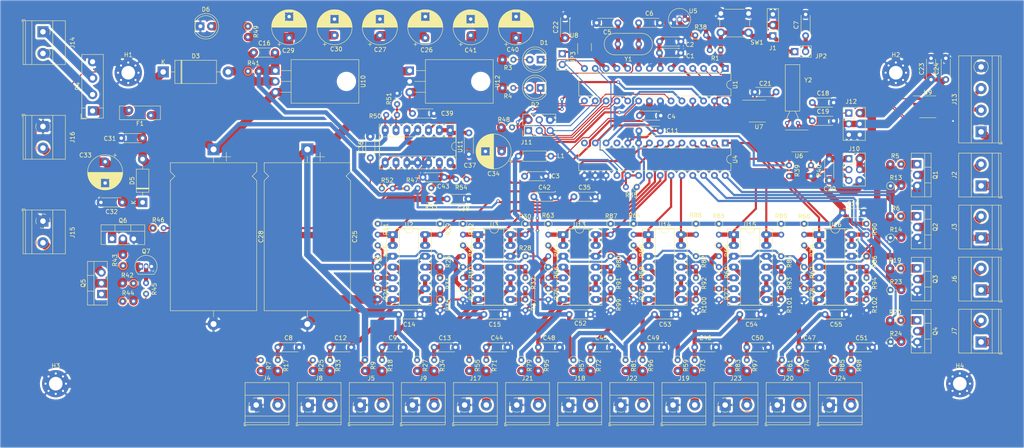
<source format=kicad_pcb>
(kicad_pcb (version 20171130) (host pcbnew "(5.1.7)-1")
  (layers (0 F.Cu signal) (31 B.Cu signal) (34 B.Paste user hide) (35 F.Paste user hide) (36 B.SilkS user) (37 F.SilkS user) (38 B.Mask user hide) (39 F.Mask user hide) (44 Edge.Cuts user))
  (net 0 "")
  (net 1 +5V)
  (net 2 GND)
  (net 3 "Net-(C3-Pad1)")
  (net 4 "Net-(C4-Pad1)")
  (net 5 "Net-(C5-Pad1)")
  (net 6 "Net-(C6-Pad1)")
  (net 7 "Net-(C7-Pad1)")
  (net 8 "Net-(C8-Pad1)")
  (net 9 "Net-(C9-Pad1)")
  (net 10 VBAT_SUP)
  (net 11 "Net-(C18-Pad1)")
  (net 12 "Net-(C19-Pad1)")
  (net 13 VIN)
  (net 14 "Net-(C32-Pad1)")
  (net 15 "Net-(C34-Pad1)")
  (net 16 "Net-(C36-Pad1)")
  (net 17 "Net-(C37-Pad1)")
  (net 18 VBAT)
  (net 19 "Net-(C43-Pad1)")
  (net 20 "Net-(C44-Pad1)")
  (net 21 "Net-(C45-Pad1)")
  (net 22 "Net-(C46-Pad1)")
  (net 23 "Net-(C47-Pad1)")
  (net 24 "Net-(C48-Pad1)")
  (net 25 "Net-(C49-Pad1)")
  (net 26 "Net-(C50-Pad1)")
  (net 27 "Net-(C51-Pad1)")
  (net 28 "Net-(D1-Pad2)")
  (net 29 "Net-(D2-Pad2)")
  (net 30 AC2)
  (net 31 "Net-(D4-Pad2)")
  (net 32 "Net-(D4-Pad1)")
  (net 33 "Net-(D6-Pad2)")
  (net 34 "Net-(J2-Pad2)")
  (net 35 "Net-(J3-Pad2)")
  (net 36 "Net-(J4-Pad2)")
  (net 37 "Net-(J5-Pad2)")
  (net 38 "Net-(J6-Pad2)")
  (net 39 "Net-(J7-Pad2)")
  (net 40 "Net-(J8-Pad2)")
  (net 41 "Net-(J9-Pad2)")
  (net 42 SCL)
  (net 43 SDA)
  (net 44 MISO)
  (net 45 SCK)
  (net 46 MOSI)
  (net 47 RESET)
  (net 48 PD6)
  (net 49 PD5)
  (net 50 MFP)
  (net 51 "Net-(J13-Pad2)")
  (net 52 "Net-(J13-Pad3)")
  (net 53 "Net-(J17-Pad2)")
  (net 54 "Net-(J18-Pad2)")
  (net 55 "Net-(J19-Pad2)")
  (net 56 "Net-(J20-Pad2)")
  (net 57 "Net-(J21-Pad2)")
  (net 58 "Net-(J22-Pad2)")
  (net 59 "Net-(J23-Pad2)")
  (net 60 "Net-(J24-Pad2)")
  (net 61 "Net-(JP3-Pad1)")
  (net 62 "Net-(Q1-Pad1)")
  (net 63 "Net-(Q2-Pad1)")
  (net 64 "Net-(Q3-Pad1)")
  (net 65 "Net-(Q4-Pad1)")
  (net 66 "Net-(Q5-Pad1)")
  (net 67 "Net-(Q6-Pad1)")
  (net 68 "Net-(Q6-Pad2)")
  (net 69 "Net-(Q7-Pad2)")
  (net 70 "Net-(Q7-Pad1)")
  (net 71 DO1)
  (net 72 DO3)
  (net 73 "Net-(R15-Pad1)")
  (net 74 "Net-(R10-Pad2)")
  (net 75 DI9)
  (net 76 DI10)
  (net 77 "Net-(R15-Pad2)")
  (net 78 "Net-(R16-Pad2)")
  (net 79 DO2)
  (net 80 DO4)
  (net 81 "Net-(R26-Pad2)")
  (net 82 "Net-(R28-Pad2)")
  (net 83 DI11)
  (net 84 DI12)
  (net 85 "Net-(R31-Pad2)")
  (net 86 "Net-(R32-Pad2)")
  (net 87 IO_INT)
  (net 88 ONEWIRE)
  (net 89 VBAT_ADJ)
  (net 90 VBAT_DIS)
  (net 91 VBAT_TEST)
  (net 92 "Net-(R50-Pad1)")
  (net 93 VPWR_MON)
  (net 94 VBAT_MON)
  (net 95 "Net-(R56-Pad2)")
  (net 96 "Net-(R58-Pad2)")
  (net 97 "Net-(R60-Pad2)")
  (net 98 "Net-(R62-Pad2)")
  (net 99 DI1)
  (net 100 DI2)
  (net 101 DI3)
  (net 102 DI4)
  (net 103 "Net-(R67-Pad2)")
  (net 104 "Net-(R68-Pad2)")
  (net 105 "Net-(R69-Pad2)")
  (net 106 "Net-(R70-Pad2)")
  (net 107 "Net-(R80-Pad2)")
  (net 108 "Net-(R82-Pad2)")
  (net 109 "Net-(R84-Pad2)")
  (net 110 "Net-(R86-Pad2)")
  (net 111 DI5)
  (net 112 DI6)
  (net 113 DI7)
  (net 114 DI8)
  (net 115 "Net-(R91-Pad2)")
  (net 116 "Net-(R100-Pad1)")
  (net 117 "Net-(R101-Pad1)")
  (net 118 "Net-(R102-Pad1)")
  (net 119 TEMP_INT)
  (net 120 RTS)
  (net 121 TXD)
  (net 122 RXD)
  (net 123 "Net-(C12-Pad1)")
  (net 124 "Net-(C13-Pad1)")
  (net 125 LED1)
  (net 126 LED2)
  (net 127 VBAT_PWM)
  (net 128 "Net-(C16-Pad1)")
  (module Package_DIP:DIP-14_W7.62mm_Socket_LongPads (layer F.Cu) (at 182 45)
    (fp_text reference U16 (at 3.81 -2.33) (layer F.SilkS))
    (fp_text value LM339)
    (pad 1 thru_hole rect (at 0 0) (size 2.4 1.6) (drill 0.8) (layers *.Cu *.Mask) (net 102 DI4))
    (pad 8 thru_hole oval (at 7.62 15.24) (size 2.4 1.6) (drill 0.8) (layers *.Cu *.Mask) (net 118 "Net-(R102-Pad1)"))
    (pad 2 thru_hole oval (at 0 2.54) (size 2.4 1.6) (drill 0.8) (layers *.Cu *.Mask) (net 102 DI4))
    (pad 9 thru_hole oval (at 7.62 12.7) (size 2.4 1.6) (drill 0.8) (layers *.Cu *.Mask) (net 27 "Net-(C51-Pad1)"))
    (pad 3 thru_hole oval (at 0 5.08) (size 2.4 1.6) (drill 0.8) (layers *.Cu *.Mask) (net 10 VBAT_SUP))
    (pad 10 thru_hole oval (at 7.62 10.16) (size 2.4 1.6) (drill 0.8) (layers *.Cu *.Mask) (net 27 "Net-(C51-Pad1)"))
    (pad 4 thru_hole oval (at 0 7.62) (size 2.4 1.6) (drill 0.8) (layers *.Cu *.Mask) (net 23 "Net-(C47-Pad1)"))
    (pad 11 thru_hole oval (at 7.62 7.62) (size 2.4 1.6) (drill 0.8) (layers *.Cu *.Mask) (net 110 "Net-(R86-Pad2)"))
    (pad 5 thru_hole oval (at 0 10.16) (size 2.4 1.6) (drill 0.8) (layers *.Cu *.Mask) (net 98 "Net-(R62-Pad2)"))
    (pad 12 thru_hole oval (at 7.62 5.08) (size 2.4 1.6) (drill 0.8) (layers *.Cu *.Mask) (net 2 GND))
    (pad 6 thru_hole oval (at 0 12.7) (size 2.4 1.6) (drill 0.8) (layers *.Cu *.Mask) (net 106 "Net-(R70-Pad2)"))
    (pad 13 thru_hole oval (at 7.62 2.54) (size 2.4 1.6) (drill 0.8) (layers *.Cu *.Mask) (net 114 DI8))
    (pad 7 thru_hole oval (at 0 15.24) (size 2.4 1.6) (drill 0.8) (layers *.Cu *.Mask) (net 23 "Net-(C47-Pad1)"))
    (pad 14 thru_hole oval (at 7.62 0) (size 2.4 1.6) (drill 0.8) (layers *.Cu *.Mask) (net 114 DI8))
  )
  (module Package_DIP:DIP-28_W7.62mm (layer F.Cu) (at 160 23.5 270)
    (fp_text reference U4 (at 3.81 -2.33 90) (layer F.SilkS))
    (fp_text value MCP23017_SP)
    (pad 1 thru_hole rect (at 0 0 270) (size 1.6 1.6) (drill 0.8) (layers *.Cu *.Mask) (net 114 DI8))
    (pad 15 thru_hole oval (at 7.62 33.02 270) (size 1.6 1.6) (drill 0.8) (layers *.Cu *.Mask) (net 2 GND))
    (pad 2 thru_hole oval (at 0 2.54 270) (size 1.6 1.6) (drill 0.8) (layers *.Cu *.Mask) (net 102 DI4))
    (pad 16 thru_hole oval (at 7.62 30.48 270) (size 1.6 1.6) (drill 0.8) (layers *.Cu *.Mask) (net 2 GND))
    (pad 3 thru_hole oval (at 0 5.08 270) (size 1.6 1.6) (drill 0.8) (layers *.Cu *.Mask) (net 113 DI7))
    (pad 17 thru_hole oval (at 7.62 27.94 270) (size 1.6 1.6) (drill 0.8) (layers *.Cu *.Mask) (net 2 GND))
    (pad 4 thru_hole oval (at 0 7.62 270) (size 1.6 1.6) (drill 0.8) (layers *.Cu *.Mask) (net 101 DI3))
    (pad 18 thru_hole oval (at 7.62 25.4 270) (size 1.6 1.6) (drill 0.8) (layers *.Cu *.Mask) (net 47 RESET))
    (pad 5 thru_hole oval (at 0 10.16 270) (size 1.6 1.6) (drill 0.8) (layers *.Cu *.Mask) (net 111 DI5))
    (pad 19 thru_hole oval (at 7.62 22.86 270) (size 1.6 1.6) (drill 0.8) (layers *.Cu *.Mask) (net 87 IO_INT))
    (pad 6 thru_hole oval (at 0 12.7 270) (size 1.6 1.6) (drill 0.8) (layers *.Cu *.Mask) (net 84 DI12))
    (pad 20 thru_hole oval (at 7.62 20.32 270) (size 1.6 1.6) (drill 0.8) (layers *.Cu *.Mask) (net 87 IO_INT))
    (pad 7 thru_hole oval (at 0 15.24 270) (size 1.6 1.6) (drill 0.8) (layers *.Cu *.Mask) (net 83 DI11))
    (pad 21 thru_hole oval (at 7.62 17.78 270) (size 1.6 1.6) (drill 0.8) (layers *.Cu *.Mask) (net 76 DI10))
    (pad 8 thru_hole oval (at 0 17.78 270) (size 1.6 1.6) (drill 0.8) (layers *.Cu *.Mask) (net 75 DI9))
    (pad 22 thru_hole oval (at 7.62 15.24 270) (size 1.6 1.6) (drill 0.8) (layers *.Cu *.Mask) (net 99 DI1))
    (pad 9 thru_hole oval (at 0 20.32 270) (size 1.6 1.6) (drill 0.8) (layers *.Cu *.Mask) (net 1 +5V))
    (pad 23 thru_hole oval (at 7.62 12.7 270) (size 1.6 1.6) (drill 0.8) (layers *.Cu *.Mask) (net 100 DI2))
    (pad 10 thru_hole oval (at 0 22.86 270) (size 1.6 1.6) (drill 0.8) (layers *.Cu *.Mask) (net 2 GND))
    (pad 24 thru_hole oval (at 7.62 10.16 270) (size 1.6 1.6) (drill 0.8) (layers *.Cu *.Mask) (net 112 DI6))
    (pad 11 thru_hole oval (at 0 25.4 270) (size 1.6 1.6) (drill 0.8) (layers *.Cu *.Mask))
    (pad 25 thru_hole oval (at 7.62 7.62 270) (size 1.6 1.6) (drill 0.8) (layers *.Cu *.Mask) (net 71 DO1))
    (pad 12 thru_hole oval (at 0 27.94 270) (size 1.6 1.6) (drill 0.8) (layers *.Cu *.Mask) (net 42 SCL))
    (pad 26 thru_hole oval (at 7.62 5.08 270) (size 1.6 1.6) (drill 0.8) (layers *.Cu *.Mask) (net 79 DO2))
    (pad 13 thru_hole oval (at 0 30.48 270) (size 1.6 1.6) (drill 0.8) (layers *.Cu *.Mask) (net 43 SDA))
    (pad 27 thru_hole oval (at 7.62 2.54 270) (size 1.6 1.6) (drill 0.8) (layers *.Cu *.Mask) (net 72 DO3))
    (pad 14 thru_hole oval (at 0 33.02 270) (size 1.6 1.6) (drill 0.8) (layers *.Cu *.Mask))
    (pad 28 thru_hole oval (at 7.62 0 270) (size 1.6 1.6) (drill 0.8) (layers *.Cu *.Mask) (net 80 DO4))
  )
  (module Package_TO_SOT_THT:TO-220-3_Horizontal_TabDown (layer F.Cu) (at 86 6.5 270)
    (fp_text reference U12 (at 2.54 -20.58 90) (layer F.SilkS))
    (fp_text value 7805)
    (pad 3 thru_hole oval (at 5.08 0 270) (size 1.905 2) (drill 1.1) (layers *.Cu *.Mask) (net 1 +5V))
    (pad 2 thru_hole oval (at 2.54 0 270) (size 1.905 2) (drill 1.1) (layers *.Cu *.Mask) (net 2 GND))
    (pad 1 thru_hole rect (at 0 0 270) (size 1.905 2) (drill 1.1) (layers *.Cu *.Mask) (net 10 VBAT_SUP))
    (pad "" np_thru_hole oval (at 2.54 -16.66 270) (size 3.5 3.5) (drill 3.5) (layers *.Cu *.Mask))
  )
  (module Capacitor_THT:CP_Radial_D8.0mm_P3.80mm (layer F.Cu) (at 79.015336 -1.7811 90)
    (fp_text reference C27 (at -3.37114 0.052324 180) (layer F.SilkS))
    (fp_text value 4.7u)
    (pad 2 thru_hole circle (at 3.8 0 90) (size 1.6 1.6) (drill 0.8) (layers *.Cu *.Mask) (net 2 GND))
    (pad 1 thru_hole rect (at 0 0 90) (size 1.6 1.6) (drill 0.8) (layers *.Cu *.Mask) (net 10 VBAT_SUP))
  )
  (module Capacitor_THT:CP_Radial_D8.0mm_P5.00mm (layer F.Cu) (at 57.72912 -1.1811 90)
    (fp_text reference C29 (at -2.97942 -0.18796 180) (layer F.SilkS))
    (fp_text value 220u)
    (pad 2 thru_hole circle (at 5 0 90) (size 1.6 1.6) (drill 0.8) (layers *.Cu *.Mask) (net 2 GND))
    (pad 1 thru_hole rect (at 0 0 90) (size 1.6 1.6) (drill 0.8) (layers *.Cu *.Mask) (net 13 VIN))
  )
  (module Capacitor_THT:CP_Radial_D8.0mm_P5.00mm (layer F.Cu) (at 89.658444 -1.1811 90)
    (fp_text reference C26 (at -2.83972 0.310896 180) (layer F.SilkS))
    (fp_text value 220u)
    (pad 2 thru_hole circle (at 5 0 90) (size 1.6 1.6) (drill 0.8) (layers *.Cu *.Mask) (net 2 GND))
    (pad 1 thru_hole rect (at 0 0 90) (size 1.6 1.6) (drill 0.8) (layers *.Cu *.Mask) (net 10 VBAT_SUP))
  )
  (module Capacitor_THT:CP_Radial_D8.0mm_P3.80mm (layer F.Cu) (at 68.372228 -1.7811 90)
    (fp_text reference C30 (at -3.23144 0.416052 180) (layer F.SilkS))
    (fp_text value 4.7u)
    (pad 1 thru_hole rect (at 0 0 90) (size 1.6 1.6) (drill 0.8) (layers *.Cu *.Mask) (net 13 VIN))
    (pad 2 thru_hole circle (at 3.8 0 90) (size 1.6 1.6) (drill 0.8) (layers *.Cu *.Mask) (net 2 GND))
  )
  (module Capacitor_THT:CP_Radial_D8.0mm_P5.00mm (layer F.Cu) (at 110.94466 -1.1811 90)
    (fp_text reference C40 (at -2.77114 -0.76962) (layer F.SilkS))
    (fp_text value 220u)
    (pad 1 thru_hole rect (at 0 0 90) (size 1.6 1.6) (drill 0.8) (layers *.Cu *.Mask) (net 1 +5V))
    (pad 2 thru_hole circle (at 5 0 90) (size 1.6 1.6) (drill 0.8) (layers *.Cu *.Mask) (net 2 GND))
  )
  (module Capacitor_THT:CP_Radial_D8.0mm_P3.80mm (layer F.Cu) (at 100.301552 -1.7811 90)
    (fp_text reference C41 (at -3.5083 0.013208 180) (layer F.SilkS))
    (fp_text value 4.7u)
    (pad 2 thru_hole circle (at 3.8 0 90) (size 1.6 1.6) (drill 0.8) (layers *.Cu *.Mask) (net 2 GND))
    (pad 1 thru_hole rect (at 0 0 90) (size 1.6 1.6) (drill 0.8) (layers *.Cu *.Mask) (net 1 +5V))
  )
  (module Capacitor_THT:C_Disc_D4.3mm_W1.9mm_P5.00mm (layer F.Cu) (at 144.5768 2.33934)
    (fp_text reference C1 (at 7.20598 0.73152) (layer F.SilkS))
    (fp_text value 100n)
    (pad 1 thru_hole circle (at 0 0) (size 1.6 1.6) (drill 0.8) (layers *.Cu *.Mask) (net 1 +5V))
    (pad 2 thru_hole circle (at 5 0) (size 1.6 1.6) (drill 0.8) (layers *.Cu *.Mask) (net 2 GND))
  )
  (module Capacitor_THT:C_Disc_D4.3mm_W1.9mm_P5.00mm (layer F.Cu) (at 144.60474 -0.34036)
    (fp_text reference C2 (at 7.08914 0.75946) (layer F.SilkS))
    (fp_text value 100n)
    (pad 2 thru_hole circle (at 5 0) (size 1.6 1.6) (drill 0.8) (layers *.Cu *.Mask) (net 2 GND))
    (pad 1 thru_hole circle (at 0 0) (size 1.6 1.6) (drill 0.8) (layers *.Cu *.Mask) (net 1 +5V))
  )
  (module Capacitor_THT:C_Disc_D4.3mm_W1.9mm_P5.00mm (layer F.Cu) (at 112.94364 31.2928)
    (fp_text reference C3 (at 7.24408 -0.03048) (layer F.SilkS))
    (fp_text value 100n)
    (pad 1 thru_hole circle (at 0 0) (size 1.6 1.6) (drill 0.8) (layers *.Cu *.Mask) (net 3 "Net-(C3-Pad1)"))
    (pad 2 thru_hole circle (at 5 0) (size 1.6 1.6) (drill 0.8) (layers *.Cu *.Mask) (net 2 GND))
  )
  (module Capacitor_THT:C_Disc_D4.3mm_W1.9mm_P5.00mm (layer F.Cu) (at 139.8778 17.0688)
    (fp_text reference C4 (at 7.493 0.23368) (layer F.SilkS))
    (fp_text value 100n)
    (pad 1 thru_hole circle (at 0 0) (size 1.6 1.6) (drill 0.8) (layers *.Cu *.Mask) (net 4 "Net-(C4-Pad1)"))
    (pad 2 thru_hole circle (at 5 0) (size 1.6 1.6) (drill 0.8) (layers *.Cu *.Mask) (net 2 GND))
  )
  (module Capacitor_THT:C_Disc_D4.3mm_W1.9mm_P5.00mm (layer F.Cu) (at 134.82828 -4.71932 180)
    (fp_text reference C5 (at 2.5 -2.2) (layer F.SilkS))
    (fp_text value 22p)
    (pad 2 thru_hole circle (at 5 0 180) (size 1.6 1.6) (drill 0.8) (layers *.Cu *.Mask) (net 2 GND))
    (pad 1 thru_hole circle (at 0 0 180) (size 1.6 1.6) (drill 0.8) (layers *.Cu *.Mask) (net 5 "Net-(C5-Pad1)"))
  )
  (module Capacitor_THT:C_Disc_D4.3mm_W1.9mm_P5.00mm (layer F.Cu) (at 139.68984 -4.71932)
    (fp_text reference C6 (at 2.5 -2.2) (layer F.SilkS))
    (fp_text value 22p)
    (pad 1 thru_hole circle (at 0 0) (size 1.6 1.6) (drill 0.8) (layers *.Cu *.Mask) (net 6 "Net-(C6-Pad1)"))
    (pad 2 thru_hole circle (at 5 0) (size 1.6 1.6) (drill 0.8) (layers *.Cu *.Mask) (net 2 GND))
  )
  (module Capacitor_THT:C_Disc_D4.3mm_W1.9mm_P5.00mm (layer F.Cu) (at 178.84648 -1.69164 90)
    (fp_text reference C7 (at 2.5 -2.2 90) (layer F.SilkS))
    (fp_text value 100n)
    (pad 1 thru_hole circle (at 0 0 90) (size 1.6 1.6) (drill 0.8) (layers *.Cu *.Mask) (net 7 "Net-(C7-Pad1)"))
    (pad 2 thru_hole circle (at 5 0 90) (size 1.6 1.6) (drill 0.8) (layers *.Cu *.Mask) (net 2 GND))
  )
  (module Capacitor_THT:C_Disc_D4.3mm_W1.9mm_P5.00mm (layer F.Cu) (at 55.08 71.46)
    (fp_text reference C8 (at 2.5 -2.2) (layer F.SilkS))
    (fp_text value 100n)
    (pad 1 thru_hole circle (at 0 0) (size 1.6 1.6) (drill 0.8) (layers *.Cu *.Mask) (net 8 "Net-(C8-Pad1)"))
    (pad 2 thru_hole circle (at 5 0) (size 1.6 1.6) (drill 0.8) (layers *.Cu *.Mask) (net 2 GND))
  )
  (module Capacitor_THT:C_Disc_D4.3mm_W1.9mm_P5.00mm (layer F.Cu) (at 79.520004 71.46)
    (fp_text reference C9 (at 2.5 -2.2) (layer F.SilkS))
    (fp_text value 100n)
    (pad 1 thru_hole circle (at 0 0) (size 1.6 1.6) (drill 0.8) (layers *.Cu *.Mask) (net 9 "Net-(C9-Pad1)"))
    (pad 2 thru_hole circle (at 5 0) (size 1.6 1.6) (drill 0.8) (layers *.Cu *.Mask) (net 2 GND))
  )
  (module Capacitor_THT:C_Disc_D4.3mm_W1.9mm_P5.00mm (layer F.Cu) (at 187.5028 39.9288)
    (fp_text reference C10 (at 2.5 -2.2) (layer F.SilkS))
    (fp_text value 100n)
    (pad 2 thru_hole circle (at 5 0) (size 1.6 1.6) (drill 0.8) (layers *.Cu *.Mask) (net 2 GND))
    (pad 1 thru_hole circle (at 0 0) (size 1.6 1.6) (drill 0.8) (layers *.Cu *.Mask) (net 1 +5V))
  )
  (module Capacitor_THT:C_Disc_D4.3mm_W1.9mm_P5.00mm (layer F.Cu) (at 139.7508 20.6248)
    (fp_text reference C11 (at 7.874 0) (layer F.SilkS))
    (fp_text value 100n)
    (pad 1 thru_hole circle (at 0 0) (size 1.6 1.6) (drill 0.8) (layers *.Cu *.Mask) (net 1 +5V))
    (pad 2 thru_hole circle (at 5 0) (size 1.6 1.6) (drill 0.8) (layers *.Cu *.Mask) (net 2 GND))
  )
  (module Capacitor_THT:C_Disc_D4.3mm_W1.9mm_P5.00mm (layer F.Cu) (at 83.4 63.74)
    (fp_text reference C14 (at 2.5028 2.3508) (layer F.SilkS))
    (fp_text value 100n)
    (pad 2 thru_hole circle (at 5 0) (size 1.6 1.6) (drill 0.8) (layers *.Cu *.Mask) (net 2 GND))
    (pad 1 thru_hole circle (at 0 0) (size 1.6 1.6) (drill 0.8) (layers *.Cu *.Mask) (net 10 VBAT_SUP))
  )
  (module Capacitor_THT:C_Disc_D4.3mm_W1.9mm_P5.00mm (layer F.Cu) (at 103.4 63.74)
    (fp_text reference C15 (at 2.5688 2.3508) (layer F.SilkS))
    (fp_text value 100n)
    (pad 2 thru_hole circle (at 5 0) (size 1.6 1.6) (drill 0.8) (layers *.Cu *.Mask) (net 2 GND))
    (pad 1 thru_hole circle (at 0 0) (size 1.6 1.6) (drill 0.8) (layers *.Cu *.Mask) (net 10 VBAT_SUP))
  )
  (module Capacitor_THT:C_Disc_D4.3mm_W1.9mm_P5.00mm (layer F.Cu) (at 67.300002 71.46)
    (fp_text reference C12 (at 2.5 -2.2) (layer F.SilkS))
    (fp_text value 100n)
    (pad 2 thru_hole circle (at 5 0) (size 1.6 1.6) (drill 0.8) (layers *.Cu *.Mask) (net 2 GND))
    (pad 1 thru_hole circle (at 0 0) (size 1.6 1.6) (drill 0.8) (layers *.Cu *.Mask) (net 123 "Net-(C12-Pad1)"))
  )
  (module Capacitor_THT:C_Disc_D4.3mm_W1.9mm_P5.00mm (layer F.Cu) (at 91.740006 71.46)
    (fp_text reference C13 (at 2.5 -2.2) (layer F.SilkS))
    (fp_text value 100n)
    (pad 2 thru_hole circle (at 5 0) (size 1.6 1.6) (drill 0.8) (layers *.Cu *.Mask) (net 2 GND))
    (pad 1 thru_hole circle (at 0 0) (size 1.6 1.6) (drill 0.8) (layers *.Cu *.Mask) (net 124 "Net-(C13-Pad1)"))
  )
  (module Capacitor_THT:C_Disc_D4.3mm_W1.9mm_P5.00mm (layer F.Cu) (at 180.42128 14.01064)
    (fp_text reference C18 (at 2.5 -2.2) (layer F.SilkS))
    (fp_text value 10p)
    (pad 1 thru_hole circle (at 0 0) (size 1.6 1.6) (drill 0.8) (layers *.Cu *.Mask) (net 11 "Net-(C18-Pad1)"))
    (pad 2 thru_hole circle (at 5 0) (size 1.6 1.6) (drill 0.8) (layers *.Cu *.Mask) (net 2 GND))
  )
  (module Capacitor_THT:C_Disc_D4.3mm_W1.9mm_P5.00mm (layer F.Cu) (at 180.42128 18.29308)
    (fp_text reference C19 (at 2.5 -2.2) (layer F.SilkS))
    (fp_text value 10p)
    (pad 1 thru_hole circle (at 0 0) (size 1.6 1.6) (drill 0.8) (layers *.Cu *.Mask) (net 12 "Net-(C19-Pad1)"))
    (pad 2 thru_hole circle (at 5 0) (size 1.6 1.6) (drill 0.8) (layers *.Cu *.Mask) (net 2 GND))
  )
  (module Capacitor_THT:C_Disc_D4.3mm_W1.9mm_P5.00mm (layer F.Cu) (at 184.3786 27.2669 270)
    (fp_text reference C20 (at 6.97484 -0.1143 180) (layer F.SilkS))
    (fp_text value 100n)
    (pad 1 thru_hole circle (at 0 0 270) (size 1.6 1.6) (drill 0.8) (layers *.Cu *.Mask) (net 1 +5V))
    (pad 2 thru_hole circle (at 5 0 270) (size 1.6 1.6) (drill 0.8) (layers *.Cu *.Mask) (net 2 GND))
  )
  (module Capacitor_THT:C_Disc_D4.3mm_W1.9mm_P5.00mm (layer F.Cu) (at 171.92752 11.51128 180)
    (fp_text reference C21 (at 2.54254 1.9812) (layer F.SilkS))
    (fp_text value 100n)
    (pad 2 thru_hole circle (at 5 0 180) (size 1.6 1.6) (drill 0.8) (layers *.Cu *.Mask) (net 2 GND))
    (pad 1 thru_hole circle (at 0 0 180) (size 1.6 1.6) (drill 0.8) (layers *.Cu *.Mask) (net 1 +5V))
  )
  (module Capacitor_THT:C_Disc_D4.3mm_W1.9mm_P5.00mm (layer F.Cu) (at 122.45594 -1.1557 90)
    (fp_text reference C22 (at 2.5 -2.2 90) (layer F.SilkS))
    (fp_text value 100n)
    (pad 1 thru_hole circle (at 0 0 90) (size 1.6 1.6) (drill 0.8) (layers *.Cu *.Mask) (net 1 +5V))
    (pad 2 thru_hole circle (at 5 0 90) (size 1.6 1.6) (drill 0.8) (layers *.Cu *.Mask) (net 2 GND))
  )
  (module Capacitor_THT:C_Disc_D4.3mm_W1.9mm_P5.00mm (layer F.Cu) (at 208.265281 8.608759 90)
    (fp_text reference C23 (at 2.5 -2.2 90) (layer F.SilkS))
    (fp_text value 100n)
    (pad 1 thru_hole circle (at 0 0 90) (size 1.6 1.6) (drill 0.8) (layers *.Cu *.Mask) (net 1 +5V))
    (pad 2 thru_hole circle (at 5 0 90) (size 1.6 1.6) (drill 0.8) (layers *.Cu *.Mask) (net 2 GND))
  )
  (module Capacitor_THT:C_Disc_D4.3mm_W1.9mm_P5.00mm (layer F.Cu) (at 211.715281 8.608759 90)
    (fp_text reference C24 (at 2.5 -2.2 90) (layer F.SilkS))
    (fp_text value 100n)
    (pad 1 thru_hole circle (at 0 0 90) (size 1.6 1.6) (drill 0.8) (layers *.Cu *.Mask) (net 1 +5V))
    (pad 2 thru_hole circle (at 5 0 90) (size 1.6 1.6) (drill 0.8) (layers *.Cu *.Mask) (net 2 GND))
  )
  (module Capacitor_THT:CP_Axial_L34.5mm_D20.0mm_P41.00mm_Horizontal (layer F.Cu) (at 62 25 270)
    (fp_text reference C25 (at 20.5 -11.12 90) (layer F.SilkS))
    (fp_text value 2200u)
    (pad 1 thru_hole rect (at 0 0 270) (size 2.8 2.8) (drill 1.4) (layers *.Cu *.Mask) (net 10 VBAT_SUP))
    (pad 2 thru_hole oval (at 41 0 270) (size 2.8 2.8) (drill 1.4) (layers *.Cu *.Mask) (net 2 GND))
  )
  (module Capacitor_THT:CP_Axial_L34.5mm_D20.0mm_P41.00mm_Horizontal (layer F.Cu) (at 40 25 270)
    (fp_text reference C28 (at 20.5 -11.12 90) (layer F.SilkS))
    (fp_text value 2200u)
    (pad 2 thru_hole oval (at 41 0 270) (size 2.8 2.8) (drill 1.4) (layers *.Cu *.Mask) (net 2 GND))
    (pad 1 thru_hole rect (at 0 0 270) (size 2.8 2.8) (drill 1.4) (layers *.Cu *.Mask) (net 13 VIN))
  )
  (module Capacitor_THT:C_Disc_D4.3mm_W1.9mm_P5.00mm (layer F.Cu) (at 23.368 22.352 180)
    (fp_text reference C31 (at 7.6708 -0.1016) (layer F.SilkS))
    (fp_text value 100n)
    (pad 2 thru_hole circle (at 5 0 180) (size 1.6 1.6) (drill 0.8) (layers *.Cu *.Mask) (net 2 GND))
    (pad 1 thru_hole circle (at 0 0 180) (size 1.6 1.6) (drill 0.8) (layers *.Cu *.Mask) (net 10 VBAT_SUP))
  )
  (module Capacitor_THT:C_Disc_D4.3mm_W1.9mm_P5.00mm (layer F.Cu) (at 18.5928 37.4396 180)
    (fp_text reference C32 (at 2.5 -2.2) (layer F.SilkS))
    (fp_text value 100n)
    (pad 2 thru_hole circle (at 5 0 180) (size 1.6 1.6) (drill 0.8) (layers *.Cu *.Mask) (net 2 GND))
    (pad 1 thru_hole circle (at 0 0 180) (size 1.6 1.6) (drill 0.8) (layers *.Cu *.Mask) (net 14 "Net-(C32-Pad1)"))
  )
  (module Capacitor_THT:CP_Radial_D8.0mm_P5.00mm (layer F.Cu) (at 14.5796 27.8892 270)
    (fp_text reference C33 (at -1.524 4.6228 180) (layer F.SilkS))
    (fp_text value 47u)
    (pad 1 thru_hole rect (at 0 0 270) (size 1.6 1.6) (drill 0.8) (layers *.Cu *.Mask) (net 14 "Net-(C32-Pad1)"))
    (pad 2 thru_hole circle (at 5 0 270) (size 1.6 1.6) (drill 0.8) (layers *.Cu *.Mask) (net 2 GND))
  )
  (module Capacitor_THT:CP_Radial_D8.0mm_P3.80mm (layer F.Cu) (at 107.56392 25.47112 180)
    (fp_text reference C34 (at 1.9 -5.25) (layer F.SilkS))
    (fp_text value 100u)
    (pad 1 thru_hole rect (at 0 0 180) (size 1.6 1.6) (drill 0.8) (layers *.Cu *.Mask) (net 15 "Net-(C34-Pad1)"))
    (pad 2 thru_hole circle (at 3.8 0 180) (size 1.6 1.6) (drill 0.8) (layers *.Cu *.Mask) (net 2 GND))
  )
  (module Capacitor_THT:C_Disc_D4.3mm_W1.9mm_P5.00mm (layer F.Cu) (at 124.5108 36.1188)
    (fp_text reference C35 (at 2.5 -2.2) (layer F.SilkS))
    (fp_text value 100n)
    (pad 1 thru_hole circle (at 0 0) (size 1.6 1.6) (drill 0.8) (layers *.Cu *.Mask) (net 13 VIN))
    (pad 2 thru_hole circle (at 5 0) (size 1.6 1.6) (drill 0.8) (layers *.Cu *.Mask) (net 2 GND))
  )
  (module Capacitor_THT:C_Disc_D4.3mm_W1.9mm_P5.00mm (layer F.Cu) (at 76.7588 26.9748 90)
    (fp_text reference C36 (at 2.5 -2.2 90) (layer F.SilkS))
    (fp_text value 100n)
    (pad 2 thru_hole circle (at 5 0 90) (size 1.6 1.6) (drill 0.8) (layers *.Cu *.Mask) (net 2 GND))
    (pad 1 thru_hole circle (at 0 0 90) (size 1.6 1.6) (drill 0.8) (layers *.Cu *.Mask) (net 16 "Net-(C36-Pad1)"))
  )
  (module Capacitor_THT:C_Disc_D4.3mm_W1.9mm_P5.00mm (layer F.Cu) (at 99.8728 21.1328 270)
    (fp_text reference C37 (at 7.62 -0.254 180) (layer F.SilkS))
    (fp_text value 100n)
    (pad 1 thru_hole circle (at 0 0 270) (size 1.6 1.6) (drill 0.8) (layers *.Cu *.Mask) (net 17 "Net-(C37-Pad1)"))
    (pad 2 thru_hole circle (at 5 0 270) (size 1.6 1.6) (drill 0.8) (layers *.Cu *.Mask) (net 2 GND))
  )
  (module Capacitor_THT:C_Disc_D4.3mm_W1.9mm_P5.00mm (layer F.Cu) (at 94.7928 36.6268)
    (fp_text reference C38 (at 3.81 2.286) (layer F.SilkS))
    (fp_text value 100n)
    (pad 2 thru_hole circle (at 5 0) (size 1.6 1.6) (drill 0.8) (layers *.Cu *.Mask) (net 2 GND))
    (pad 1 thru_hole circle (at 0 0) (size 1.6 1.6) (drill 0.8) (layers *.Cu *.Mask) (net 18 VBAT))
  )
  (module Capacitor_THT:C_Disc_D4.3mm_W1.9mm_P5.00mm (layer F.Cu) (at 86.6648 16.5608)
    (fp_text reference C39 (at 8.128 0) (layer F.SilkS))
    (fp_text value 100n)
    (pad 1 thru_hole circle (at 0 0) (size 1.6 1.6) (drill 0.8) (layers *.Cu *.Mask) (net 1 +5V))
    (pad 2 thru_hole circle (at 5 0) (size 1.6 1.6) (drill 0.8) (layers *.Cu *.Mask) (net 2 GND))
  )
  (module Capacitor_THT:C_Disc_D4.3mm_W1.9mm_P5.00mm (layer F.Cu) (at 115.1128 36.1188)
    (fp_text reference C42 (at 2.5 -2.2) (layer F.SilkS))
    (fp_text value 100n)
    (pad 2 thru_hole circle (at 5 0) (size 1.6 1.6) (drill 0.8) (layers *.Cu *.Mask) (net 2 GND))
    (pad 1 thru_hole circle (at 0 0) (size 1.6 1.6) (drill 0.8) (layers *.Cu *.Mask) (net 10 VBAT_SUP))
  )
  (module Capacitor_THT:C_Disc_D4.3mm_W1.9mm_P5.00mm (layer F.Cu) (at 94.10192 31.54172 180)
    (fp_text reference C43 (at 0.22098 -2.1336) (layer F.SilkS))
    (fp_text value 100n)
    (pad 1 thru_hole circle (at 0 0 180) (size 1.6 1.6) (drill 0.8) (layers *.Cu *.Mask) (net 19 "Net-(C43-Pad1)"))
    (pad 2 thru_hole circle (at 5 0 180) (size 1.6 1.6) (drill 0.8) (layers *.Cu *.Mask) (net 2 GND))
  )
  (module Capacitor_THT:C_Disc_D4.3mm_W1.9mm_P5.00mm (layer F.Cu) (at 103.960008 71.46)
    (fp_text reference C44 (at 2.5 -2.2) (layer F.SilkS))
    (fp_text value 100n)
    (pad 2 thru_hole circle (at 5 0) (size 1.6 1.6) (drill 0.8) (layers *.Cu *.Mask) (net 2 GND))
    (pad 1 thru_hole circle (at 0 0) (size 1.6 1.6) (drill 0.8) (layers *.Cu *.Mask) (net 20 "Net-(C44-Pad1)"))
  )
  (module Capacitor_THT:C_Disc_D4.3mm_W1.9mm_P5.00mm (layer F.Cu) (at 128.400012 71.46)
    (fp_text reference C45 (at 2.5 -2.2) (layer F.SilkS))
    (fp_text value 100n)
    (pad 1 thru_hole circle (at 0 0) (size 1.6 1.6) (drill 0.8) (layers *.Cu *.Mask) (net 21 "Net-(C45-Pad1)"))
    (pad 2 thru_hole circle (at 5 0) (size 1.6 1.6) (drill 0.8) (layers *.Cu *.Mask) (net 2 GND))
  )
  (module Capacitor_THT:C_Disc_D4.3mm_W1.9mm_P5.00mm (layer F.Cu) (at 152.840016 71.46)
    (fp_text reference C46 (at 2.5 -2.2) (layer F.SilkS))
    (fp_text value 100n)
    (pad 1 thru_hole circle (at 0 0) (size 1.6 1.6) (drill 0.8) (layers *.Cu *.Mask) (net 22 "Net-(C46-Pad1)"))
    (pad 2 thru_hole circle (at 5 0) (size 1.6 1.6) (drill 0.8) (layers *.Cu *.Mask) (net 2 GND))
  )
  (module Capacitor_THT:C_Disc_D4.3mm_W1.9mm_P5.00mm (layer F.Cu) (at 177.28002 71.46)
    (fp_text reference C47 (at 2.5 -2.2) (layer F.SilkS))
    (fp_text value 100n)
    (pad 2 thru_hole circle (at 5 0) (size 1.6 1.6) (drill 0.8) (layers *.Cu *.Mask) (net 2 GND))
    (pad 1 thru_hole circle (at 0 0) (size 1.6 1.6) (drill 0.8) (layers *.Cu *.Mask) (net 23 "Net-(C47-Pad1)"))
  )
  (module Capacitor_THT:C_Disc_D4.3mm_W1.9mm_P5.00mm (layer F.Cu) (at 116.18001 71.46)
    (fp_text reference C48 (at 2.5 -2.2) (layer F.SilkS))
    (fp_text value 100n)
    (pad 2 thru_hole circle (at 5 0) (size 1.6 1.6) (drill 0.8) (layers *.Cu *.Mask) (net 2 GND))
    (pad 1 thru_hole circle (at 0 0) (size 1.6 1.6) (drill 0.8) (layers *.Cu *.Mask) (net 24 "Net-(C48-Pad1)"))
  )
  (module Capacitor_THT:C_Disc_D4.3mm_W1.9mm_P5.00mm (layer F.Cu) (at 140.620014 71.46)
    (fp_text reference C49 (at 2.5 -2.2) (layer F.SilkS))
    (fp_text value 100n)
    (pad 1 thru_hole circle (at 0 0) (size 1.6 1.6) (drill 0.8) (layers *.Cu *.Mask) (net 25 "Net-(C49-Pad1)"))
    (pad 2 thru_hole circle (at 5 0) (size 1.6 1.6) (drill 0.8) (layers *.Cu *.Mask) (net 2 GND))
  )
  (module Capacitor_THT:C_Disc_D4.3mm_W1.9mm_P5.00mm (layer F.Cu) (at 165.060018 71.46)
    (fp_text reference C50 (at 2.5 -2.2) (layer F.SilkS))
    (fp_text value 100n)
    (pad 1 thru_hole circle (at 0 0) (size 1.6 1.6) (drill 0.8) (layers *.Cu *.Mask) (net 26 "Net-(C50-Pad1)"))
    (pad 2 thru_hole circle (at 5 0) (size 1.6 1.6) (drill 0.8) (layers *.Cu *.Mask) (net 2 GND))
  )
  (module Capacitor_THT:C_Disc_D4.3mm_W1.9mm_P5.00mm (layer F.Cu) (at 189.500022 71.46)
    (fp_text reference C51 (at 2.5 -2.2) (layer F.SilkS))
    (fp_text value 100n)
    (pad 2 thru_hole circle (at 5 0) (size 1.6 1.6) (drill 0.8) (layers *.Cu *.Mask) (net 2 GND))
    (pad 1 thru_hole circle (at 0 0) (size 1.6 1.6) (drill 0.8) (layers *.Cu *.Mask) (net 27 "Net-(C51-Pad1)"))
  )
  (module Capacitor_THT:C_Disc_D4.3mm_W1.9mm_P5.00mm (layer F.Cu) (at 123.4 63.74)
    (fp_text reference C52 (at 2.6348 2.0968) (layer F.SilkS))
    (fp_text value 100n)
    (pad 2 thru_hole circle (at 5 0) (size 1.6 1.6) (drill 0.8) (layers *.Cu *.Mask) (net 2 GND))
    (pad 1 thru_hole circle (at 0 0) (size 1.6 1.6) (drill 0.8) (layers *.Cu *.Mask) (net 10 VBAT_SUP))
  )
  (module Capacitor_THT:C_Disc_D4.3mm_W1.9mm_P5.00mm (layer F.Cu) (at 143.4 63.74)
    (fp_text reference C53 (at 2.5 2.3508) (layer F.SilkS))
    (fp_text value 100n)
    (pad 1 thru_hole circle (at 0 0) (size 1.6 1.6) (drill 0.8) (layers *.Cu *.Mask) (net 10 VBAT_SUP))
    (pad 2 thru_hole circle (at 5 0) (size 1.6 1.6) (drill 0.8) (layers *.Cu *.Mask) (net 2 GND))
  )
  (module Capacitor_THT:C_Disc_D4.3mm_W1.9mm_P5.00mm (layer F.Cu) (at 163.4 63.74)
    (fp_text reference C54 (at 2.7668 2.3508) (layer F.SilkS))
    (fp_text value 100n)
    (pad 1 thru_hole circle (at 0 0) (size 1.6 1.6) (drill 0.8) (layers *.Cu *.Mask) (net 10 VBAT_SUP))
    (pad 2 thru_hole circle (at 5 0) (size 1.6 1.6) (drill 0.8) (layers *.Cu *.Mask) (net 2 GND))
  )
  (module Capacitor_THT:C_Disc_D4.3mm_W1.9mm_P5.00mm (layer F.Cu) (at 183.4 63.74)
    (fp_text reference C55 (at 2.5788 2.3508) (layer F.SilkS))
    (fp_text value 100n)
    (pad 2 thru_hole circle (at 5 0) (size 1.6 1.6) (drill 0.8) (layers *.Cu *.Mask) (net 2 GND))
    (pad 1 thru_hole circle (at 0 0) (size 1.6 1.6) (drill 0.8) (layers *.Cu *.Mask) (net 10 VBAT_SUP))
  )
  (module LED_THT:LED_D5.0mm (layer F.Cu) (at 116.69776 3.93192 180)
    (fp_text reference D1 (at -0.81788 3.97764) (layer F.SilkS))
    (fp_text value LED)
    (pad 1 thru_hole rect (at 0 0 180) (size 1.8 1.8) (drill 0.9) (layers *.Cu *.Mask) (net 125 LED1))
    (pad 2 thru_hole circle (at 2.54 0 180) (size 1.8 1.8) (drill 0.9) (layers *.Cu *.Mask) (net 28 "Net-(D1-Pad2)"))
  )
  (module LED_THT:LED_D5.0mm (layer F.Cu) (at 116.69776 10.56132 180)
    (fp_text reference D2 (at 1.27 -3.96) (layer F.SilkS))
    (fp_text value LED)
    (pad 2 thru_hole circle (at 2.54 0 180) (size 1.8 1.8) (drill 0.9) (layers *.Cu *.Mask) (net 29 "Net-(D2-Pad2)"))
    (pad 1 thru_hole rect (at 0 0 180) (size 1.8 1.8) (drill 0.9) (layers *.Cu *.Mask) (net 126 LED2))
  )
  (module Diode_THT:D_DO-201_P15.24mm_Horizontal (layer F.Cu) (at 28.194 6.8072)
    (fp_text reference D3 (at 7.62 -3.725) (layer F.SilkS))
    (fp_text value Schottky)
    (fp_text user K (at 0 -2.3) (layer F.SilkS))
    (pad 1 thru_hole rect (at 0 0) (size 2.6 2.6) (drill 1.3) (layers *.Cu *.Mask) (net 10 VBAT_SUP))
    (pad 2 thru_hole oval (at 15.24 0) (size 2.6 2.6) (drill 1.3) (layers *.Cu *.Mask) (net 128 "Net-(C16-Pad1)"))
  )
  (module Diode_THT:Diode_Bridge_Vishay_KBPM (layer F.Cu) (at 11.6332 15.960001 90)
    (fp_text reference D4 (at 5.775 -3.5 90) (layer F.SilkS))
    (fp_text value KBP210G)
    (pad 4 thru_hole circle (at 11.55 0 90) (size 2.2 2.2) (drill 1.2) (layers *.Cu *.Mask) (net 2 GND))
    (pad 3 thru_hole circle (at 7.7 0 90) (size 2.2 2.2) (drill 1.2) (layers *.Cu *.Mask) (net 30 AC2))
    (pad 2 thru_hole circle (at 3.85 0 90) (size 2.2 2.2) (drill 1.2) (layers *.Cu *.Mask) (net 31 "Net-(D4-Pad2)"))
    (pad 1 thru_hole rect (at 0 0 90) (size 2.2 2.2) (drill 1.2) (layers *.Cu *.Mask) (net 32 "Net-(D4-Pad1)"))
  )
  (module LED_THT:LED_D5.0mm (layer F.Cu) (at 36.92652 -3.90906)
    (fp_text reference D6 (at 1.27 -3.96) (layer F.SilkS))
    (fp_text value PWR)
    (pad 1 thru_hole rect (at 0 0) (size 1.8 1.8) (drill 0.9) (layers *.Cu *.Mask) (net 2 GND))
    (pad 2 thru_hole circle (at 2.54 0) (size 1.8 1.8) (drill 0.9) (layers *.Cu *.Mask) (net 33 "Net-(D6-Pad2)"))
  )
  (module Fuse:Fuse_Bourns_MF-RHT200 (layer F.Cu) (at 25.2984 17.018 180)
    (fp_text reference F1 (at 2.55 -1.9) (layer F.SilkS))
    (fp_text value 2A)
    (pad 1 thru_hole circle (at 0 0 180) (size 1.71 1.71) (drill 0.71) (layers *.Cu *.Mask) (net 13 VIN))
    (pad 2 thru_hole circle (at 5.1 1.2 180) (size 1.71 1.71) (drill 0.71) (layers *.Cu *.Mask) (net 32 "Net-(D4-Pad1)"))
  )
  (module MountingHole:MountingHole_3.2mm_M3_Pad_Via (layer F.Cu) (at 20 7)
    (fp_text reference H1 (at 0 -4.2) (layer F.SilkS))
    (fp_text value GND)
    (pad 1 thru_hole circle (at 1.697056 -1.697056) (size 0.8 0.8) (drill 0.5) (layers *.Cu *.Mask) (net 2 GND))
    (pad 1 thru_hole circle (at 0 -2.4) (size 0.8 0.8) (drill 0.5) (layers *.Cu *.Mask) (net 2 GND))
    (pad 1 thru_hole circle (at -1.697056 -1.697056) (size 0.8 0.8) (drill 0.5) (layers *.Cu *.Mask) (net 2 GND))
    (pad 1 thru_hole circle (at -2.4 0) (size 0.8 0.8) (drill 0.5) (layers *.Cu *.Mask) (net 2 GND))
    (pad 1 thru_hole circle (at -1.697056 1.697056) (size 0.8 0.8) (drill 0.5) (layers *.Cu *.Mask) (net 2 GND))
    (pad 1 thru_hole circle (at 0 2.4) (size 0.8 0.8) (drill 0.5) (layers *.Cu *.Mask) (net 2 GND))
    (pad 1 thru_hole circle (at 1.697056 1.697056) (size 0.8 0.8) (drill 0.5) (layers *.Cu *.Mask) (net 2 GND))
    (pad 1 thru_hole circle (at 2.4 0) (size 0.8 0.8) (drill 0.5) (layers *.Cu *.Mask) (net 2 GND))
    (pad 1 thru_hole circle (at 0 0) (size 6.4 6.4) (drill 3.2) (layers *.Cu *.Mask) (net 2 GND))
  )
  (module MountingHole:MountingHole_3.2mm_M3_Pad_Via (layer F.Cu) (at 200 7)
    (fp_text reference H2 (at 0 -4.2) (layer F.SilkS))
    (fp_text value GND)
    (pad 1 thru_hole circle (at 0 0) (size 6.4 6.4) (drill 3.2) (layers *.Cu *.Mask) (net 2 GND))
    (pad 1 thru_hole circle (at 2.4 0) (size 0.8 0.8) (drill 0.5) (layers *.Cu *.Mask) (net 2 GND))
    (pad 1 thru_hole circle (at 1.697056 1.697056) (size 0.8 0.8) (drill 0.5) (layers *.Cu *.Mask) (net 2 GND))
    (pad 1 thru_hole circle (at 0 2.4) (size 0.8 0.8) (drill 0.5) (layers *.Cu *.Mask) (net 2 GND))
    (pad 1 thru_hole circle (at -1.697056 1.697056) (size 0.8 0.8) (drill 0.5) (layers *.Cu *.Mask) (net 2 GND))
    (pad 1 thru_hole circle (at -2.4 0) (size 0.8 0.8) (drill 0.5) (layers *.Cu *.Mask) (net 2 GND))
    (pad 1 thru_hole circle (at -1.697056 -1.697056) (size 0.8 0.8) (drill 0.5) (layers *.Cu *.Mask) (net 2 GND))
    (pad 1 thru_hole circle (at 0 -2.4) (size 0.8 0.8) (drill 0.5) (layers *.Cu *.Mask) (net 2 GND))
    (pad 1 thru_hole circle (at 1.697056 -1.697056) (size 0.8 0.8) (drill 0.5) (layers *.Cu *.Mask) (net 2 GND))
  )
  (module MountingHole:MountingHole_3.2mm_M3_Pad_Via (layer F.Cu) (at 3 80)
    (fp_text reference H3 (at 0 -4.2) (layer F.SilkS))
    (fp_text value GND)
    (pad 1 thru_hole circle (at 1.697056 -1.697056) (size 0.8 0.8) (drill 0.5) (layers *.Cu *.Mask) (net 2 GND))
    (pad 1 thru_hole circle (at 0 -2.4) (size 0.8 0.8) (drill 0.5) (layers *.Cu *.Mask) (net 2 GND))
    (pad 1 thru_hole circle (at -1.697056 -1.697056) (size 0.8 0.8) (drill 0.5) (layers *.Cu *.Mask) (net 2 GND))
    (pad 1 thru_hole circle (at -2.4 0) (size 0.8 0.8) (drill 0.5) (layers *.Cu *.Mask) (net 2 GND))
    (pad 1 thru_hole circle (at -1.697056 1.697056) (size 0.8 0.8) (drill 0.5) (layers *.Cu *.Mask) (net 2 GND))
    (pad 1 thru_hole circle (at 0 2.4) (size 0.8 0.8) (drill 0.5) (layers *.Cu *.Mask) (net 2 GND))
    (pad 1 thru_hole circle (at 1.697056 1.697056) (size 0.8 0.8) (drill 0.5) (layers *.Cu *.Mask) (net 2 GND))
    (pad 1 thru_hole circle (at 2.4 0) (size 0.8 0.8) (drill 0.5) (layers *.Cu *.Mask) (net 2 GND))
    (pad 1 thru_hole circle (at 0 0) (size 6.4 6.4) (drill 3.2) (layers *.Cu *.Mask) (net 2 GND))
  )
  (module MountingHole:MountingHole_3.2mm_M3_Pad_Via (layer F.Cu) (at 215 80)
    (fp_text reference H4 (at 0 -4.2) (layer F.SilkS))
    (fp_text value GND)
    (pad 1 thru_hole circle (at 0 0) (size 6.4 6.4) (drill 3.2) (layers *.Cu *.Mask) (net 2 GND))
    (pad 1 thru_hole circle (at 2.4 0) (size 0.8 0.8) (drill 0.5) (layers *.Cu *.Mask) (net 2 GND))
    (pad 1 thru_hole circle (at 1.697056 1.697056) (size 0.8 0.8) (drill 0.5) (layers *.Cu *.Mask) (net 2 GND))
    (pad 1 thru_hole circle (at 0 2.4) (size 0.8 0.8) (drill 0.5) (layers *.Cu *.Mask) (net 2 GND))
    (pad 1 thru_hole circle (at -1.697056 1.697056) (size 0.8 0.8) (drill 0.5) (layers *.Cu *.Mask) (net 2 GND))
    (pad 1 thru_hole circle (at -2.4 0) (size 0.8 0.8) (drill 0.5) (layers *.Cu *.Mask) (net 2 GND))
    (pad 1 thru_hole circle (at -1.697056 -1.697056) (size 0.8 0.8) (drill 0.5) (layers *.Cu *.Mask) (net 2 GND))
    (pad 1 thru_hole circle (at 0 -2.4) (size 0.8 0.8) (drill 0.5) (layers *.Cu *.Mask) (net 2 GND))
    (pad 1 thru_hole circle (at 1.697056 -1.697056) (size 0.8 0.8) (drill 0.5) (layers *.Cu *.Mask) (net 2 GND))
  )
  (module Connector_PinHeader_2.54mm:PinHeader_1x03_P2.54mm_Vertical (layer F.Cu) (at 171.16552 -1.64084 180)
    (fp_text reference J1 (at 0.01524 -2.82956 180) (layer F.SilkS))
    (fp_text value debugWIRE)
    (pad 1 thru_hole rect (at 0 0 180) (size 1.7 1.7) (drill 1) (layers *.Cu *.Mask) (net 47 RESET))
    (pad 2 thru_hole oval (at 0 2.54 180) (size 1.7 1.7) (drill 1) (layers *.Cu *.Mask) (net 1 +5V))
    (pad 3 thru_hole oval (at 0 5.08 180) (size 1.7 1.7) (drill 1) (layers *.Cu *.Mask) (net 2 GND))
  )
  (module TerminalBlock_Phoenix:TerminalBlock_Phoenix_MKDS-1,5-2-5.08_1x02_P5.08mm_Horizontal (layer F.Cu) (at 220 33.555003 90)
    (fp_text reference J2 (at 2.54 -6.26 90) (layer F.SilkS))
    (fp_text value OP1)
    (pad 1 thru_hole rect (at 0 0 90) (size 2.6 2.6) (drill 1.3) (layers *.Cu *.Mask) (net 10 VBAT_SUP))
    (pad 2 thru_hole circle (at 5.08 0 90) (size 2.6 2.6) (drill 1.3) (layers *.Cu *.Mask) (net 34 "Net-(J2-Pad2)"))
  )
  (module TerminalBlock_Phoenix:TerminalBlock_Phoenix_MKDS-1,5-2-5.08_1x02_P5.08mm_Horizontal (layer F.Cu) (at 220 45.775005 90)
    (fp_text reference J3 (at 2.54 -6.26 90) (layer F.SilkS))
    (fp_text value OP3)
    (pad 2 thru_hole circle (at 5.08 0 90) (size 2.6 2.6) (drill 1.3) (layers *.Cu *.Mask) (net 35 "Net-(J3-Pad2)"))
    (pad 1 thru_hole rect (at 0 0 90) (size 2.6 2.6) (drill 1.3) (layers *.Cu *.Mask) (net 10 VBAT_SUP))
  )
  (module TerminalBlock_Phoenix:TerminalBlock_Phoenix_MKDS-1,5-2-5.08_1x02_P5.08mm_Horizontal (layer F.Cu) (at 50 85)
    (fp_text reference J4 (at 2.54 -6.26) (layer F.SilkS))
    (fp_text value DI9)
    (pad 1 thru_hole rect (at 0 0) (size 2.6 2.6) (drill 1.3) (layers *.Cu *.Mask) (net 2 GND))
    (pad 2 thru_hole circle (at 5.08 0) (size 2.6 2.6) (drill 1.3) (layers *.Cu *.Mask) (net 36 "Net-(J4-Pad2)"))
  )
  (module TerminalBlock_Phoenix:TerminalBlock_Phoenix_MKDS-1,5-2-5.08_1x02_P5.08mm_Horizontal (layer F.Cu) (at 74.440004 85)
    (fp_text reference J5 (at 2.54 -6.26) (layer F.SilkS))
    (fp_text value DI10)
    (pad 2 thru_hole circle (at 5.08 0) (size 2.6 2.6) (drill 1.3) (layers *.Cu *.Mask) (net 37 "Net-(J5-Pad2)"))
    (pad 1 thru_hole rect (at 0 0) (size 2.6 2.6) (drill 1.3) (layers *.Cu *.Mask) (net 2 GND))
  )
  (module TerminalBlock_Phoenix:TerminalBlock_Phoenix_MKDS-1,5-2-5.08_1x02_P5.08mm_Horizontal (layer F.Cu) (at 220 57.995007 90)
    (fp_text reference J6 (at 2.54 -6.26 90) (layer F.SilkS))
    (fp_text value OP2)
    (pad 2 thru_hole circle (at 5.08 0 90) (size 2.6 2.6) (drill 1.3) (layers *.Cu *.Mask) (net 38 "Net-(J6-Pad2)"))
    (pad 1 thru_hole rect (at 0 0 90) (size 2.6 2.6) (drill 1.3) (layers *.Cu *.Mask) (net 10 VBAT_SUP))
  )
  (module TerminalBlock_Phoenix:TerminalBlock_Phoenix_MKDS-1,5-2-5.08_1x02_P5.08mm_Horizontal (layer F.Cu) (at 220 70.215009 90)
    (fp_text reference J7 (at 2.54 -6.26 90) (layer F.SilkS))
    (fp_text value OP4)
    (pad 2 thru_hole circle (at 5.08 0 90) (size 2.6 2.6) (drill 1.3) (layers *.Cu *.Mask) (net 39 "Net-(J7-Pad2)"))
    (pad 1 thru_hole rect (at 0 0 90) (size 2.6 2.6) (drill 1.3) (layers *.Cu *.Mask) (net 10 VBAT_SUP))
  )
  (module TerminalBlock_Phoenix:TerminalBlock_Phoenix_MKDS-1,5-2-5.08_1x02_P5.08mm_Horizontal (layer F.Cu) (at 62.220002 85)
    (fp_text reference J8 (at 2.54 -6.26) (layer F.SilkS))
    (fp_text value DI11)
    (pad 1 thru_hole rect (at 0 0) (size 2.6 2.6) (drill 1.3) (layers *.Cu *.Mask) (net 2 GND))
    (pad 2 thru_hole circle (at 5.08 0) (size 2.6 2.6) (drill 1.3) (layers *.Cu *.Mask) (net 40 "Net-(J8-Pad2)"))
  )
  (module TerminalBlock_Phoenix:TerminalBlock_Phoenix_MKDS-1,5-2-5.08_1x02_P5.08mm_Horizontal (layer F.Cu) (at 86.660006 85)
    (fp_text reference J9 (at 2.54 -6.26) (layer F.SilkS))
    (fp_text value DI12)
    (pad 1 thru_hole rect (at 0 0) (size 2.6 2.6) (drill 1.3) (layers *.Cu *.Mask) (net 2 GND))
    (pad 2 thru_hole circle (at 5.08 0) (size 2.6 2.6) (drill 1.3) (layers *.Cu *.Mask) (net 41 "Net-(J9-Pad2)"))
  )
  (module Connector_PinHeader_2.54mm:PinHeader_2x03_P2.54mm_Vertical (layer F.Cu) (at 188.98108 27.19832)
    (fp_text reference J10 (at 1.27 -2.33) (layer F.SilkS))
    (fp_text value I2C)
    (pad 1 thru_hole rect (at 0 0) (size 1.7 1.7) (drill 1) (layers *.Cu *.Mask) (net 1 +5V))
    (pad 2 thru_hole oval (at 2.54 0) (size 1.7 1.7) (drill 1) (layers *.Cu *.Mask) (net 10 VBAT_SUP))
    (pad 3 thru_hole oval (at 0 2.54) (size 1.7 1.7) (drill 1) (layers *.Cu *.Mask) (net 42 SCL))
    (pad 4 thru_hole oval (at 2.54 2.54) (size 1.7 1.7) (drill 1) (layers *.Cu *.Mask) (net 10 VBAT_SUP))
    (pad 5 thru_hole oval (at 0 5.08) (size 1.7 1.7) (drill 1) (layers *.Cu *.Mask) (net 43 SDA))
    (pad 6 thru_hole oval (at 2.54 5.08) (size 1.7 1.7) (drill 1) (layers *.Cu *.Mask) (net 2 GND))
  )
  (module Connector_PinHeader_2.54mm:PinHeader_2x03_P2.54mm_Vertical (layer F.Cu) (at 113.84788 20.58924 90)
    (fp_text reference J11 (at -2.72542 -0.44704 180) (layer F.SilkS))
    (fp_text value ICSP)
    (pad 1 thru_hole rect (at 0 0 90) (size 1.7 1.7) (drill 1) (layers *.Cu *.Mask) (net 44 MISO))
    (pad 2 thru_hole oval (at 2.54 0 90) (size 1.7 1.7) (drill 1) (layers *.Cu *.Mask) (net 1 +5V))
    (pad 3 thru_hole oval (at 0 2.54 90) (size 1.7 1.7) (drill 1) (layers *.Cu *.Mask) (net 45 SCK))
    (pad 4 thru_hole oval (at 2.54 2.54 90) (size 1.7 1.7) (drill 1) (layers *.Cu *.Mask) (net 46 MOSI))
    (pad 5 thru_hole oval (at 0 5.08 90) (size 1.7 1.7) (drill 1) (layers *.Cu *.Mask) (net 47 RESET))
    (pad 6 thru_hole oval (at 2.54 5.08 90) (size 1.7 1.7) (drill 1) (layers *.Cu *.Mask) (net 2 GND))
  )
  (module Connector_PinHeader_2.54mm:PinHeader_2x03_P2.54mm_Vertical (layer F.Cu) (at 188.98108 16.46936)
    (fp_text reference J12 (at 0.55372 -2.70256) (layer F.SilkS))
    (fp_text value AUX)
    (pad 6 thru_hole oval (at 2.54 5.08) (size 1.7 1.7) (drill 1) (layers *.Cu *.Mask) (net 2 GND))
    (pad 5 thru_hole oval (at 0 5.08) (size 1.7 1.7) (drill 1) (layers *.Cu *.Mask) (net 2 GND))
    (pad 4 thru_hole oval (at 2.54 2.54) (size 1.7 1.7) (drill 1) (layers *.Cu *.Mask) (net 1 +5V))
    (pad 3 thru_hole oval (at 0 2.54) (size 1.7 1.7) (drill 1) (layers *.Cu *.Mask) (net 1 +5V))
    (pad 2 thru_hole oval (at 2.54 0) (size 1.7 1.7) (drill 1) (layers *.Cu *.Mask) (net 10 VBAT_SUP))
    (pad 1 thru_hole rect (at 0 0) (size 1.7 1.7) (drill 1) (layers *.Cu *.Mask) (net 50 MFP))
  )
  (module TerminalBlock_Phoenix:TerminalBlock_Phoenix_MKDS-1,5-4-5.08_1x04_P5.08mm_Horizontal (layer F.Cu) (at 220 20.870002 90)
    (fp_text reference J13 (at 7.62 -6.26 90) (layer F.SilkS))
    (fp_text value RS485)
    (pad 1 thru_hole rect (at 0 0 90) (size 2.6 2.6) (drill 1.3) (layers *.Cu *.Mask) (net 10 VBAT_SUP))
    (pad 2 thru_hole circle (at 5.08 0 90) (size 2.6 2.6) (drill 1.3) (layers *.Cu *.Mask) (net 51 "Net-(J13-Pad2)"))
    (pad 3 thru_hole circle (at 10.16 0 90) (size 2.6 2.6) (drill 1.3) (layers *.Cu *.Mask) (net 52 "Net-(J13-Pad3)"))
    (pad 4 thru_hole circle (at 15.24 0 90) (size 2.6 2.6) (drill 1.3) (layers *.Cu *.Mask) (net 2 GND))
  )
  (module TerminalBlock_Phoenix:TerminalBlock_Phoenix_MKDS-1,5-2-5.08_1x02_P5.08mm_Horizontal (layer F.Cu) (at 0 -2.610001 270)
    (fp_text reference J14 (at 2.54 -6.9088 270) (layer F.SilkS))
    (fp_text value PWR)
    (pad 1 thru_hole rect (at 0 0 270) (size 2.6 2.6) (drill 1.3) (layers *.Cu *.Mask) (net 30 AC2))
    (pad 2 thru_hole circle (at 5.08 0 270) (size 2.6 2.6) (drill 1.3) (layers *.Cu *.Mask) (net 31 "Net-(D4-Pad2)"))
  )
  (module TerminalBlock_Phoenix:TerminalBlock_Phoenix_MKDS-1,5-2-5.08_1x02_P5.08mm_Horizontal (layer F.Cu) (at 0 41.830003 270)
    (fp_text reference J15 (at 2.670797 -6.9088 270) (layer F.SilkS))
    (fp_text value BATT)
    (pad 1 thru_hole rect (at 0 0 270) (size 2.6 2.6) (drill 1.3) (layers *.Cu *.Mask) (net 2 GND))
    (pad 2 thru_hole circle (at 5.08 0 270) (size 2.6 2.6) (drill 1.3) (layers *.Cu *.Mask) (net 18 VBAT))
  )
  (module TerminalBlock_Phoenix:TerminalBlock_Phoenix_MKDS-1,5-2-5.08_1x02_P5.08mm_Horizontal (layer F.Cu) (at 0 19.610001 270)
    (fp_text reference J16 (at 2.54 -6.9088 270) (layer F.SilkS))
    (fp_text value 12V)
    (pad 2 thru_hole circle (at 5.08 0 270) (size 2.6 2.6) (drill 1.3) (layers *.Cu *.Mask) (net 14 "Net-(C32-Pad1)"))
    (pad 1 thru_hole rect (at 0 0 270) (size 2.6 2.6) (drill 1.3) (layers *.Cu *.Mask) (net 2 GND))
  )
  (module TerminalBlock_Phoenix:TerminalBlock_Phoenix_MKDS-1,5-2-5.08_1x02_P5.08mm_Horizontal (layer F.Cu) (at 98.880008 85)
    (fp_text reference J17 (at 2.54 -6.26) (layer F.SilkS))
    (fp_text value DI1)
    (pad 1 thru_hole rect (at 0 0) (size 2.6 2.6) (drill 1.3) (layers *.Cu *.Mask) (net 2 GND))
    (pad 2 thru_hole circle (at 5.08 0) (size 2.6 2.6) (drill 1.3) (layers *.Cu *.Mask) (net 53 "Net-(J17-Pad2)"))
  )
  (module TerminalBlock_Phoenix:TerminalBlock_Phoenix_MKDS-1,5-2-5.08_1x02_P5.08mm_Horizontal (layer F.Cu) (at 123.320012 85)
    (fp_text reference J18 (at 2.54 -6.26) (layer F.SilkS))
    (fp_text value DI2)
    (pad 1 thru_hole rect (at 0 0) (size 2.6 2.6) (drill 1.3) (layers *.Cu *.Mask) (net 2 GND))
    (pad 2 thru_hole circle (at 5.08 0) (size 2.6 2.6) (drill 1.3) (layers *.Cu *.Mask) (net 54 "Net-(J18-Pad2)"))
  )
  (module TerminalBlock_Phoenix:TerminalBlock_Phoenix_MKDS-1,5-2-5.08_1x02_P5.08mm_Horizontal (layer F.Cu) (at 147.760016 85)
    (fp_text reference J19 (at 2.54 -6.26) (layer F.SilkS))
    (fp_text value DI3)
    (pad 1 thru_hole rect (at 0 0) (size 2.6 2.6) (drill 1.3) (layers *.Cu *.Mask) (net 2 GND))
    (pad 2 thru_hole circle (at 5.08 0) (size 2.6 2.6) (drill 1.3) (layers *.Cu *.Mask) (net 55 "Net-(J19-Pad2)"))
  )
  (module TerminalBlock_Phoenix:TerminalBlock_Phoenix_MKDS-1,5-2-5.08_1x02_P5.08mm_Horizontal (layer F.Cu) (at 172.20002 85)
    (fp_text reference J20 (at 2.54 -6.26) (layer F.SilkS))
    (fp_text value DI4)
    (pad 1 thru_hole rect (at 0 0) (size 2.6 2.6) (drill 1.3) (layers *.Cu *.Mask) (net 2 GND))
    (pad 2 thru_hole circle (at 5.08 0) (size 2.6 2.6) (drill 1.3) (layers *.Cu *.Mask) (net 56 "Net-(J20-Pad2)"))
  )
  (module TerminalBlock_Phoenix:TerminalBlock_Phoenix_MKDS-1,5-2-5.08_1x02_P5.08mm_Horizontal (layer F.Cu) (at 111.10001 85)
    (fp_text reference J21 (at 2.54 -6.26) (layer F.SilkS))
    (fp_text value DI5)
    (pad 2 thru_hole circle (at 5.08 0) (size 2.6 2.6) (drill 1.3) (layers *.Cu *.Mask) (net 57 "Net-(J21-Pad2)"))
    (pad 1 thru_hole rect (at 0 0) (size 2.6 2.6) (drill 1.3) (layers *.Cu *.Mask) (net 2 GND))
  )
  (module TerminalBlock_Phoenix:TerminalBlock_Phoenix_MKDS-1,5-2-5.08_1x02_P5.08mm_Horizontal (layer F.Cu) (at 135.540014 85)
    (fp_text reference J22 (at 2.54 -6.26) (layer F.SilkS))
    (fp_text value DI6)
    (pad 2 thru_hole circle (at 5.08 0) (size 2.6 2.6) (drill 1.3) (layers *.Cu *.Mask) (net 58 "Net-(J22-Pad2)"))
    (pad 1 thru_hole rect (at 0 0) (size 2.6 2.6) (drill 1.3) (layers *.Cu *.Mask) (net 2 GND))
  )
  (module TerminalBlock_Phoenix:TerminalBlock_Phoenix_MKDS-1,5-2-5.08_1x02_P5.08mm_Horizontal (layer F.Cu) (at 159.980018 85)
    (fp_text reference J23 (at 2.54 -6.26) (layer F.SilkS))
    (fp_text value DI7)
    (pad 2 thru_hole circle (at 5.08 0) (size 2.6 2.6) (drill 1.3) (layers *.Cu *.Mask) (net 59 "Net-(J23-Pad2)"))
    (pad 1 thru_hole rect (at 0 0) (size 2.6 2.6) (drill 1.3) (layers *.Cu *.Mask) (net 2 GND))
  )
  (module TerminalBlock_Phoenix:TerminalBlock_Phoenix_MKDS-1,5-2-5.08_1x02_P5.08mm_Horizontal (layer F.Cu) (at 184.420022 85)
    (fp_text reference J24 (at 2.54 -6.26) (layer F.SilkS))
    (fp_text value DI8)
    (pad 2 thru_hole circle (at 5.08 0) (size 2.6 2.6) (drill 1.3) (layers *.Cu *.Mask) (net 60 "Net-(J24-Pad2)"))
    (pad 1 thru_hole rect (at 0 0) (size 2.6 2.6) (drill 1.3) (layers *.Cu *.Mask) (net 2 GND))
  )
  (module Connector_PinHeader_2.54mm:PinHeader_1x02_P2.54mm_Vertical (layer F.Cu) (at 176.3014 2.032 90)
    (fp_text reference JP2 (at -1.07696 6.15696 180) (layer F.SilkS))
    (fp_text value NC)
    (pad 1 thru_hole rect (at 0 0 90) (size 1.7 1.7) (drill 1) (layers *.Cu *.Mask) (net 47 RESET))
    (pad 2 thru_hole oval (at 0 2.54 90) (size 1.7 1.7) (drill 1) (layers *.Cu *.Mask) (net 7 "Net-(C7-Pad1)"))
  )
  (module Connector_PinHeader_2.54mm:PinHeader_1x02_P2.54mm_Vertical (layer F.Cu) (at 121.78284 2.53492)
    (fp_text reference JP3 (at 2.52222 0.81788 90) (layer F.SilkS))
    (fp_text value NC)
    (pad 1 thru_hole rect (at 0 0) (size 1.7 1.7) (drill 1) (layers *.Cu *.Mask) (net 61 "Net-(JP3-Pad1)"))
    (pad 2 thru_hole oval (at 0 2.54) (size 1.7 1.7) (drill 1) (layers *.Cu *.Mask) (net 47 RESET))
  )
  (module Inductor_THT:L_Axial_L5.3mm_D2.2mm_P7.62mm_Horizontal_Vishay_IM-1 (layer F.Cu) (at 111.493241 26.588841)
    (fp_text reference L1 (at 9.967019 -0.081401) (layer F.SilkS))
    (fp_text value 10u)
    (pad 1 thru_hole circle (at 0 0) (size 1.6 1.6) (drill 0.8) (layers *.Cu *.Mask) (net 1 +5V))
    (pad 2 thru_hole oval (at 7.62 0) (size 1.6 1.6) (drill 0.8) (layers *.Cu *.Mask) (net 3 "Net-(C3-Pad1)"))
  )
  (module Package_TO_SOT_THT:TO-220-3_Vertical (layer F.Cu) (at 205 28.475003 270)
    (fp_text reference Q1 (at 2.54 -4.27 270) (layer F.SilkS))
    (fp_text value STP40NF03L)
    (pad 3 thru_hole oval (at 5.08 0 270) (size 1.905 2) (drill 1.1) (layers *.Cu *.Mask) (net 2 GND))
    (pad 2 thru_hole oval (at 2.54 0 270) (size 1.905 2) (drill 1.1) (layers *.Cu *.Mask) (net 34 "Net-(J2-Pad2)"))
    (pad 1 thru_hole rect (at 0 0 270) (size 1.905 2) (drill 1.1) (layers *.Cu *.Mask) (net 62 "Net-(Q1-Pad1)"))
  )
  (module Package_TO_SOT_THT:TO-220-3_Vertical (layer F.Cu) (at 205 40.695005 270)
    (fp_text reference Q2 (at 2.54 -4.27 270) (layer F.SilkS))
    (fp_text value STP40NF03L)
    (pad 3 thru_hole oval (at 5.08 0 270) (size 1.905 2) (drill 1.1) (layers *.Cu *.Mask) (net 2 GND))
    (pad 2 thru_hole oval (at 2.54 0 270) (size 1.905 2) (drill 1.1) (layers *.Cu *.Mask) (net 35 "Net-(J3-Pad2)"))
    (pad 1 thru_hole rect (at 0 0 270) (size 1.905 2) (drill 1.1) (layers *.Cu *.Mask) (net 63 "Net-(Q2-Pad1)"))
  )
  (module Package_TO_SOT_THT:TO-220-3_Vertical (layer F.Cu) (at 205 52.915007 270)
    (fp_text reference Q3 (at 2.54 -4.27 270) (layer F.SilkS))
    (fp_text value STP40NF03L)
    (pad 1 thru_hole rect (at 0 0 270) (size 1.905 2) (drill 1.1) (layers *.Cu *.Mask) (net 64 "Net-(Q3-Pad1)"))
    (pad 2 thru_hole oval (at 2.54 0 270) (size 1.905 2) (drill 1.1) (layers *.Cu *.Mask) (net 38 "Net-(J6-Pad2)"))
    (pad 3 thru_hole oval (at 5.08 0 270) (size 1.905 2) (drill 1.1) (layers *.Cu *.Mask) (net 2 GND))
  )
  (module Package_TO_SOT_THT:TO-220-3_Vertical (layer F.Cu) (at 205 65.135009 270)
    (fp_text reference Q4 (at 2.54 -4.27 270) (layer F.SilkS))
    (fp_text value STP40NF03L)
    (pad 1 thru_hole rect (at 0 0 270) (size 1.905 2) (drill 1.1) (layers *.Cu *.Mask) (net 65 "Net-(Q4-Pad1)"))
    (pad 2 thru_hole oval (at 2.54 0 270) (size 1.905 2) (drill 1.1) (layers *.Cu *.Mask) (net 39 "Net-(J7-Pad2)"))
    (pad 3 thru_hole oval (at 5.08 0 270) (size 1.905 2) (drill 1.1) (layers *.Cu *.Mask) (net 2 GND))
  )
  (module Package_TO_SOT_THT:TO-220-3_Vertical (layer F.Cu) (at 13.716 58.96356 90)
    (fp_text reference Q5 (at 2.54 -4.27 90) (layer F.SilkS))
    (fp_text value IRF9540N)
    (pad 3 thru_hole oval (at 5.08 0 90) (size 1.905 2) (drill 1.1) (layers *.Cu *.Mask) (net 10 VBAT_SUP))
    (pad 2 thru_hole oval (at 2.54 0 90) (size 1.905 2) (drill 1.1) (layers *.Cu *.Mask) (net 18 VBAT))
    (pad 1 thru_hole rect (at 0 0 90) (size 1.905 2) (drill 1.1) (layers *.Cu *.Mask) (net 66 "Net-(Q5-Pad1)"))
  )
  (module Package_TO_SOT_THT:TO-220-3_Vertical (layer F.Cu) (at 16.2052 45.974)
    (fp_text reference Q6 (at 2.54 -4.27) (layer F.SilkS))
    (fp_text value IRF540N)
    (pad 1 thru_hole rect (at 0 0) (size 1.905 2) (drill 1.1) (layers *.Cu *.Mask) (net 67 "Net-(Q6-Pad1)"))
    (pad 2 thru_hole oval (at 2.54 0) (size 1.905 2) (drill 1.1) (layers *.Cu *.Mask) (net 68 "Net-(Q6-Pad2)"))
    (pad 3 thru_hole oval (at 5.08 0) (size 1.905 2) (drill 1.1) (layers *.Cu *.Mask) (net 2 GND))
  )
  (module Package_TO_SOT_THT:TO-92_Inline (layer F.Cu) (at 22.9108 52.4764)
    (fp_text reference Q7 (at 1.27 -3.56) (layer F.SilkS))
    (fp_text value BC337)
    (pad 2 thru_hole oval (at 1.27 0) (size 1.05 1.5) (drill 0.75) (layers *.Cu *.Mask) (net 69 "Net-(Q7-Pad2)"))
    (pad 3 thru_hole oval (at 2.54 0) (size 1.05 1.5) (drill 0.75) (layers *.Cu *.Mask) (net 2 GND))
    (pad 1 thru_hole rect (at 0 0) (size 1.05 1.5) (drill 0.75) (layers *.Cu *.Mask) (net 70 "Net-(Q7-Pad1)"))
  )
  (module Resistor_THT:R_Axial_DIN0204_L3.6mm_D1.6mm_P2.54mm_Vertical (layer F.Cu) (at 158.90748 1.69164 180)
    (fp_text reference R1 (at 1.27 -1.92) (layer F.SilkS))
    (fp_text value 100K)
    (pad 1 thru_hole circle (at 0 0 180) (size 1.4 1.4) (drill 0.7) (layers *.Cu *.Mask) (net 47 RESET))
    (pad 2 thru_hole oval (at 2.54 0 180) (size 1.4 1.4) (drill 0.7) (layers *.Cu *.Mask) (net 1 +5V))
  )
  (module Resistor_THT:R_Axial_DIN0204_L3.6mm_D1.6mm_P2.54mm_Vertical (layer F.Cu) (at 110.3122 3.93192 180)
    (fp_text reference R3 (at 1.27 -1.92) (layer F.SilkS))
    (fp_text value 330R)
    (pad 1 thru_hole circle (at 0 0 180) (size 1.4 1.4) (drill 0.7) (layers *.Cu *.Mask) (net 28 "Net-(D1-Pad2)"))
    (pad 2 thru_hole oval (at 2.54 0 180) (size 1.4 1.4) (drill 0.7) (layers *.Cu *.Mask) (net 1 +5V))
  )
  (module Resistor_THT:R_Axial_DIN0204_L3.6mm_D1.6mm_P2.54mm_Vertical (layer F.Cu) (at 110.29696 10.57148 180)
    (fp_text reference R4 (at 1.27 -1.92) (layer F.SilkS))
    (fp_text value 330R)
    (pad 2 thru_hole oval (at 2.54 0 180) (size 1.4 1.4) (drill 0.7) (layers *.Cu *.Mask) (net 1 +5V))
    (pad 1 thru_hole circle (at 0 0 180) (size 1.4 1.4) (drill 0.7) (layers *.Cu *.Mask) (net 29 "Net-(D2-Pad2)"))
  )
  (module Resistor_THT:R_Axial_DIN0204_L3.6mm_D1.6mm_P2.54mm_Vertical (layer F.Cu) (at 201.23912 28.4734 180)
    (fp_text reference R5 (at 1.397 1.91516) (layer F.SilkS))
    (fp_text value 100R)
    (pad 1 thru_hole circle (at 0 0 180) (size 1.4 1.4) (drill 0.7) (layers *.Cu *.Mask) (net 62 "Net-(Q1-Pad1)"))
    (pad 2 thru_hole oval (at 2.54 0 180) (size 1.4 1.4) (drill 0.7) (layers *.Cu *.Mask) (net 80 DO4))
  )
  (module Resistor_THT:R_Axial_DIN0204_L3.6mm_D1.6mm_P2.54mm_Vertical (layer F.Cu) (at 201.195 40.6908 180)
    (fp_text reference R6 (at 1.20396 1.86436) (layer F.SilkS))
    (fp_text value 100R)
    (pad 1 thru_hole circle (at 0 0 180) (size 1.4 1.4) (drill 0.7) (layers *.Cu *.Mask) (net 63 "Net-(Q2-Pad1)"))
    (pad 2 thru_hole oval (at 2.54 0 180) (size 1.4 1.4) (drill 0.7) (layers *.Cu *.Mask) (net 72 DO3))
  )
  (module Resistor_THT:R_Axial_DIN0204_L3.6mm_D1.6mm_P2.54mm_Vertical (layer F.Cu) (at 51.08 74.46 270)
    (fp_text reference R7 (at 1.27 -1.92 270) (layer F.SilkS))
    (fp_text value 2.2K)
    (pad 2 thru_hole oval (at 2.54 0 270) (size 1.4 1.4) (drill 0.7) (layers *.Cu *.Mask) (net 36 "Net-(J4-Pad2)"))
    (pad 1 thru_hole circle (at 0 0 270) (size 1.4 1.4) (drill 0.7) (layers *.Cu *.Mask) (net 10 VBAT_SUP))
  )
  (module Resistor_THT:R_Axial_DIN0204_L3.6mm_D1.6mm_P2.54mm_Vertical (layer F.Cu) (at 78.5 52.62 270)
    (fp_text reference R8 (at -1.9304 -0.0964) (layer F.SilkS))
    (fp_text value 10K)
    (pad 1 thru_hole circle (at 0 0 270) (size 1.4 1.4) (drill 0.7) (layers *.Cu *.Mask) (net 10 VBAT_SUP))
    (pad 2 thru_hole oval (at 2.54 0 270) (size 1.4 1.4) (drill 0.7) (layers *.Cu *.Mask) (net 73 "Net-(R15-Pad1)"))
  )
  (module Resistor_THT:R_Axial_DIN0204_L3.6mm_D1.6mm_P2.54mm_Vertical (layer F.Cu) (at 75.520004 74.46 270)
    (fp_text reference R9 (at 1.27 -1.92 270) (layer F.SilkS))
    (fp_text value 2.2K)
    (pad 1 thru_hole circle (at 0 0 270) (size 1.4 1.4) (drill 0.7) (layers *.Cu *.Mask) (net 10 VBAT_SUP))
    (pad 2 thru_hole oval (at 2.54 0 270) (size 1.4 1.4) (drill 0.7) (layers *.Cu *.Mask) (net 37 "Net-(J5-Pad2)"))
  )
  (module Resistor_THT:R_Axial_DIN0204_L3.6mm_D1.6mm_P2.54mm_Vertical (layer F.Cu) (at 98.5 52.62 270)
    (fp_text reference R10 (at 1.27 -1.92 270) (layer F.SilkS))
    (fp_text value 10K)
    (pad 2 thru_hole oval (at 2.54 0 270) (size 1.4 1.4) (drill 0.7) (layers *.Cu *.Mask) (net 74 "Net-(R10-Pad2)"))
    (pad 1 thru_hole circle (at 0 0 270) (size 1.4 1.4) (drill 0.7) (layers *.Cu *.Mask) (net 10 VBAT_SUP))
  )
  (module Resistor_THT:R_Axial_DIN0204_L3.6mm_D1.6mm_P2.54mm_Vertical (layer F.Cu) (at 78.5 42.46 270)
    (fp_text reference R11 (at 1.27 -1.92 270) (layer F.SilkS))
    (fp_text value 10K)
    (pad 1 thru_hole circle (at 0 0 270) (size 1.4 1.4) (drill 0.7) (layers *.Cu *.Mask) (net 1 +5V))
    (pad 2 thru_hole oval (at 2.54 0 270) (size 1.4 1.4) (drill 0.7) (layers *.Cu *.Mask) (net 75 DI9))
  )
  (module Resistor_THT:R_Axial_DIN0204_L3.6mm_D1.6mm_P2.54mm_Vertical (layer F.Cu) (at 98.5 42.46 270)
    (fp_text reference R12 (at 1.27 -1.92 270) (layer F.SilkS))
    (fp_text value 10K)
    (pad 2 thru_hole oval (at 2.54 0 270) (size 1.4 1.4) (drill 0.7) (layers *.Cu *.Mask) (net 76 DI10))
    (pad 1 thru_hole circle (at 0 0 270) (size 1.4 1.4) (drill 0.7) (layers *.Cu *.Mask) (net 1 +5V))
  )
  (module Resistor_THT:R_Axial_DIN0204_L3.6mm_D1.6mm_P2.54mm_Vertical (layer F.Cu) (at 198.755 33.55848)
    (fp_text reference R13 (at 1.27 -1.92) (layer F.SilkS))
    (fp_text value 100K)
    (pad 2 thru_hole oval (at 2.54 0) (size 1.4 1.4) (drill 0.7) (layers *.Cu *.Mask) (net 80 DO4))
    (pad 1 thru_hole circle (at 0 0) (size 1.4 1.4) (drill 0.7) (layers *.Cu *.Mask) (net 2 GND))
  )
  (module Resistor_THT:R_Axial_DIN0204_L3.6mm_D1.6mm_P2.54mm_Vertical (layer F.Cu) (at 198.755 45.74032)
    (fp_text reference R14 (at 1.27 -1.92) (layer F.SilkS))
    (fp_text value 100K)
    (pad 1 thru_hole circle (at 0 0) (size 1.4 1.4) (drill 0.7) (layers *.Cu *.Mask) (net 2 GND))
    (pad 2 thru_hole oval (at 2.54 0) (size 1.4 1.4) (drill 0.7) (layers *.Cu *.Mask) (net 72 DO3))
  )
  (module Resistor_THT:R_Axial_DIN0204_L3.6mm_D1.6mm_P2.54mm_Vertical (layer F.Cu) (at 78.5 47.54 270)
    (fp_text reference R15 (at 1.27 -1.92 270) (layer F.SilkS))
    (fp_text value 10K)
    (pad 2 thru_hole oval (at 2.54 0 270) (size 1.4 1.4) (drill 0.7) (layers *.Cu *.Mask) (net 77 "Net-(R15-Pad2)"))
    (pad 1 thru_hole circle (at 0 0 270) (size 1.4 1.4) (drill 0.7) (layers *.Cu *.Mask) (net 73 "Net-(R15-Pad1)"))
  )
  (module Resistor_THT:R_Axial_DIN0204_L3.6mm_D1.6mm_P2.54mm_Vertical (layer F.Cu) (at 98.5 47.54 270)
    (fp_text reference R16 (at 1.27 -1.92 270) (layer F.SilkS))
    (fp_text value 10K)
    (pad 1 thru_hole circle (at 0 0 270) (size 1.4 1.4) (drill 0.7) (layers *.Cu *.Mask) (net 74 "Net-(R10-Pad2)"))
    (pad 2 thru_hole oval (at 2.54 0 270) (size 1.4 1.4) (drill 0.7) (layers *.Cu *.Mask) (net 78 "Net-(R16-Pad2)"))
  )
  (module Resistor_THT:R_Axial_DIN0204_L3.6mm_D1.6mm_P2.54mm_Vertical (layer F.Cu) (at 55.08 74.46 270)
    (fp_text reference R17 (at 1.27 -1.92 270) (layer F.SilkS))
    (fp_text value 330R)
    (pad 1 thru_hole circle (at 0 0 270) (size 1.4 1.4) (drill 0.7) (layers *.Cu *.Mask) (net 8 "Net-(C8-Pad1)"))
    (pad 2 thru_hole oval (at 2.54 0 270) (size 1.4 1.4) (drill 0.7) (layers *.Cu *.Mask) (net 36 "Net-(J4-Pad2)"))
  )
  (module Resistor_THT:R_Axial_DIN0204_L3.6mm_D1.6mm_P2.54mm_Vertical (layer F.Cu) (at 79.520004 74.46 270)
    (fp_text reference R18 (at 1.27 -1.92 270) (layer F.SilkS))
    (fp_text value 330R)
    (pad 1 thru_hole circle (at 0 0 270) (size 1.4 1.4) (drill 0.7) (layers *.Cu *.Mask) (net 9 "Net-(C9-Pad1)"))
    (pad 2 thru_hole oval (at 2.54 0 270) (size 1.4 1.4) (drill 0.7) (layers *.Cu *.Mask) (net 37 "Net-(J5-Pad2)"))
  )
  (module Resistor_THT:R_Axial_DIN0204_L3.6mm_D1.6mm_P2.54mm_Vertical (layer F.Cu) (at 201.195 52.92344 180)
    (fp_text reference R19 (at 1.36304 1.86944) (layer F.SilkS))
    (fp_text value 100R)
    (pad 1 thru_hole circle (at 0 0 180) (size 1.4 1.4) (drill 0.7) (layers *.Cu *.Mask) (net 64 "Net-(Q3-Pad1)"))
    (pad 2 thru_hole oval (at 2.54 0 180) (size 1.4 1.4) (drill 0.7) (layers *.Cu *.Mask) (net 79 DO2))
  )
  (module Resistor_THT:R_Axial_DIN0204_L3.6mm_D1.6mm_P2.54mm_Vertical (layer F.Cu) (at 201.195 65.13576 180)
    (fp_text reference R20 (at 1.33604 1.89484) (layer F.SilkS))
    (fp_text value 100R)
    (pad 1 thru_hole circle (at 0 0 180) (size 1.4 1.4) (drill 0.7) (layers *.Cu *.Mask) (net 65 "Net-(Q4-Pad1)"))
    (pad 2 thru_hole oval (at 2.54 0 180) (size 1.4 1.4) (drill 0.7) (layers *.Cu *.Mask) (net 71 DO1))
  )
  (module Resistor_THT:R_Axial_DIN0204_L3.6mm_D1.6mm_P2.54mm_Vertical (layer F.Cu) (at 78.5 57.7 270)
    (fp_text reference R21 (at 1.27 -1.92 270) (layer F.SilkS))
    (fp_text value 10K)
    (pad 1 thru_hole circle (at 0 0 270) (size 1.4 1.4) (drill 0.7) (layers *.Cu *.Mask) (net 77 "Net-(R15-Pad2)"))
    (pad 2 thru_hole oval (at 2.54 0 270) (size 1.4 1.4) (drill 0.7) (layers *.Cu *.Mask) (net 2 GND))
  )
  (module Resistor_THT:R_Axial_DIN0204_L3.6mm_D1.6mm_P2.54mm_Vertical (layer F.Cu) (at 98.5 57.7 270)
    (fp_text reference R22 (at 1.27 -1.92 270) (layer F.SilkS))
    (fp_text value 10K)
    (pad 2 thru_hole oval (at 2.54 0 270) (size 1.4 1.4) (drill 0.7) (layers *.Cu *.Mask) (net 2 GND))
    (pad 1 thru_hole circle (at 0 0 270) (size 1.4 1.4) (drill 0.7) (layers *.Cu *.Mask) (net 78 "Net-(R16-Pad2)"))
  )
  (module Resistor_THT:R_Axial_DIN0204_L3.6mm_D1.6mm_P2.54mm_Vertical (layer F.Cu) (at 198.755 58.00852)
    (fp_text reference R23 (at 1.27 -1.92) (layer F.SilkS))
    (fp_text value 100K)
    (pad 2 thru_hole oval (at 2.54 0) (size 1.4 1.4) (drill 0.7) (layers *.Cu *.Mask) (net 79 DO2))
    (pad 1 thru_hole circle (at 0 0) (size 1.4 1.4) (drill 0.7) (layers *.Cu *.Mask) (net 2 GND))
  )
  (module Resistor_THT:R_Axial_DIN0204_L3.6mm_D1.6mm_P2.54mm_Vertical (layer F.Cu) (at 198.755 70.17004)
    (fp_text reference R24 (at 1.27 -1.92) (layer F.SilkS))
    (fp_text value 100K)
    (pad 2 thru_hole oval (at 2.54 0) (size 1.4 1.4) (drill 0.7) (layers *.Cu *.Mask) (net 71 DO1))
    (pad 1 thru_hole circle (at 0 0) (size 1.4 1.4) (drill 0.7) (layers *.Cu *.Mask) (net 2 GND))
  )
  (module Resistor_THT:R_Axial_DIN0204_L3.6mm_D1.6mm_P2.54mm_Vertical (layer F.Cu) (at 63.300002 74.46 270)
    (fp_text reference R25 (at 1.27 -1.92 90) (layer F.SilkS))
    (fp_text value 2.2K)
    (pad 2 thru_hole oval (at 2.54 0 270) (size 1.4 1.4) (drill 0.7) (layers *.Cu *.Mask) (net 40 "Net-(J8-Pad2)"))
    (pad 1 thru_hole circle (at 0 0 270) (size 1.4 1.4) (drill 0.7) (layers *.Cu *.Mask) (net 10 VBAT_SUP))
  )
  (module Resistor_THT:R_Axial_DIN0204_L3.6mm_D1.6mm_P2.54mm_Vertical (layer F.Cu) (at 93.12 50.08 270)
    (fp_text reference R26 (at 1.27 -1.92 270) (layer F.SilkS))
    (fp_text value 10K)
    (pad 1 thru_hole circle (at 0 0 270) (size 1.4 1.4) (drill 0.7) (layers *.Cu *.Mask) (net 10 VBAT_SUP))
    (pad 2 thru_hole oval (at 2.54 0 270) (size 1.4 1.4) (drill 0.7) (layers *.Cu *.Mask) (net 81 "Net-(R26-Pad2)"))
  )
  (module Resistor_THT:R_Axial_DIN0204_L3.6mm_D1.6mm_P2.54mm_Vertical (layer F.Cu) (at 87.740006 74.46 270)
    (fp_text reference R27 (at 1.27 -1.92 270) (layer F.SilkS))
    (fp_text value 2.2K)
    (pad 1 thru_hole circle (at 0 0 270) (size 1.4 1.4) (drill 0.7) (layers *.Cu *.Mask) (net 10 VBAT_SUP))
    (pad 2 thru_hole oval (at 2.54 0 270) (size 1.4 1.4) (drill 0.7) (layers *.Cu *.Mask) (net 41 "Net-(J9-Pad2)"))
  )
  (module Resistor_THT:R_Axial_DIN0204_L3.6mm_D1.6mm_P2.54mm_Vertical (layer F.Cu) (at 113.12 50.08 270)
    (fp_text reference R28 (at -1.9304 0.0456) (layer F.SilkS))
    (fp_text value 10K)
    (pad 1 thru_hole circle (at 0 0 270) (size 1.4 1.4) (drill 0.7) (layers *.Cu *.Mask) (net 10 VBAT_SUP))
    (pad 2 thru_hole oval (at 2.54 0 270) (size 1.4 1.4) (drill 0.7) (layers *.Cu *.Mask) (net 82 "Net-(R28-Pad2)"))
  )
  (module Resistor_THT:R_Axial_DIN0204_L3.6mm_D1.6mm_P2.54mm_Vertical (layer F.Cu) (at 93.12 42.46 270)
    (fp_text reference R29 (at 1.27 -1.92 270) (layer F.SilkS))
    (fp_text value 10K)
    (pad 2 thru_hole oval (at 2.54 0 270) (size 1.4 1.4) (drill 0.7) (layers *.Cu *.Mask) (net 83 DI11))
    (pad 1 thru_hole circle (at 0 0 270) (size 1.4 1.4) (drill 0.7) (layers *.Cu *.Mask) (net 1 +5V))
  )
  (module Resistor_THT:R_Axial_DIN0204_L3.6mm_D1.6mm_P2.54mm_Vertical (layer F.Cu) (at 113.12 42.46 270)
    (fp_text reference R30 (at -1.6764 0.0456) (layer F.SilkS))
    (fp_text value 10K)
    (pad 2 thru_hole oval (at 2.54 0 270) (size 1.4 1.4) (drill 0.7) (layers *.Cu *.Mask) (net 84 DI12))
    (pad 1 thru_hole circle (at 0 0 270) (size 1.4 1.4) (drill 0.7) (layers *.Cu *.Mask) (net 1 +5V))
  )
  (module Resistor_THT:R_Axial_DIN0204_L3.6mm_D1.6mm_P2.54mm_Vertical (layer F.Cu) (at 93.12 55.16 270)
    (fp_text reference R31 (at 1.27 -1.92 270) (layer F.SilkS))
    (fp_text value 10K)
    (pad 2 thru_hole oval (at 2.54 0 270) (size 1.4 1.4) (drill 0.7) (layers *.Cu *.Mask) (net 85 "Net-(R31-Pad2)"))
    (pad 1 thru_hole circle (at 0 0 270) (size 1.4 1.4) (drill 0.7) (layers *.Cu *.Mask) (net 81 "Net-(R26-Pad2)"))
  )
  (module Resistor_THT:R_Axial_DIN0204_L3.6mm_D1.6mm_P2.54mm_Vertical (layer F.Cu) (at 113.12 55.16 270)
    (fp_text reference R32 (at 1.27 -1.92 270) (layer F.SilkS))
    (fp_text value 10K)
    (pad 1 thru_hole circle (at 0 0 270) (size 1.4 1.4) (drill 0.7) (layers *.Cu *.Mask) (net 82 "Net-(R28-Pad2)"))
    (pad 2 thru_hole oval (at 2.54 0 270) (size 1.4 1.4) (drill 0.7) (layers *.Cu *.Mask) (net 86 "Net-(R32-Pad2)"))
  )
  (module Resistor_THT:R_Axial_DIN0204_L3.6mm_D1.6mm_P2.54mm_Vertical (layer F.Cu) (at 67.300002 74.46 270)
    (fp_text reference R33 (at 1.27 -1.92 270) (layer F.SilkS))
    (fp_text value 330R)
    (pad 2 thru_hole oval (at 2.54 0 270) (size 1.4 1.4) (drill 0.7) (layers *.Cu *.Mask) (net 40 "Net-(J8-Pad2)"))
    (pad 1 thru_hole circle (at 0 0 270) (size 1.4 1.4) (drill 0.7) (layers *.Cu *.Mask) (net 123 "Net-(C12-Pad1)"))
  )
  (module Resistor_THT:R_Axial_DIN0204_L3.6mm_D1.6mm_P2.54mm_Vertical (layer F.Cu) (at 91.740006 74.46 270)
    (fp_text reference R34 (at 1.27 -1.92 270) (layer F.SilkS))
    (fp_text value 330R)
    (pad 2 thru_hole oval (at 2.54 0 270) (size 1.4 1.4) (drill 0.7) (layers *.Cu *.Mask) (net 41 "Net-(J9-Pad2)"))
    (pad 1 thru_hole circle (at 0 0 270) (size 1.4 1.4) (drill 0.7) (layers *.Cu *.Mask) (net 124 "Net-(C13-Pad1)"))
  )
  (module Resistor_THT:R_Axial_DIN0204_L3.6mm_D1.6mm_P2.54mm_Vertical (layer F.Cu) (at 139.2428 33.8328 180)
    (fp_text reference R35 (at 1.27 -1.92) (layer F.SilkS))
    (fp_text value 100K)
    (pad 2 thru_hole oval (at 2.54 0 180) (size 1.4 1.4) (drill 0.7) (layers *.Cu *.Mask) (net 87 IO_INT))
    (pad 1 thru_hole circle (at 0 0 180) (size 1.4 1.4) (drill 0.7) (layers *.Cu *.Mask) (net 1 +5V))
  )
  (module Resistor_THT:R_Axial_DIN0204_L3.6mm_D1.6mm_P2.54mm_Vertical (layer F.Cu) (at 93.12 60.24 270)
    (fp_text reference R36 (at 1.27 -1.92 90) (layer F.SilkS))
    (fp_text value 10K)
    (pad 1 thru_hole circle (at 0 0 270) (size 1.4 1.4) (drill 0.7) (layers *.Cu *.Mask) (net 85 "Net-(R31-Pad2)"))
    (pad 2 thru_hole oval (at 2.54 0 270) (size 1.4 1.4) (drill 0.7) (layers *.Cu *.Mask) (net 2 GND))
  )
  (module Resistor_THT:R_Axial_DIN0204_L3.6mm_D1.6mm_P2.54mm_Vertical (layer F.Cu) (at 113.12 60.24 270)
    (fp_text reference R37 (at 1.27 -1.92 270) (layer F.SilkS))
    (fp_text value 10K)
    (pad 2 thru_hole oval (at 2.54 0 270) (size 1.4 1.4) (drill 0.7) (layers *.Cu *.Mask) (net 2 GND))
    (pad 1 thru_hole circle (at 0 0 270) (size 1.4 1.4) (drill 0.7) (layers *.Cu *.Mask) (net 86 "Net-(R32-Pad2)"))
  )
  (module Resistor_THT:R_Axial_DIN0204_L3.6mm_D1.6mm_P2.54mm_Vertical (layer F.Cu) (at 152.97404 -1.79832)
    (fp_text reference R38 (at 1.27 -1.92) (layer F.SilkS))
    (fp_text value 4K7)
    (pad 1 thru_hole circle (at 0 0) (size 1.4 1.4) (drill 0.7) (layers *.Cu *.Mask) (net 88 ONEWIRE))
    (pad 2 thru_hole oval (at 2.54 0) (size 1.4 1.4) (drill 0.7) (layers *.Cu *.Mask) (net 1 +5V))
  )
  (module Resistor_THT:R_Axial_DIN0204_L3.6mm_D1.6mm_P2.54mm_Vertical (layer F.Cu) (at 174.96028 28.73756 270)
    (fp_text reference R39 (at 1.27 -1.92 90) (layer F.SilkS))
    (fp_text value 4K7)
    (pad 1 thru_hole circle (at 0 0 270) (size 1.4 1.4) (drill 0.7) (layers *.Cu *.Mask) (net 42 SCL))
    (pad 2 thru_hole oval (at 2.54 0 270) (size 1.4 1.4) (drill 0.7) (layers *.Cu *.Mask) (net 1 +5V))
  )
  (module Resistor_THT:R_Axial_DIN0204_L3.6mm_D1.6mm_P2.54mm_Vertical (layer F.Cu) (at 180.10632 28.73756 270)
    (fp_text reference R40 (at 1.27 -1.92 90) (layer F.SilkS))
    (fp_text value 4K7)
    (pad 2 thru_hole oval (at 2.54 0 270) (size 1.4 1.4) (drill 0.7) (layers *.Cu *.Mask) (net 1 +5V))
    (pad 1 thru_hole circle (at 0 0 270) (size 1.4 1.4) (drill 0.7) (layers *.Cu *.Mask) (net 43 SDA))
  )
  (module Resistor_THT:R_Axial_DIN0204_L3.6mm_D1.6mm_P2.54mm_Vertical (layer F.Cu) (at 48.08728 6.65988)
    (fp_text reference R41 (at 1.27 -1.92) (layer F.SilkS))
    (fp_text value 220R)
    (pad 1 thru_hole circle (at 0 0) (size 1.4 1.4) (drill 0.7) (layers *.Cu *.Mask) (net 128 "Net-(C16-Pad1)"))
    (pad 2 thru_hole oval (at 2.54 0) (size 1.4 1.4) (drill 0.7) (layers *.Cu *.Mask) (net 89 VBAT_ADJ))
  )
  (module Resistor_THT:R_Axial_DIN0204_L3.6mm_D1.6mm_P2.54mm_Vertical (layer F.Cu) (at 21.2344 56.4388 180)
    (fp_text reference R42 (at 1.43764 1.87452) (layer F.SilkS))
    (fp_text value 100K)
    (pad 2 thru_hole oval (at 2.54 0 180) (size 1.4 1.4) (drill 0.7) (layers *.Cu *.Mask) (net 18 VBAT))
    (pad 1 thru_hole circle (at 0 0 180) (size 1.4 1.4) (drill 0.7) (layers *.Cu *.Mask) (net 70 "Net-(Q7-Pad1)"))
  )
  (module Resistor_THT:R_Axial_DIN0204_L3.6mm_D1.6mm_P2.54mm_Vertical (layer F.Cu) (at 18.7944 52.31384 90)
    (fp_text reference R43 (at 1.27 -1.92 90) (layer F.SilkS))
    (fp_text value 25R)
    (pad 1 thru_hole circle (at 0 0 90) (size 1.4 1.4) (drill 0.7) (layers *.Cu *.Mask) (net 18 VBAT))
    (pad 2 thru_hole oval (at 2.54 0 90) (size 1.4 1.4) (drill 0.7) (layers *.Cu *.Mask) (net 68 "Net-(Q6-Pad2)"))
  )
  (module Resistor_THT:R_Axial_DIN0204_L3.6mm_D1.6mm_P2.54mm_Vertical (layer F.Cu) (at 18.6944 60.65012)
    (fp_text reference R44 (at 1.27 -1.92) (layer F.SilkS))
    (fp_text value 10K)
    (pad 2 thru_hole oval (at 2.54 0) (size 1.4 1.4) (drill 0.7) (layers *.Cu *.Mask) (net 70 "Net-(Q7-Pad1)"))
    (pad 1 thru_hole circle (at 0 0) (size 1.4 1.4) (drill 0.7) (layers *.Cu *.Mask) (net 66 "Net-(Q5-Pad1)"))
  )
  (module Resistor_THT:R_Axial_DIN0204_L3.6mm_D1.6mm_P2.54mm_Vertical (layer F.Cu) (at 24.1808 58.90768 90)
    (fp_text reference R45 (at 1.11252 1.94056 90) (layer F.SilkS))
    (fp_text value 10K)
    (pad 1 thru_hole circle (at 0 0 90) (size 1.4 1.4) (drill 0.7) (layers *.Cu *.Mask) (net 90 VBAT_DIS))
    (pad 2 thru_hole oval (at 2.54 0 90) (size 1.4 1.4) (drill 0.7) (layers *.Cu *.Mask) (net 69 "Net-(Q7-Pad2)"))
  )
  (module Resistor_THT:R_Axial_DIN0204_L3.6mm_D1.6mm_P2.54mm_Vertical (layer F.Cu) (at 25.77592 43.47464)
    (fp_text reference R46 (at 1.27 -1.92) (layer F.SilkS))
    (fp_text value 10K)
    (pad 1 thru_hole circle (at 0 0) (size 1.4 1.4) (drill 0.7) (layers *.Cu *.Mask) (net 67 "Net-(Q6-Pad1)"))
    (pad 2 thru_hole oval (at 2.54 0) (size 1.4 1.4) (drill 0.7) (layers *.Cu *.Mask) (net 91 VBAT_TEST))
  )
  (module Resistor_THT:R_Axial_DIN0204_L3.6mm_D1.6mm_P2.54mm_Vertical (layer F.Cu) (at 85.33638 34.13506)
    (fp_text reference R47 (at 1.27 -1.92) (layer F.SilkS))
    (fp_text value 10K)
    (pad 2 thru_hole oval (at 2.54 0) (size 1.4 1.4) (drill 0.7) (layers *.Cu *.Mask) (net 13 VIN))
    (pad 1 thru_hole circle (at 0 0) (size 1.4 1.4) (drill 0.7) (layers *.Cu *.Mask) (net 16 "Net-(C36-Pad1)"))
  )
  (module Resistor_THT:R_Axial_DIN0204_L3.6mm_D1.6mm_P2.54mm_Vertical (layer F.Cu) (at 110.0074 19.812 180)
    (fp_text reference R48 (at 1.93802 1.80086) (layer F.SilkS))
    (fp_text value 1K)
    (pad 2 thru_hole oval (at 2.54 0 180) (size 1.4 1.4) (drill 0.7) (layers *.Cu *.Mask) (net 15 "Net-(C34-Pad1)"))
    (pad 1 thru_hole circle (at 0 0 180) (size 1.4 1.4) (drill 0.7) (layers *.Cu *.Mask) (net 127 VBAT_PWM))
  )
  (module Resistor_THT:R_Axial_DIN0204_L3.6mm_D1.6mm_P2.54mm_Vertical (layer F.Cu) (at 48.0568 -3.90906 270)
    (fp_text reference R49 (at 1.27 -1.92 90) (layer F.SilkS))
    (fp_text value 330R)
    (pad 2 thru_hole oval (at 2.54 0 270) (size 1.4 1.4) (drill 0.7) (layers *.Cu *.Mask) (net 13 VIN))
    (pad 1 thru_hole circle (at 0 0 270) (size 1.4 1.4) (drill 0.7) (layers *.Cu *.Mask) (net 33 "Net-(D6-Pad2)"))
  )
  (module Resistor_THT:R_Axial_DIN0204_L3.6mm_D1.6mm_P2.54mm_Vertical (layer F.Cu) (at 83.0326 16.91132 180)
    (fp_text reference R50 (at 5.13588 -0.27432) (layer F.SilkS))
    (fp_text value 10K)
    (pad 1 thru_hole circle (at 0 0 180) (size 1.4 1.4) (drill 0.7) (layers *.Cu *.Mask) (net 92 "Net-(R50-Pad1)"))
    (pad 2 thru_hole oval (at 2.54 0 180) (size 1.4 1.4) (drill 0.7) (layers *.Cu *.Mask) (net 89 VBAT_ADJ))
  )
  (module Resistor_THT:R_Axial_DIN0204_L3.6mm_D1.6mm_P2.54mm_Vertical (layer F.Cu) (at 83.05038 14.3637 90)
    (fp_text reference R51 (at 1.27 -1.92 90) (layer F.SilkS))
    (fp_text value 4K7)
    (pad 2 thru_hole oval (at 2.54 0 90) (size 1.4 1.4) (drill 0.7) (layers *.Cu *.Mask) (net 2 GND))
    (pad 1 thru_hole circle (at 0 0 90) (size 1.4 1.4) (drill 0.7) (layers *.Cu *.Mask) (net 92 "Net-(R50-Pad1)"))
  )
  (module Resistor_THT:R_Axial_DIN0204_L3.6mm_D1.6mm_P2.54mm_Vertical (layer F.Cu) (at 79.46898 34.1757)
    (fp_text reference R52 (at 1.27 -1.92) (layer F.SilkS))
    (fp_text value 1.8K)
    (pad 1 thru_hole circle (at 0 0) (size 1.4 1.4) (drill 0.7) (layers *.Cu *.Mask) (net 93 VPWR_MON))
    (pad 2 thru_hole oval (at 2.54 0) (size 1.4 1.4) (drill 0.7) (layers *.Cu *.Mask) (net 16 "Net-(C36-Pad1)"))
  )
  (module Resistor_THT:R_Axial_DIN0204_L3.6mm_D1.6mm_P2.54mm_Vertical (layer F.Cu) (at 91.03614 34.06902 270)
    (fp_text reference R53 (at 4.46278 0 180) (layer F.SilkS))
    (fp_text value 10K)
    (pad 1 thru_hole circle (at 0 0 270) (size 1.4 1.4) (drill 0.7) (layers *.Cu *.Mask) (net 19 "Net-(C43-Pad1)"))
    (pad 2 thru_hole oval (at 2.54 0 270) (size 1.4 1.4) (drill 0.7) (layers *.Cu *.Mask) (net 18 VBAT))
  )
  (module Resistor_THT:R_Axial_DIN0204_L3.6mm_D1.6mm_P2.54mm_Vertical (layer F.Cu) (at 99.36226 32.01416 180)
    (fp_text reference R54 (at 1.27 -1.92) (layer F.SilkS))
    (fp_text value 1.8K)
    (pad 2 thru_hole oval (at 2.54 0 180) (size 1.4 1.4) (drill 0.7) (layers *.Cu *.Mask) (net 19 "Net-(C43-Pad1)"))
    (pad 1 thru_hole circle (at 0 0 180) (size 1.4 1.4) (drill 0.7) (layers *.Cu *.Mask) (net 94 VBAT_MON))
  )
  (module Resistor_THT:R_Axial_DIN0204_L3.6mm_D1.6mm_P2.54mm_Vertical (layer F.Cu) (at 99.960008 74.46 270)
    (fp_text reference R55 (at 1.27 -1.92 270) (layer F.SilkS))
    (fp_text value 2.2K)
    (pad 2 thru_hole oval (at 2.54 0 270) (size 1.4 1.4) (drill 0.7) (layers *.Cu *.Mask) (net 53 "Net-(J17-Pad2)"))
    (pad 1 thru_hole circle (at 0 0 270) (size 1.4 1.4) (drill 0.7) (layers *.Cu *.Mask) (net 10 VBAT_SUP))
  )
  (module Resistor_THT:R_Axial_DIN0204_L3.6mm_D1.6mm_P2.54mm_Vertical (layer F.Cu) (at 118.5 52.62 270)
    (fp_text reference R56 (at 1.27 -1.92 270) (layer F.SilkS))
    (fp_text value 10K)
    (pad 1 thru_hole circle (at 0 0 270) (size 1.4 1.4) (drill 0.7) (layers *.Cu *.Mask) (net 10 VBAT_SUP))
    (pad 2 thru_hole oval (at 2.54 0 270) (size 1.4 1.4) (drill 0.7) (layers *.Cu *.Mask) (net 95 "Net-(R56-Pad2)"))
  )
  (module Resistor_THT:R_Axial_DIN0204_L3.6mm_D1.6mm_P2.54mm_Vertical (layer F.Cu) (at 124.400012 74.46 270)
    (fp_text reference R57 (at 1.27 -1.92 270) (layer F.SilkS))
    (fp_text value 2.2K)
    (pad 1 thru_hole circle (at 0 0 270) (size 1.4 1.4) (drill 0.7) (layers *.Cu *.Mask) (net 10 VBAT_SUP))
    (pad 2 thru_hole oval (at 2.54 0 270) (size 1.4 1.4) (drill 0.7) (layers *.Cu *.Mask) (net 54 "Net-(J18-Pad2)"))
  )
  (module Resistor_THT:R_Axial_DIN0204_L3.6mm_D1.6mm_P2.54mm_Vertical (layer F.Cu) (at 138.5 52.62 270)
    (fp_text reference R58 (at 1.27 -1.92 270) (layer F.SilkS))
    (fp_text value 10K)
    (pad 1 thru_hole circle (at 0 0 270) (size 1.4 1.4) (drill 0.7) (layers *.Cu *.Mask) (net 10 VBAT_SUP))
    (pad 2 thru_hole oval (at 2.54 0 270) (size 1.4 1.4) (drill 0.7) (layers *.Cu *.Mask) (net 96 "Net-(R58-Pad2)"))
  )
  (module Resistor_THT:R_Axial_DIN0204_L3.6mm_D1.6mm_P2.54mm_Vertical (layer F.Cu) (at 148.840016 74.46 270)
    (fp_text reference R59 (at 1.27 -1.92 270) (layer F.SilkS))
    (fp_text value 2.2K)
    (pad 2 thru_hole oval (at 2.54 0 270) (size 1.4 1.4) (drill 0.7) (layers *.Cu *.Mask) (net 55 "Net-(J19-Pad2)"))
    (pad 1 thru_hole circle (at 0 0 270) (size 1.4 1.4) (drill 0.7) (layers *.Cu *.Mask) (net 10 VBAT_SUP))
  )
  (module Resistor_THT:R_Axial_DIN0204_L3.6mm_D1.6mm_P2.54mm_Vertical (layer F.Cu) (at 158.5 52.62 270)
    (fp_text reference R60 (at 1.27 -1.92 270) (layer F.SilkS))
    (fp_text value 10K)
    (pad 1 thru_hole circle (at 0 0 270) (size 1.4 1.4) (drill 0.7) (layers *.Cu *.Mask) (net 10 VBAT_SUP))
    (pad 2 thru_hole oval (at 2.54 0 270) (size 1.4 1.4) (drill 0.7) (layers *.Cu *.Mask) (net 97 "Net-(R60-Pad2)"))
  )
  (module Resistor_THT:R_Axial_DIN0204_L3.6mm_D1.6mm_P2.54mm_Vertical (layer F.Cu) (at 173.28002 74.46 270)
    (fp_text reference R61 (at 1.27 -1.92 270) (layer F.SilkS))
    (fp_text value 2.2K)
    (pad 1 thru_hole circle (at 0 0 270) (size 1.4 1.4) (drill 0.7) (layers *.Cu *.Mask) (net 10 VBAT_SUP))
    (pad 2 thru_hole oval (at 2.54 0 270) (size 1.4 1.4) (drill 0.7) (layers *.Cu *.Mask) (net 56 "Net-(J20-Pad2)"))
  )
  (module Resistor_THT:R_Axial_DIN0204_L3.6mm_D1.6mm_P2.54mm_Vertical (layer F.Cu) (at 178.5 52.62 270)
    (fp_text reference R62 (at 1.27 -1.92 270) (layer F.SilkS))
    (fp_text value 10K)
    (pad 2 thru_hole oval (at 2.54 0 270) (size 1.4 1.4) (drill 0.7) (layers *.Cu *.Mask) (net 98 "Net-(R62-Pad2)"))
    (pad 1 thru_hole circle (at 0 0 270) (size 1.4 1.4) (drill 0.7) (layers *.Cu *.Mask) (net 10 VBAT_SUP))
  )
  (module Resistor_THT:R_Axial_DIN0204_L3.6mm_D1.6mm_P2.54mm_Vertical (layer F.Cu) (at 118.5 42.46 270)
    (fp_text reference R63 (at -1.97104 0.05842 180) (layer F.SilkS))
    (fp_text value 10K)
    (pad 2 thru_hole oval (at 2.54 0 270) (size 1.4 1.4) (drill 0.7) (layers *.Cu *.Mask) (net 99 DI1))
    (pad 1 thru_hole circle (at 0 0 270) (size 1.4 1.4) (drill 0.7) (layers *.Cu *.Mask) (net 1 +5V))
  )
  (module Resistor_THT:R_Axial_DIN0204_L3.6mm_D1.6mm_P2.54mm_Vertical (layer F.Cu) (at 138.5 42.46 270)
    (fp_text reference R64 (at -1.94056 -0.25908 180) (layer F.SilkS))
    (fp_text value 10K)
    (pad 2 thru_hole oval (at 2.54 0 270) (size 1.4 1.4) (drill 0.7) (layers *.Cu *.Mask) (net 100 DI2))
    (pad 1 thru_hole circle (at 0 0 270) (size 1.4 1.4) (drill 0.7) (layers *.Cu *.Mask) (net 1 +5V))
  )
  (module Resistor_THT:R_Axial_DIN0204_L3.6mm_D1.6mm_P2.54mm_Vertical (layer F.Cu) (at 158.5 42.46 270)
    (fp_text reference R65 (at -1.85166 0.04064 180) (layer F.SilkS))
    (fp_text value 10K)
    (pad 2 thru_hole oval (at 2.54 0 270) (size 1.4 1.4) (drill 0.7) (layers *.Cu *.Mask) (net 101 DI3))
    (pad 1 thru_hole circle (at 0 0 270) (size 1.4 1.4) (drill 0.7) (layers *.Cu *.Mask) (net 1 +5V))
  )
  (module Resistor_THT:R_Axial_DIN0204_L3.6mm_D1.6mm_P2.54mm_Vertical (layer F.Cu) (at 178.5 42.46 270)
    (fp_text reference R66 (at -1.74752 -0.03556 180) (layer F.SilkS))
    (fp_text value 10K)
    (pad 1 thru_hole circle (at 0 0 270) (size 1.4 1.4) (drill 0.7) (layers *.Cu *.Mask) (net 1 +5V))
    (pad 2 thru_hole oval (at 2.54 0 270) (size 1.4 1.4) (drill 0.7) (layers *.Cu *.Mask) (net 102 DI4))
  )
  (module Resistor_THT:R_Axial_DIN0204_L3.6mm_D1.6mm_P2.54mm_Vertical (layer F.Cu) (at 118.5 47.54 270)
    (fp_text reference R67 (at 1.27 -1.92 270) (layer F.SilkS))
    (fp_text value 10K)
    (pad 2 thru_hole oval (at 2.54 0 270) (size 1.4 1.4) (drill 0.7) (layers *.Cu *.Mask) (net 103 "Net-(R67-Pad2)"))
    (pad 1 thru_hole circle (at 0 0 270) (size 1.4 1.4) (drill 0.7) (layers *.Cu *.Mask) (net 95 "Net-(R56-Pad2)"))
  )
  (module Resistor_THT:R_Axial_DIN0204_L3.6mm_D1.6mm_P2.54mm_Vertical (layer F.Cu) (at 138.5 47.54 270)
    (fp_text reference R68 (at 1.27 -1.92 270) (layer F.SilkS))
    (fp_text value 10K)
    (pad 2 thru_hole oval (at 2.54 0 270) (size 1.4 1.4) (drill 0.7) (layers *.Cu *.Mask) (net 104 "Net-(R68-Pad2)"))
    (pad 1 thru_hole circle (at 0 0 270) (size 1.4 1.4) (drill 0.7) (layers *.Cu *.Mask) (net 96 "Net-(R58-Pad2)"))
  )
  (module Resistor_THT:R_Axial_DIN0204_L3.6mm_D1.6mm_P2.54mm_Vertical (layer F.Cu) (at 158.5 47.54 270)
    (fp_text reference R69 (at 1.27 -1.92 270) (layer F.SilkS))
    (fp_text value 10K)
    (pad 2 thru_hole oval (at 2.54 0 270) (size 1.4 1.4) (drill 0.7) (layers *.Cu *.Mask) (net 105 "Net-(R69-Pad2)"))
    (pad 1 thru_hole circle (at 0 0 270) (size 1.4 1.4) (drill 0.7) (layers *.Cu *.Mask) (net 97 "Net-(R60-Pad2)"))
  )
  (module Resistor_THT:R_Axial_DIN0204_L3.6mm_D1.6mm_P2.54mm_Vertical (layer F.Cu) (at 178.5 47.54 270)
    (fp_text reference R70 (at 1.27 -1.92 270) (layer F.SilkS))
    (fp_text value 10K)
    (pad 2 thru_hole oval (at 2.54 0 270) (size 1.4 1.4) (drill 0.7) (layers *.Cu *.Mask) (net 106 "Net-(R70-Pad2)"))
    (pad 1 thru_hole circle (at 0 0 270) (size 1.4 1.4) (drill 0.7) (layers *.Cu *.Mask) (net 98 "Net-(R62-Pad2)"))
  )
  (module Resistor_THT:R_Axial_DIN0204_L3.6mm_D1.6mm_P2.54mm_Vertical (layer F.Cu) (at 103.960008 74.46 270)
    (fp_text reference R71 (at 1.27 -1.92 270) (layer F.SilkS))
    (fp_text value 330R)
    (pad 2 thru_hole oval (at 2.54 0 270) (size 1.4 1.4) (drill 0.7) (layers *.Cu *.Mask) (net 53 "Net-(J17-Pad2)"))
    (pad 1 thru_hole circle (at 0 0 270) (size 1.4 1.4) (drill 0.7) (layers *.Cu *.Mask) (net 20 "Net-(C44-Pad1)"))
  )
  (module Resistor_THT:R_Axial_DIN0204_L3.6mm_D1.6mm_P2.54mm_Vertical (layer F.Cu) (at 128.400012 74.46 270)
    (fp_text reference R72 (at 1.27 -1.92 270) (layer F.SilkS))
    (fp_text value 330R)
    (pad 1 thru_hole circle (at 0 0 270) (size 1.4 1.4) (drill 0.7) (layers *.Cu *.Mask) (net 21 "Net-(C45-Pad1)"))
    (pad 2 thru_hole oval (at 2.54 0 270) (size 1.4 1.4) (drill 0.7) (layers *.Cu *.Mask) (net 54 "Net-(J18-Pad2)"))
  )
  (module Resistor_THT:R_Axial_DIN0204_L3.6mm_D1.6mm_P2.54mm_Vertical (layer F.Cu) (at 152.840016 74.46 270)
    (fp_text reference R73 (at 1.27 -1.92 270) (layer F.SilkS))
    (fp_text value 330R)
    (pad 1 thru_hole circle (at 0 0 270) (size 1.4 1.4) (drill 0.7) (layers *.Cu *.Mask) (net 22 "Net-(C46-Pad1)"))
    (pad 2 thru_hole oval (at 2.54 0 270) (size 1.4 1.4) (drill 0.7) (layers *.Cu *.Mask) (net 55 "Net-(J19-Pad2)"))
  )
  (module Resistor_THT:R_Axial_DIN0204_L3.6mm_D1.6mm_P2.54mm_Vertical (layer F.Cu) (at 177.28002 74.46 270)
    (fp_text reference R74 (at 1.27 -1.92 270) (layer F.SilkS))
    (fp_text value 330R)
    (pad 2 thru_hole oval (at 2.54 0 270) (size 1.4 1.4) (drill 0.7) (layers *.Cu *.Mask) (net 56 "Net-(J20-Pad2)"))
    (pad 1 thru_hole circle (at 0 0 270) (size 1.4 1.4) (drill 0.7) (layers *.Cu *.Mask) (net 23 "Net-(C47-Pad1)"))
  )
  (module Resistor_THT:R_Axial_DIN0204_L3.6mm_D1.6mm_P2.54mm_Vertical (layer F.Cu) (at 118.5 57.7 270)
    (fp_text reference R75 (at 1.27 -1.92 270) (layer F.SilkS))
    (fp_text value 10K)
    (pad 1 thru_hole circle (at 0 0 270) (size 1.4 1.4) (drill 0.7) (layers *.Cu *.Mask) (net 103 "Net-(R67-Pad2)"))
    (pad 2 thru_hole oval (at 2.54 0 270) (size 1.4 1.4) (drill 0.7) (layers *.Cu *.Mask) (net 2 GND))
  )
  (module Resistor_THT:R_Axial_DIN0204_L3.6mm_D1.6mm_P2.54mm_Vertical (layer F.Cu) (at 138.5 57.7 270)
    (fp_text reference R76 (at 1.27 -1.92 90) (layer F.SilkS))
    (fp_text value 10K)
    (pad 2 thru_hole oval (at 2.54 0 270) (size 1.4 1.4) (drill 0.7) (layers *.Cu *.Mask) (net 2 GND))
    (pad 1 thru_hole circle (at 0 0 270) (size 1.4 1.4) (drill 0.7) (layers *.Cu *.Mask) (net 104 "Net-(R68-Pad2)"))
  )
  (module Resistor_THT:R_Axial_DIN0204_L3.6mm_D1.6mm_P2.54mm_Vertical (layer F.Cu) (at 158.5 57.7 270)
    (fp_text reference R77 (at 1.27 -1.92 270) (layer F.SilkS))
    (fp_text value 10K)
    (pad 1 thru_hole circle (at 0 0 270) (size 1.4 1.4) (drill 0.7) (layers *.Cu *.Mask) (net 105 "Net-(R69-Pad2)"))
    (pad 2 thru_hole oval (at 2.54 0 270) (size 1.4 1.4) (drill 0.7) (layers *.Cu *.Mask) (net 2 GND))
  )
  (module Resistor_THT:R_Axial_DIN0204_L3.6mm_D1.6mm_P2.54mm_Vertical (layer F.Cu) (at 178.5 57.7 270)
    (fp_text reference R78 (at 1.27 -1.92 270) (layer F.SilkS))
    (fp_text value 10K)
    (pad 2 thru_hole oval (at 2.54 0 270) (size 1.4 1.4) (drill 0.7) (layers *.Cu *.Mask) (net 2 GND))
    (pad 1 thru_hole circle (at 0 0 270) (size 1.4 1.4) (drill 0.7) (layers *.Cu *.Mask) (net 106 "Net-(R70-Pad2)"))
  )
  (module Resistor_THT:R_Axial_DIN0204_L3.6mm_D1.6mm_P2.54mm_Vertical (layer F.Cu) (at 112.18001 74.46 270)
    (fp_text reference R79 (at 1.27 -1.92 270) (layer F.SilkS))
    (fp_text value 2.2K)
    (pad 1 thru_hole circle (at 0 0 270) (size 1.4 1.4) (drill 0.7) (layers *.Cu *.Mask) (net 10 VBAT_SUP))
    (pad 2 thru_hole oval (at 2.54 0 270) (size 1.4 1.4) (drill 0.7) (layers *.Cu *.Mask) (net 57 "Net-(J21-Pad2)"))
  )
  (module Resistor_THT:R_Axial_DIN0204_L3.6mm_D1.6mm_P2.54mm_Vertical (layer F.Cu) (at 133.12 50.08 270)
    (fp_text reference R80 (at 1.27 -1.92 270) (layer F.SilkS))
    (fp_text value 10K)
    (pad 1 thru_hole circle (at 0 0 270) (size 1.4 1.4) (drill 0.7) (layers *.Cu *.Mask) (net 10 VBAT_SUP))
    (pad 2 thru_hole oval (at 2.54 0 270) (size 1.4 1.4) (drill 0.7) (layers *.Cu *.Mask) (net 107 "Net-(R80-Pad2)"))
  )
  (module Resistor_THT:R_Axial_DIN0204_L3.6mm_D1.6mm_P2.54mm_Vertical (layer F.Cu) (at 136.620014 74.46 270)
    (fp_text reference R81 (at 1.27 -1.92 270) (layer F.SilkS))
    (fp_text value 2.2K)
    (pad 1 thru_hole circle (at 0 0 270) (size 1.4 1.4) (drill 0.7) (layers *.Cu *.Mask) (net 10 VBAT_SUP))
    (pad 2 thru_hole oval (at 2.54 0 270) (size 1.4 1.4) (drill 0.7) (layers *.Cu *.Mask) (net 58 "Net-(J22-Pad2)"))
  )
  (module Resistor_THT:R_Axial_DIN0204_L3.6mm_D1.6mm_P2.54mm_Vertical (layer F.Cu) (at 153.12 50.08 270)
    (fp_text reference R82 (at 1.27 -1.92 270) (layer F.SilkS))
    (fp_text value 10K)
    (pad 2 thru_hole oval (at 2.54 0 270) (size 1.4 1.4) (drill 0.7) (layers *.Cu *.Mask) (net 108 "Net-(R82-Pad2)"))
    (pad 1 thru_hole circle (at 0 0 270) (size 1.4 1.4) (drill 0.7) (layers *.Cu *.Mask) (net 10 VBAT_SUP))
  )
  (module Resistor_THT:R_Axial_DIN0204_L3.6mm_D1.6mm_P2.54mm_Vertical (layer F.Cu) (at 161.060018 74.46 270)
    (fp_text reference R83 (at 1.27 -1.92 270) (layer F.SilkS))
    (fp_text value 2.2K)
    (pad 2 thru_hole oval (at 2.54 0 270) (size 1.4 1.4) (drill 0.7) (layers *.Cu *.Mask) (net 59 "Net-(J23-Pad2)"))
    (pad 1 thru_hole circle (at 0 0 270) (size 1.4 1.4) (drill 0.7) (layers *.Cu *.Mask) (net 10 VBAT_SUP))
  )
  (module Resistor_THT:R_Axial_DIN0204_L3.6mm_D1.6mm_P2.54mm_Vertical (layer F.Cu) (at 173.12 50.08 270)
    (fp_text reference R84 (at 1.27 -1.92 270) (layer F.SilkS))
    (fp_text value 10K)
    (pad 2 thru_hole oval (at 2.54 0 270) (size 1.4 1.4) (drill 0.7) (layers *.Cu *.Mask) (net 109 "Net-(R84-Pad2)"))
    (pad 1 thru_hole circle (at 0 0 270) (size 1.4 1.4) (drill 0.7) (layers *.Cu *.Mask) (net 10 VBAT_SUP))
  )
  (module Resistor_THT:R_Axial_DIN0204_L3.6mm_D1.6mm_P2.54mm_Vertical (layer F.Cu) (at 185.500022 74.46 270)
    (fp_text reference R85 (at 1.27 -1.92 270) (layer F.SilkS))
    (fp_text value 2.2K)
    (pad 2 thru_hole oval (at 2.54 0 270) (size 1.4 1.4) (drill 0.7) (layers *.Cu *.Mask) (net 60 "Net-(J24-Pad2)"))
    (pad 1 thru_hole circle (at 0 0 270) (size 1.4 1.4) (drill 0.7) (layers *.Cu *.Mask) (net 10 VBAT_SUP))
  )
  (module Resistor_THT:R_Axial_DIN0204_L3.6mm_D1.6mm_P2.54mm_Vertical (layer F.Cu) (at 193.12 50.08 270)
    (fp_text reference R86 (at 1.27 -1.92 90) (layer F.SilkS))
    (fp_text value 10K)
    (pad 2 thru_hole oval (at 2.54 0 270) (size 1.4 1.4) (drill 0.7) (layers *.Cu *.Mask) (net 110 "Net-(R86-Pad2)"))
    (pad 1 thru_hole circle (at 0 0 270) (size 1.4 1.4) (drill 0.7) (layers *.Cu *.Mask) (net 10 VBAT_SUP))
  )
  (module Resistor_THT:R_Axial_DIN0204_L3.6mm_D1.6mm_P2.54mm_Vertical (layer F.Cu) (at 133.12 42.46 270)
    (fp_text reference R87 (at -1.81102 -0.14224 180) (layer F.SilkS))
    (fp_text value 10K)
    (pad 1 thru_hole circle (at 0 0 270) (size 1.4 1.4) (drill 0.7) (layers *.Cu *.Mask) (net 1 +5V))
    (pad 2 thru_hole oval (at 2.54 0 270) (size 1.4 1.4) (drill 0.7) (layers *.Cu *.Mask) (net 111 DI5))
  )
  (module Resistor_THT:R_Axial_DIN0204_L3.6mm_D1.6mm_P2.54mm_Vertical (layer F.Cu) (at 153.12 42.46 270)
    (fp_text reference R88 (at -2.0193 0.08636 180) (layer F.SilkS))
    (fp_text value 10K)
    (pad 1 thru_hole circle (at 0 0 270) (size 1.4 1.4) (drill 0.7) (layers *.Cu *.Mask) (net 1 +5V))
    (pad 2 thru_hole oval (at 2.54 0 270) (size 1.4 1.4) (drill 0.7) (layers *.Cu *.Mask) (net 112 DI6))
  )
  (module Resistor_THT:R_Axial_DIN0204_L3.6mm_D1.6mm_P2.54mm_Vertical (layer F.Cu) (at 173.12 42.46 270)
    (fp_text reference R89 (at -1.79832 0.01524 180) (layer F.SilkS))
    (fp_text value 10K)
    (pad 2 thru_hole oval (at 2.54 0 270) (size 1.4 1.4) (drill 0.7) (layers *.Cu *.Mask) (net 113 DI7))
    (pad 1 thru_hole circle (at 0 0 270) (size 1.4 1.4) (drill 0.7) (layers *.Cu *.Mask) (net 1 +5V))
  )
  (module Resistor_THT:R_Axial_DIN0204_L3.6mm_D1.6mm_P2.54mm_Vertical (layer F.Cu) (at 193.12 42.46 270)
    (fp_text reference R90 (at 1.27 -1.92 90) (layer F.SilkS))
    (fp_text value 10K)
    (pad 2 thru_hole oval (at 2.54 0 270) (size 1.4 1.4) (drill 0.7) (layers *.Cu *.Mask) (net 114 DI8))
    (pad 1 thru_hole circle (at 0 0 270) (size 1.4 1.4) (drill 0.7) (layers *.Cu *.Mask) (net 1 +5V))
  )
  (module Resistor_THT:R_Axial_DIN0204_L3.6mm_D1.6mm_P2.54mm_Vertical (layer F.Cu) (at 133.12 55.16 270)
    (fp_text reference R91 (at 1.27 -1.92 270) (layer F.SilkS))
    (fp_text value 10K)
    (pad 2 thru_hole oval (at 2.54 0 270) (size 1.4 1.4) (drill 0.7) (layers *.Cu *.Mask) (net 115 "Net-(R91-Pad2)"))
    (pad 1 thru_hole circle (at 0 0 270) (size 1.4 1.4) (drill 0.7) (layers *.Cu *.Mask) (net 107 "Net-(R80-Pad2)"))
  )
  (module Resistor_THT:R_Axial_DIN0204_L3.6mm_D1.6mm_P2.54mm_Vertical (layer F.Cu) (at 153.12 55.16 270)
    (fp_text reference R92 (at 1.27 -1.92 270) (layer F.SilkS))
    (fp_text value 10K)
    (pad 1 thru_hole circle (at 0 0 270) (size 1.4 1.4) (drill 0.7) (layers *.Cu *.Mask) (net 108 "Net-(R82-Pad2)"))
    (pad 2 thru_hole oval (at 2.54 0 270) (size 1.4 1.4) (drill 0.7) (layers *.Cu *.Mask) (net 116 "Net-(R100-Pad1)"))
  )
  (module Resistor_THT:R_Axial_DIN0204_L3.6mm_D1.6mm_P2.54mm_Vertical (layer F.Cu) (at 173.12 55.16 270)
    (fp_text reference R93 (at 1.27 -1.92 270) (layer F.SilkS))
    (fp_text value 10K)
    (pad 1 thru_hole circle (at 0 0 270) (size 1.4 1.4) (drill 0.7) (layers *.Cu *.Mask) (net 109 "Net-(R84-Pad2)"))
    (pad 2 thru_hole oval (at 2.54 0 270) (size 1.4 1.4) (drill 0.7) (layers *.Cu *.Mask) (net 117 "Net-(R101-Pad1)"))
  )
  (module Resistor_THT:R_Axial_DIN0204_L3.6mm_D1.6mm_P2.54mm_Vertical (layer F.Cu) (at 193.12 55.16 270)
    (fp_text reference R94 (at 1.27 -1.92 270) (layer F.SilkS))
    (fp_text value 10K)
    (pad 1 thru_hole circle (at 0 0 270) (size 1.4 1.4) (drill 0.7) (layers *.Cu *.Mask) (net 110 "Net-(R86-Pad2)"))
    (pad 2 thru_hole oval (at 2.54 0 270) (size 1.4 1.4) (drill 0.7) (layers *.Cu *.Mask) (net 118 "Net-(R102-Pad1)"))
  )
  (module Resistor_THT:R_Axial_DIN0204_L3.6mm_D1.6mm_P2.54mm_Vertical (layer F.Cu) (at 116.18001 74.46 270)
    (fp_text reference R95 (at 1.27 -1.92 270) (layer F.SilkS))
    (fp_text value 330R)
    (pad 1 thru_hole circle (at 0 0 270) (size 1.4 1.4) (drill 0.7) (layers *.Cu *.Mask) (net 24 "Net-(C48-Pad1)"))
    (pad 2 thru_hole oval (at 2.54 0 270) (size 1.4 1.4) (drill 0.7) (layers *.Cu *.Mask) (net 57 "Net-(J21-Pad2)"))
  )
  (module Resistor_THT:R_Axial_DIN0204_L3.6mm_D1.6mm_P2.54mm_Vertical (layer F.Cu) (at 140.620014 74.46 270)
    (fp_text reference R96 (at 1.27 -1.92 270) (layer F.SilkS))
    (fp_text value 330R)
    (pad 2 thru_hole oval (at 2.54 0 270) (size 1.4 1.4) (drill 0.7) (layers *.Cu *.Mask) (net 58 "Net-(J22-Pad2)"))
    (pad 1 thru_hole circle (at 0 0 270) (size 1.4 1.4) (drill 0.7) (layers *.Cu *.Mask) (net 25 "Net-(C49-Pad1)"))
  )
  (module Resistor_THT:R_Axial_DIN0204_L3.6mm_D1.6mm_P2.54mm_Vertical (layer F.Cu) (at 165.060018 74.46 270)
    (fp_text reference R97 (at 1.27 -1.92 270) (layer F.SilkS))
    (fp_text value 330R)
    (pad 1 thru_hole circle (at 0 0 270) (size 1.4 1.4) (drill 0.7) (layers *.Cu *.Mask) (net 26 "Net-(C50-Pad1)"))
    (pad 2 thru_hole oval (at 2.54 0 270) (size 1.4 1.4) (drill 0.7) (layers *.Cu *.Mask) (net 59 "Net-(J23-Pad2)"))
  )
  (module Resistor_THT:R_Axial_DIN0204_L3.6mm_D1.6mm_P2.54mm_Vertical (layer F.Cu) (at 189.500022 74.46 270)
    (fp_text reference R98 (at 1.27 -1.92 270) (layer F.SilkS))
    (fp_text value 330R)
    (pad 1 thru_hole circle (at 0 0 270) (size 1.4 1.4) (drill 0.7) (layers *.Cu *.Mask) (net 27 "Net-(C51-Pad1)"))
    (pad 2 thru_hole oval (at 2.54 0 270) (size 1.4 1.4) (drill 0.7) (layers *.Cu *.Mask) (net 60 "Net-(J24-Pad2)"))
  )
  (module Resistor_THT:R_Axial_DIN0204_L3.6mm_D1.6mm_P2.54mm_Vertical (layer F.Cu) (at 133.12 60.24 270)
    (fp_text reference R99 (at 1.27 -1.92 90) (layer F.SilkS))
    (fp_text value 10K)
    (pad 1 thru_hole circle (at 0 0 270) (size 1.4 1.4) (drill 0.7) (layers *.Cu *.Mask) (net 115 "Net-(R91-Pad2)"))
    (pad 2 thru_hole oval (at 2.54 0 270) (size 1.4 1.4) (drill 0.7) (layers *.Cu *.Mask) (net 2 GND))
  )
  (module Resistor_THT:R_Axial_DIN0204_L3.6mm_D1.6mm_P2.54mm_Vertical (layer F.Cu) (at 153.12 60.24 270)
    (fp_text reference R100 (at 1.27 -1.92 270) (layer F.SilkS))
    (fp_text value 10K)
    (pad 2 thru_hole oval (at 2.54 0 270) (size 1.4 1.4) (drill 0.7) (layers *.Cu *.Mask) (net 2 GND))
    (pad 1 thru_hole circle (at 0 0 270) (size 1.4 1.4) (drill 0.7) (layers *.Cu *.Mask) (net 116 "Net-(R100-Pad1)"))
  )
  (module Resistor_THT:R_Axial_DIN0204_L3.6mm_D1.6mm_P2.54mm_Vertical (layer F.Cu) (at 173.12 60.24 270)
    (fp_text reference R101 (at 1.27 -1.92 270) (layer F.SilkS))
    (fp_text value 10K)
    (pad 2 thru_hole oval (at 2.54 0 270) (size 1.4 1.4) (drill 0.7) (layers *.Cu *.Mask) (net 2 GND))
    (pad 1 thru_hole circle (at 0 0 270) (size 1.4 1.4) (drill 0.7) (layers *.Cu *.Mask) (net 117 "Net-(R101-Pad1)"))
  )
  (module Resistor_THT:R_Axial_DIN0204_L3.6mm_D1.6mm_P2.54mm_Vertical (layer F.Cu) (at 193.12 60.24 270)
    (fp_text reference R102 (at 1.27 -1.92 270) (layer F.SilkS))
    (fp_text value 10K)
    (pad 2 thru_hole oval (at 2.54 0 270) (size 1.4 1.4) (drill 0.7) (layers *.Cu *.Mask) (net 2 GND))
    (pad 1 thru_hole circle (at 0 0 270) (size 1.4 1.4) (drill 0.7) (layers *.Cu *.Mask) (net 118 "Net-(R102-Pad1)"))
  )
  (module Button_Switch_THT:SW_PUSH_6mm_H4.3mm (layer F.Cu) (at 165.46068 -2.40792 180)
    (fp_text reference SW1 (at -1.97104 -2.28092) (layer F.SilkS))
    (fp_text value RESET)
    (pad 2 thru_hole circle (at 0 4.5 270) (size 2 2) (drill 1.1) (layers *.Cu *.Mask) (net 2 GND))
    (pad 1 thru_hole circle (at 0 0 270) (size 2 2) (drill 1.1) (layers *.Cu *.Mask) (net 47 RESET))
    (pad 2 thru_hole circle (at 6.5 4.5 270) (size 2 2) (drill 1.1) (layers *.Cu *.Mask) (net 2 GND))
    (pad 1 thru_hole circle (at 6.5 0 270) (size 2 2) (drill 1.1) (layers *.Cu *.Mask) (net 47 RESET))
  )
  (module Package_DIP:DIP-28_W7.62mm (layer F.Cu) (at 160 6 270)
    (fp_text reference U1 (at 3.81 -2.33 90) (layer F.SilkS))
    (fp_text value ATmega328P-PU)
    (pad 28 thru_hole oval (at 7.62 0 270) (size 1.6 1.6) (drill 0.8) (layers *.Cu *.Mask) (net 42 SCL))
    (pad 14 thru_hole oval (at 0 33.02 270) (size 1.6 1.6) (drill 0.8) (layers *.Cu *.Mask) (net 125 LED1))
    (pad 27 thru_hole oval (at 7.62 2.54 270) (size 1.6 1.6) (drill 0.8) (layers *.Cu *.Mask) (net 43 SDA))
    (pad 13 thru_hole oval (at 0 30.48 270) (size 1.6 1.6) (drill 0.8) (layers *.Cu *.Mask) (net 87 IO_INT))
    (pad 26 thru_hole oval (at 7.62 5.08 270) (size 1.6 1.6) (drill 0.8) (layers *.Cu *.Mask) (net 93 VPWR_MON))
    (pad 12 thru_hole oval (at 0 27.94 270) (size 1.6 1.6) (drill 0.8) (layers *.Cu *.Mask) (net 48 PD6))
    (pad 25 thru_hole oval (at 7.62 7.62 270) (size 1.6 1.6) (drill 0.8) (layers *.Cu *.Mask) (net 94 VBAT_MON))
    (pad 11 thru_hole oval (at 0 25.4 270) (size 1.6 1.6) (drill 0.8) (layers *.Cu *.Mask) (net 49 PD5))
    (pad 24 thru_hole oval (at 7.62 10.16 270) (size 1.6 1.6) (drill 0.8) (layers *.Cu *.Mask) (net 91 VBAT_TEST))
    (pad 10 thru_hole oval (at 0 22.86 270) (size 1.6 1.6) (drill 0.8) (layers *.Cu *.Mask) (net 5 "Net-(C5-Pad1)"))
    (pad 23 thru_hole oval (at 7.62 12.7 270) (size 1.6 1.6) (drill 0.8) (layers *.Cu *.Mask) (net 90 VBAT_DIS))
    (pad 9 thru_hole oval (at 0 20.32 270) (size 1.6 1.6) (drill 0.8) (layers *.Cu *.Mask) (net 6 "Net-(C6-Pad1)"))
    (pad 22 thru_hole oval (at 7.62 15.24 270) (size 1.6 1.6) (drill 0.8) (layers *.Cu *.Mask) (net 2 GND))
    (pad 8 thru_hole oval (at 0 17.78 270) (size 1.6 1.6) (drill 0.8) (layers *.Cu *.Mask) (net 2 GND))
    (pad 21 thru_hole oval (at 7.62 17.78 270) (size 1.6 1.6) (drill 0.8) (layers *.Cu *.Mask) (net 4 "Net-(C4-Pad1)"))
    (pad 7 thru_hole oval (at 0 15.24 270) (size 1.6 1.6) (drill 0.8) (layers *.Cu *.Mask) (net 1 +5V))
    (pad 20 thru_hole oval (at 7.62 20.32 270) (size 1.6 1.6) (drill 0.8) (layers *.Cu *.Mask) (net 3 "Net-(C3-Pad1)"))
    (pad 6 thru_hole oval (at 0 12.7 270) (size 1.6 1.6) (drill 0.8) (layers *.Cu *.Mask) (net 88 ONEWIRE))
    (pad 19 thru_hole oval (at 7.62 22.86 270) (size 1.6 1.6) (drill 0.8) (layers *.Cu *.Mask) (net 45 SCK))
    (pad 5 thru_hole oval (at 0 10.16 270) (size 1.6 1.6) (drill 0.8) (layers *.Cu *.Mask) (net 119 TEMP_INT))
    (pad 18 thru_hole oval (at 7.62 25.4 270) (size 1.6 1.6) (drill 0.8) (layers *.Cu *.Mask) (net 44 MISO))
    (pad 4 thru_hole oval (at 0 7.62 270) (size 1.6 1.6) (drill 0.8) (layers *.Cu *.Mask) (net 120 RTS))
    (pad 17 thru_hole oval (at 7.62 27.94 270) (size 1.6 1.6) (drill 0.8) (layers *.Cu *.Mask) (net 46 MOSI))
    (pad 3 thru_hole oval (at 0 5.08 270) (size 1.6 1.6) (drill 0.8) (layers *.Cu *.Mask) (net 121 TXD))
    (pad 16 thru_hole oval (at 7.62 30.48 270) (size 1.6 1.6) (drill 0.8) (layers *.Cu *.Mask) (net 127 VBAT_PWM))
    (pad 2 thru_hole oval (at 0 2.54 270) (size 1.6 1.6) (drill 0.8) (layers *.Cu *.Mask) (net 122 RXD))
    (pad 15 thru_hole oval (at 7.62 33.02 270) (size 1.6 1.6) (drill 0.8) (layers *.Cu *.Mask) (net 126 LED2))
    (pad 1 thru_hole rect (at 0 0 270) (size 1.6 1.6) (drill 0.8) (layers *.Cu *.Mask) (net 47 RESET))
  )
  (module Package_DIP:DIP-14_W7.62mm_Socket_LongPads (layer F.Cu) (at 82 45)
    (fp_text reference U2 (at 3.81 -2.33) (layer F.SilkS))
    (fp_text value LM339)
    (pad 14 thru_hole oval (at 7.62 0) (size 2.4 1.6) (drill 0.8) (layers *.Cu *.Mask) (net 83 DI11))
    (pad 7 thru_hole oval (at 0 15.24) (size 2.4 1.6) (drill 0.8) (layers *.Cu *.Mask) (net 8 "Net-(C8-Pad1)"))
    (pad 13 thru_hole oval (at 7.62 2.54) (size 2.4 1.6) (drill 0.8) (layers *.Cu *.Mask) (net 83 DI11))
    (pad 6 thru_hole oval (at 0 12.7) (size 2.4 1.6) (drill 0.8) (layers *.Cu *.Mask) (net 77 "Net-(R15-Pad2)"))
    (pad 12 thru_hole oval (at 7.62 5.08) (size 2.4 1.6) (drill 0.8) (layers *.Cu *.Mask) (net 2 GND))
    (pad 5 thru_hole oval (at 0 10.16) (size 2.4 1.6) (drill 0.8) (layers *.Cu *.Mask) (net 73 "Net-(R15-Pad1)"))
    (pad 11 thru_hole oval (at 7.62 7.62) (size 2.4 1.6) (drill 0.8) (layers *.Cu *.Mask) (net 81 "Net-(R26-Pad2)"))
    (pad 4 thru_hole oval (at 0 7.62) (size 2.4 1.6) (drill 0.8) (layers *.Cu *.Mask) (net 8 "Net-(C8-Pad1)"))
    (pad 10 thru_hole oval (at 7.62 10.16) (size 2.4 1.6) (drill 0.8) (layers *.Cu *.Mask) (net 123 "Net-(C12-Pad1)"))
    (pad 3 thru_hole oval (at 0 5.08) (size 2.4 1.6) (drill 0.8) (layers *.Cu *.Mask) (net 10 VBAT_SUP))
    (pad 9 thru_hole oval (at 7.62 12.7) (size 2.4 1.6) (drill 0.8) (layers *.Cu *.Mask) (net 123 "Net-(C12-Pad1)"))
    (pad 2 thru_hole oval (at 0 2.54) (size 2.4 1.6) (drill 0.8) (layers *.Cu *.Mask) (net 75 DI9))
    (pad 8 thru_hole oval (at 7.62 15.24) (size 2.4 1.6) (drill 0.8) (layers *.Cu *.Mask) (net 85 "Net-(R31-Pad2)"))
    (pad 1 thru_hole rect (at 0 0) (size 2.4 1.6) (drill 0.8) (layers *.Cu *.Mask) (net 75 DI9))
  )
  (module Package_DIP:DIP-14_W7.62mm_Socket_LongPads (layer F.Cu) (at 102 45)
    (fp_text reference U3 (at 3.81 -2.33) (layer F.SilkS))
    (fp_text value LM339)
    (pad 14 thru_hole oval (at 7.62 0) (size 2.4 1.6) (drill 0.8) (layers *.Cu *.Mask) (net 84 DI12))
    (pad 7 thru_hole oval (at 0 15.24) (size 2.4 1.6) (drill 0.8) (layers *.Cu *.Mask) (net 9 "Net-(C9-Pad1)"))
    (pad 13 thru_hole oval (at 7.62 2.54) (size 2.4 1.6) (drill 0.8) (layers *.Cu *.Mask) (net 84 DI12))
    (pad 6 thru_hole oval (at 0 12.7) (size 2.4 1.6) (drill 0.8) (layers *.Cu *.Mask) (net 78 "Net-(R16-Pad2)"))
    (pad 12 thru_hole oval (at 7.62 5.08) (size 2.4 1.6) (drill 0.8) (layers *.Cu *.Mask) (net 2 GND))
    (pad 5 thru_hole oval (at 0 10.16) (size 2.4 1.6) (drill 0.8) (layers *.Cu *.Mask) (net 74 "Net-(R10-Pad2)"))
    (pad 11 thru_hole oval (at 7.62 7.62) (size 2.4 1.6) (drill 0.8) (layers *.Cu *.Mask) (net 82 "Net-(R28-Pad2)"))
    (pad 4 thru_hole oval (at 0 7.62) (size 2.4 1.6) (drill 0.8) (layers *.Cu *.Mask) (net 9 "Net-(C9-Pad1)"))
    (pad 10 thru_hole oval (at 7.62 10.16) (size 2.4 1.6) (drill 0.8) (layers *.Cu *.Mask) (net 124 "Net-(C13-Pad1)"))
    (pad 3 thru_hole oval (at 0 5.08) (size 2.4 1.6) (drill 0.8) (layers *.Cu *.Mask) (net 10 VBAT_SUP))
    (pad 9 thru_hole oval (at 7.62 12.7) (size 2.4 1.6) (drill 0.8) (layers *.Cu *.Mask) (net 124 "Net-(C13-Pad1)"))
    (pad 2 thru_hole oval (at 0 2.54) (size 2.4 1.6) (drill 0.8) (layers *.Cu *.Mask) (net 76 DI10))
    (pad 8 thru_hole oval (at 7.62 15.24) (size 2.4 1.6) (drill 0.8) (layers *.Cu *.Mask) (net 86 "Net-(R32-Pad2)"))
    (pad 1 thru_hole rect (at 0 0) (size 2.4 1.6) (drill 0.8) (layers *.Cu *.Mask) (net 76 DI10))
  )
  (module Package_TO_SOT_THT:TO-92_Inline (layer F.Cu) (at 148 -5.5)
    (fp_text reference U5 (at 4.46278 -1.98882) (layer F.SilkS))
    (fp_text value DS18B20)
    (pad 1 thru_hole rect (at 0 0) (size 1.05 1.5) (drill 0.75) (layers *.Cu *.Mask) (net 2 GND))
    (pad 3 thru_hole oval (at 2.54 0) (size 1.05 1.5) (drill 0.75) (layers *.Cu *.Mask) (net 1 +5V))
    (pad 2 thru_hole oval (at 1.27 0) (size 1.05 1.5) (drill 0.75) (layers *.Cu *.Mask) (net 88 ONEWIRE))
  )
  (module Package_SO:SO-8_3.9x4.9mm_P1.27mm (layer F.Cu) (at 167.5 16)
    (fp_text reference U7 (at 0.40132 3.7084) (layer F.SilkS))
    (fp_text value STTS75)
    (pad 1 smd roundrect (at -2.575 -1.905) (size 1.75 0.6) (layers F.Cu F.Paste F.Mask) (net 43 SDA))
    (pad 2 smd roundrect (at -2.575 -0.635) (size 1.75 0.6) (layers F.Cu F.Paste F.Mask) (net 42 SCL))
    (pad 3 smd roundrect (at -2.575 0.635) (size 1.75 0.6) (layers F.Cu F.Paste F.Mask) (net 119 TEMP_INT))
    (pad 4 smd roundrect (at -2.575 1.905) (size 1.75 0.6) (layers F.Cu F.Paste F.Mask) (net 2 GND))
    (pad 5 smd roundrect (at 2.575 1.905) (size 1.75 0.6) (layers F.Cu F.Paste F.Mask) (net 2 GND))
    (pad 6 smd roundrect (at 2.575 0.635) (size 1.75 0.6) (layers F.Cu F.Paste F.Mask) (net 2 GND))
    (pad 7 smd roundrect (at 2.575 -0.635) (size 1.75 0.6) (layers F.Cu F.Paste F.Mask) (net 2 GND))
    (pad 8 smd roundrect (at 2.575 -1.905) (size 1.75 0.6) (layers F.Cu F.Paste F.Mask) (net 1 +5V))
  )
  (module Package_TO_SOT_SMD:SOT-23-5 (layer F.Cu) (at 127 1 90)
    (fp_text reference U8 (at 2.75844 -2.45872 180) (layer F.SilkS))
    (fp_text value STWD100)
    (pad 1 smd rect (at -1.1 -0.95 90) (size 1.06 0.65) (layers F.Cu F.Paste F.Mask) (net 61 "Net-(JP3-Pad1)"))
    (pad 2 smd rect (at -1.1 0 90) (size 1.06 0.65) (layers F.Cu F.Paste F.Mask) (net 2 GND))
    (pad 3 smd rect (at -1.1 0.95 90) (size 1.06 0.65) (layers F.Cu F.Paste F.Mask) (net 48 PD6))
    (pad 4 smd rect (at 1.1 0.95 90) (size 1.06 0.65) (layers F.Cu F.Paste F.Mask) (net 49 PD5))
    (pad 5 smd rect (at 1.1 -0.95 90) (size 1.06 0.65) (layers F.Cu F.Paste F.Mask) (net 1 +5V))
  )
  (module Package_TO_SOT_THT:TO-220-3_Horizontal_TabDown (layer F.Cu) (at 54.5 6.5 270)
    (fp_text reference U10 (at 2.54 -20.58 90) (layer F.SilkS))
    (fp_text value LM317_TO-220)
    (pad "" np_thru_hole oval (at 2.54 -16.66 270) (size 3.5 3.5) (drill 3.5) (layers *.Cu *.Mask))
    (pad 1 thru_hole rect (at 0 0 270) (size 1.905 2) (drill 1.1) (layers *.Cu *.Mask) (net 89 VBAT_ADJ))
    (pad 2 thru_hole oval (at 2.54 0 270) (size 1.905 2) (drill 1.1) (layers *.Cu *.Mask) (net 128 "Net-(C16-Pad1)"))
    (pad 3 thru_hole oval (at 5.08 0 270) (size 1.905 2) (drill 1.1) (layers *.Cu *.Mask) (net 13 VIN))
  )
  (module Package_DIP:DIP-14_W7.62mm_Socket_LongPads (layer F.Cu) (at 95.5 20.5 270)
    (fp_text reference U11 (at 3.81 -2.33 90) (layer F.SilkS))
    (fp_text value LM324)
    (pad 1 thru_hole rect (at 0 0 270) (size 2.4 1.6) (drill 0.8) (layers *.Cu *.Mask) (net 17 "Net-(C37-Pad1)"))
    (pad 8 thru_hole oval (at 7.62 15.24 270) (size 2.4 1.6) (drill 0.8) (layers *.Cu *.Mask) (net 93 VPWR_MON))
    (pad 2 thru_hole oval (at 0 2.54 270) (size 2.4 1.6) (drill 0.8) (layers *.Cu *.Mask) (net 17 "Net-(C37-Pad1)"))
    (pad 9 thru_hole oval (at 7.62 12.7 270) (size 2.4 1.6) (drill 0.8) (layers *.Cu *.Mask) (net 16 "Net-(C36-Pad1)"))
    (pad 3 thru_hole oval (at 0 5.08 270) (size 2.4 1.6) (drill 0.8) (layers *.Cu *.Mask) (net 15 "Net-(C34-Pad1)"))
    (pad 10 thru_hole oval (at 7.62 10.16 270) (size 2.4 1.6) (drill 0.8) (layers *.Cu *.Mask) (net 2 GND))
    (pad 4 thru_hole oval (at 0 7.62 270) (size 2.4 1.6) (drill 0.8) (layers *.Cu *.Mask) (net 13 VIN))
    (pad 11 thru_hole oval (at 7.62 7.62 270) (size 2.4 1.6) (drill 0.8) (layers *.Cu *.Mask) (net 2 GND))
    (pad 5 thru_hole oval (at 0 10.16 270) (size 2.4 1.6) (drill 0.8) (layers *.Cu *.Mask) (net 17 "Net-(C37-Pad1)"))
    (pad 12 thru_hole oval (at 7.62 5.08 270) (size 2.4 1.6) (drill 0.8) (layers *.Cu *.Mask) (net 2 GND))
    (pad 6 thru_hole oval (at 0 12.7 270) (size 2.4 1.6) (drill 0.8) (layers *.Cu *.Mask) (net 92 "Net-(R50-Pad1)"))
    (pad 13 thru_hole oval (at 7.62 2.54 270) (size 2.4 1.6) (drill 0.8) (layers *.Cu *.Mask) (net 19 "Net-(C43-Pad1)"))
    (pad 7 thru_hole oval (at 0 15.24 270) (size 2.4 1.6) (drill 0.8) (layers *.Cu *.Mask) (net 89 VBAT_ADJ))
    (pad 14 thru_hole oval (at 7.62 0 270) (size 2.4 1.6) (drill 0.8) (layers *.Cu *.Mask) (net 94 VBAT_MON))
  )
  (module Package_DIP:DIP-14_W7.62mm_Socket_LongPads (layer F.Cu) (at 122 45)
    (fp_text reference U13 (at 3.81 -2.33) (layer F.SilkS))
    (fp_text value LM339)
    (pad 1 thru_hole rect (at 0 0) (size 2.4 1.6) (drill 0.8) (layers *.Cu *.Mask) (net 99 DI1))
    (pad 8 thru_hole oval (at 7.62 15.24) (size 2.4 1.6) (drill 0.8) (layers *.Cu *.Mask) (net 115 "Net-(R91-Pad2)"))
    (pad 2 thru_hole oval (at 0 2.54) (size 2.4 1.6) (drill 0.8) (layers *.Cu *.Mask) (net 99 DI1))
    (pad 9 thru_hole oval (at 7.62 12.7) (size 2.4 1.6) (drill 0.8) (layers *.Cu *.Mask) (net 24 "Net-(C48-Pad1)"))
    (pad 3 thru_hole oval (at 0 5.08) (size 2.4 1.6) (drill 0.8) (layers *.Cu *.Mask) (net 10 VBAT_SUP))
    (pad 10 thru_hole oval (at 7.62 10.16) (size 2.4 1.6) (drill 0.8) (layers *.Cu *.Mask) (net 24 "Net-(C48-Pad1)"))
    (pad 4 thru_hole oval (at 0 7.62) (size 2.4 1.6) (drill 0.8) (layers *.Cu *.Mask) (net 20 "Net-(C44-Pad1)"))
    (pad 11 thru_hole oval (at 7.62 7.62) (size 2.4 1.6) (drill 0.8) (layers *.Cu *.Mask) (net 107 "Net-(R80-Pad2)"))
    (pad 5 thru_hole oval (at 0 10.16) (size 2.4 1.6) (drill 0.8) (layers *.Cu *.Mask) (net 95 "Net-(R56-Pad2)"))
    (pad 12 thru_hole oval (at 7.62 5.08) (size 2.4 1.6) (drill 0.8) (layers *.Cu *.Mask) (net 2 GND))
    (pad 6 thru_hole oval (at 0 12.7) (size 2.4 1.6) (drill 0.8) (layers *.Cu *.Mask) (net 103 "Net-(R67-Pad2)"))
    (pad 13 thru_hole oval (at 7.62 2.54) (size 2.4 1.6) (drill 0.8) (layers *.Cu *.Mask) (net 111 DI5))
    (pad 7 thru_hole oval (at 0 15.24) (size 2.4 1.6) (drill 0.8) (layers *.Cu *.Mask) (net 20 "Net-(C44-Pad1)"))
    (pad 14 thru_hole oval (at 7.62 0) (size 2.4 1.6) (drill 0.8) (layers *.Cu *.Mask) (net 111 DI5))
  )
  (module Package_DIP:DIP-14_W7.62mm_Socket_LongPads (layer F.Cu) (at 142 45)
    (fp_text reference U14 (at 3.81 -2.33) (layer F.SilkS))
    (fp_text value LM339)
    (pad 1 thru_hole rect (at 0 0) (size 2.4 1.6) (drill 0.8) (layers *.Cu *.Mask) (net 100 DI2))
    (pad 8 thru_hole oval (at 7.62 15.24) (size 2.4 1.6) (drill 0.8) (layers *.Cu *.Mask) (net 116 "Net-(R100-Pad1)"))
    (pad 2 thru_hole oval (at 0 2.54) (size 2.4 1.6) (drill 0.8) (layers *.Cu *.Mask) (net 100 DI2))
    (pad 9 thru_hole oval (at 7.62 12.7) (size 2.4 1.6) (drill 0.8) (layers *.Cu *.Mask) (net 25 "Net-(C49-Pad1)"))
    (pad 3 thru_hole oval (at 0 5.08) (size 2.4 1.6) (drill 0.8) (layers *.Cu *.Mask) (net 10 VBAT_SUP))
    (pad 10 thru_hole oval (at 7.62 10.16) (size 2.4 1.6) (drill 0.8) (layers *.Cu *.Mask) (net 25 "Net-(C49-Pad1)"))
    (pad 4 thru_hole oval (at 0 7.62) (size 2.4 1.6) (drill 0.8) (layers *.Cu *.Mask) (net 21 "Net-(C45-Pad1)"))
    (pad 11 thru_hole oval (at 7.62 7.62) (size 2.4 1.6) (drill 0.8) (layers *.Cu *.Mask) (net 108 "Net-(R82-Pad2)"))
    (pad 5 thru_hole oval (at 0 10.16) (size 2.4 1.6) (drill 0.8) (layers *.Cu *.Mask) (net 96 "Net-(R58-Pad2)"))
    (pad 12 thru_hole oval (at 7.62 5.08) (size 2.4 1.6) (drill 0.8) (layers *.Cu *.Mask) (net 2 GND))
    (pad 6 thru_hole oval (at 0 12.7) (size 2.4 1.6) (drill 0.8) (layers *.Cu *.Mask) (net 104 "Net-(R68-Pad2)"))
    (pad 13 thru_hole oval (at 7.62 2.54) (size 2.4 1.6) (drill 0.8) (layers *.Cu *.Mask) (net 112 DI6))
    (pad 7 thru_hole oval (at 0 15.24) (size 2.4 1.6) (drill 0.8) (layers *.Cu *.Mask) (net 21 "Net-(C45-Pad1)"))
    (pad 14 thru_hole oval (at 7.62 0) (size 2.4 1.6) (drill 0.8) (layers *.Cu *.Mask) (net 112 DI6))
  )
  (module Package_DIP:DIP-14_W7.62mm_Socket_LongPads (layer F.Cu) (at 162 45)
    (fp_text reference U15 (at 3.81 -2.33) (layer F.SilkS))
    (fp_text value LM339)
    (pad 14 thru_hole oval (at 7.62 0) (size 2.4 1.6) (drill 0.8) (layers *.Cu *.Mask) (net 113 DI7))
    (pad 7 thru_hole oval (at 0 15.24) (size 2.4 1.6) (drill 0.8) (layers *.Cu *.Mask) (net 22 "Net-(C46-Pad1)"))
    (pad 13 thru_hole oval (at 7.62 2.54) (size 2.4 1.6) (drill 0.8) (layers *.Cu *.Mask) (net 113 DI7))
    (pad 6 thru_hole oval (at 0 12.7) (size 2.4 1.6) (drill 0.8) (layers *.Cu *.Mask) (net 105 "Net-(R69-Pad2)"))
    (pad 12 thru_hole oval (at 7.62 5.08) (size 2.4 1.6) (drill 0.8) (layers *.Cu *.Mask) (net 2 GND))
    (pad 5 thru_hole oval (at 0 10.16) (size 2.4 1.6) (drill 0.8) (layers *.Cu *.Mask) (net 97 "Net-(R60-Pad2)"))
    (pad 11 thru_hole oval (at 7.62 7.62) (size 2.4 1.6) (drill 0.8) (layers *.Cu *.Mask) (net 109 "Net-(R84-Pad2)"))
    (pad 4 thru_hole oval (at 0 7.62) (size 2.4 1.6) (drill 0.8) (layers *.Cu *.Mask) (net 22 "Net-(C46-Pad1)"))
    (pad 10 thru_hole oval (at 7.62 10.16) (size 2.4 1.6) (drill 0.8) (layers *.Cu *.Mask) (net 26 "Net-(C50-Pad1)"))
    (pad 3 thru_hole oval (at 0 5.08) (size 2.4 1.6) (drill 0.8) (layers *.Cu *.Mask) (net 10 VBAT_SUP))
    (pad 9 thru_hole oval (at 7.62 12.7) (size 2.4 1.6) (drill 0.8) (layers *.Cu *.Mask) (net 26 "Net-(C50-Pad1)"))
    (pad 2 thru_hole oval (at 0 2.54) (size 2.4 1.6) (drill 0.8) (layers *.Cu *.Mask) (net 101 DI3))
    (pad 8 thru_hole oval (at 7.62 15.24) (size 2.4 1.6) (drill 0.8) (layers *.Cu *.Mask) (net 117 "Net-(R101-Pad1)"))
    (pad 1 thru_hole rect (at 0 0) (size 2.4 1.6) (drill 0.8) (layers *.Cu *.Mask) (net 101 DI3))
  )
  (module Crystal:Crystal_HC49-U_Vertical (layer F.Cu) (at 139.70508 0.27432 180)
    (fp_text reference Y1 (at 2.44 -3.525) (layer F.SilkS))
    (fp_text value 20Mhz)
    (pad 1 thru_hole circle (at 0 0 180) (size 1.5 1.5) (drill 0.8) (layers *.Cu *.Mask) (net 6 "Net-(C6-Pad1)"))
    (pad 2 thru_hole circle (at 4.88 0 180) (size 1.5 1.5) (drill 0.8) (layers *.Cu *.Mask) (net 5 "Net-(C5-Pad1)"))
  )
  (module Diode_THT:D_DO-41_SOD81_P10.16mm_Horizontal (layer F.Cu) (at 23.368 37.4396 90)
    (fp_text reference D5 (at 5.08 -2.47 90) (layer F.SilkS))
    (fp_text value 1N5408RL)
    (fp_text user K (at 0 -2.1 90) (layer F.SilkS))
    (pad 1 thru_hole rect (at 0 0 90) (size 2.2 2.2) (drill 1.1) (layers *.Cu *.Mask) (net 14 "Net-(C32-Pad1)"))
    (pad 2 thru_hole oval (at 10.16 0 90) (size 2.2 2.2) (drill 1.1) (layers *.Cu *.Mask) (net 10 VBAT_SUP))
  )
  (module Package_SO:SOIC-8_3.9x4.9mm_P1.27mm (layer F.Cu) (at 207.5 15)
    (fp_text reference U9 (at 0 -3.4) (layer F.SilkS))
    (fp_text value MAX483E)
    (pad 1 smd roundrect (at -2.475 -1.905) (size 1.95 0.6) (layers F.Cu F.Paste F.Mask) (net 122 RXD))
    (pad 2 smd roundrect (at -2.475 -0.635) (size 1.95 0.6) (layers F.Cu F.Paste F.Mask) (net 120 RTS))
    (pad 3 smd roundrect (at -2.475 0.635) (size 1.95 0.6) (layers F.Cu F.Paste F.Mask) (net 120 RTS))
    (pad 4 smd roundrect (at -2.475 1.905) (size 1.95 0.6) (layers F.Cu F.Paste F.Mask) (net 121 TXD))
    (pad 5 smd roundrect (at 2.475 1.905) (size 1.95 0.6) (layers F.Cu F.Paste F.Mask) (net 2 GND))
    (pad 6 smd roundrect (at 2.475 0.635) (size 1.95 0.6) (layers F.Cu F.Paste F.Mask) (net 51 "Net-(J13-Pad2)"))
    (pad 7 smd roundrect (at 2.475 -0.635) (size 1.95 0.6) (layers F.Cu F.Paste F.Mask) (net 52 "Net-(J13-Pad3)"))
    (pad 8 smd roundrect (at 2.475 -1.905) (size 1.95 0.6) (layers F.Cu F.Paste F.Mask) (net 1 +5V))
  )
  (module Package_SO:SO-8_3.9x4.9mm_P1.27mm (layer F.Cu) (at 177.5 23)
    (fp_text reference U6 (at -0.21844 3.52552) (layer F.SilkS))
    (fp_text value MCP7940N-xSN)
    (pad 1 smd roundrect (at -2.575 -1.905) (size 1.75 0.6) (layers F.Cu F.Paste F.Mask) (net 12 "Net-(C19-Pad1)"))
    (pad 2 smd roundrect (at -2.575 -0.635) (size 1.75 0.6) (layers F.Cu F.Paste F.Mask) (net 11 "Net-(C18-Pad1)"))
    (pad 3 smd roundrect (at -2.575 0.635) (size 1.75 0.6) (layers F.Cu F.Paste F.Mask) (net 1 +5V))
    (pad 4 smd roundrect (at -2.575 1.905) (size 1.75 0.6) (layers F.Cu F.Paste F.Mask) (net 2 GND))
    (pad 5 smd roundrect (at 2.575 1.905) (size 1.75 0.6) (layers F.Cu F.Paste F.Mask) (net 43 SDA))
    (pad 6 smd roundrect (at 2.575 0.635) (size 1.75 0.6) (layers F.Cu F.Paste F.Mask) (net 42 SCL))
    (pad 7 smd roundrect (at 2.575 -0.635) (size 1.75 0.6) (layers F.Cu F.Paste F.Mask) (net 50 MFP))
    (pad 8 smd roundrect (at 2.575 -1.905) (size 1.75 0.6) (layers F.Cu F.Paste F.Mask) (net 1 +5V))
  )
  (module Crystal:Crystal_AT310_D3.0mm_L10.0mm_Horizontal (layer F.Cu) (at 177.04816 18.81124 180)
    (fp_text reference Y2 (at -2.40284 10.0838 180) (layer F.SilkS))
    (fp_text value 32.768k)
    (pad 1 thru_hole circle (at 0 0 180) (size 1 1) (drill 0.5) (layers *.Cu *.Mask) (net 11 "Net-(C18-Pad1)"))
    (pad 2 thru_hole circle (at 2.54 0 180) (size 1 1) (drill 0.5) (layers *.Cu *.Mask) (net 12 "Net-(C19-Pad1)"))
  )
  (module Capacitor_THT:C_Disc_D4.3mm_W1.9mm_P5.00mm (layer F.Cu) (at 49.42332 2.26314)
    (fp_text reference C16 (at 2.5 -2.2) (layer F.SilkS))
    (fp_text value 100n)
    (pad 1 thru_hole circle (at 0 0) (size 1.6 1.6) (drill 0.8) (layers *.Cu *.Mask) (net 128 "Net-(C16-Pad1)"))
    (pad 2 thru_hole circle (at 5 0) (size 1.6 1.6) (drill 0.8) (layers *.Cu *.Mask) (net 89 VBAT_ADJ))
  )
  (segment (start 86 15.896) (end 86.6648 16.5608) (width 0.5) (layer F.Cu) (net 1))
  (segment (start 86 11.58) (end 86 15.896) (width 0.5) (layer F.Cu) (net 1))
  (segment (start 100.301552 0.278448) (end 100.301552 -1.7811) (width 2) (layer F.Cu) (net 1))
  (segment (start 89 11.58) (end 100.301552 0.278448) (width 2) (layer F.Cu) (net 1))
  (segment (start 86 11.58) (end 89 11.58) (width 2) (layer F.Cu) (net 1))
  (segment (start 110.34466 -1.7811) (end 110.94466 -1.1811) (width 2) (layer F.Cu) (net 1))
  (segment (start 100.301552 -1.7811) (end 110.34466 -1.7811) (width 2) (layer F.Cu) (net 1))
  (segment (start 107.75696 11.95832) (end 107.75696 10.57148) (width 2) (layer F.Cu) (net 1))
  (segment (start 113.84788 18.04924) (end 107.75696 11.95832) (width 2) (layer F.Cu) (net 1))
  (segment (start 107.75696 3.94716) (end 107.7722 3.93192) (width 2) (layer F.Cu) (net 1))
  (segment (start 107.75696 10.57148) (end 107.75696 3.94716) (width 2) (layer F.Cu) (net 1))
  (segment (start 107.7722 1.99136) (end 110.94466 -1.1811) (width 2) (layer F.Cu) (net 1))
  (segment (start 107.7722 3.93192) (end 107.7722 1.99136) (width 2) (layer F.Cu) (net 1))
  (segment (start 122.43054 -1.1811) (end 122.45594 -1.1557) (width 2) (layer F.Cu) (net 1))
  (segment (start 110.94466 -1.1811) (end 122.43054 -1.1811) (width 2) (layer F.Cu) (net 1))
  (segment (start 124.9943 -1.1557) (end 126.05 -0.1) (width 0.25) (layer F.Cu) (net 1))
  (segment (start 122.45594 -1.1557) (end 124.9943 -1.1557) (width 0.25) (layer F.Cu) (net 1))
  (segment (start 144.76 2.52254) (end 144.5768 2.33934) (width 1) (layer F.Cu) (net 1))
  (segment (start 144.76 6) (end 144.76 2.52254) (width 1) (layer F.Cu) (net 1))
  (segment (start 144.5768 -0.31242) (end 144.60474 -0.34036) (width 1) (layer F.Cu) (net 1))
  (segment (start 144.5768 2.33934) (end 144.5768 -0.31242) (width 1) (layer F.Cu) (net 1))
  (segment (start 209.975 10.34904) (end 211.715281 8.608759) (width 1) (layer F.Cu) (net 1))
  (segment (start 209.975 13.095) (end 209.975 10.34904) (width 1) (layer F.Cu) (net 1))
  (segment (start 211.715281 8.608759) (end 208.265281 8.608759) (width 1) (layer F.Cu) (net 1))
  (segment (start 178.5 42.46) (end 173.12 42.46) (width 1) (layer B.Cu) (net 1))
  (segment (start 173.12 42.46) (end 158.5 42.46) (width 1) (layer B.Cu) (net 1))
  (segment (start 158.5 42.46) (end 153.12 42.46) (width 1) (layer B.Cu) (net 1))
  (segment (start 153.12 42.46) (end 138.5 42.46) (width 1) (layer B.Cu) (net 1))
  (segment (start 184.9716 42.46) (end 187.5028 39.9288) (width 1) (layer B.Cu) (net 1))
  (segment (start 178.5 42.46) (end 184.9716 42.46) (width 1) (layer B.Cu) (net 1))
  (segment (start 190.034 42.46) (end 193.12 42.46) (width 1) (layer F.Cu) (net 1))
  (segment (start 187.5028 39.9288) (end 190.034 42.46) (width 1) (layer F.Cu) (net 1))
  (segment (start 187.5028 38.67404) (end 180.10632 31.27756) (width 1.5) (layer F.Cu) (net 1))
  (segment (start 187.5028 39.9288) (end 187.5028 38.67404) (width 1.5) (layer F.Cu) (net 1))
  (segment (start 180.10632 31.27756) (end 180.36794 31.27756) (width 1.5) (layer F.Cu) (net 1))
  (segment (start 188.9125 27.2669) (end 188.98108 27.19832) (width 1.5) (layer F.Cu) (net 1))
  (segment (start 184.3786 27.2669) (end 188.9125 27.2669) (width 1.5) (layer F.Cu) (net 1))
  (segment (start 180.10632 31.27756) (end 174.96028 31.27756) (width 1.5) (layer F.Cu) (net 1))
  (segment (start 170.528544 14.095) (end 170.075 14.095) (width 0.5) (layer F.Cu) (net 1))
  (segment (start 171.40001 14.966466) (end 170.528544 14.095) (width 0.5) (layer F.Cu) (net 1))
  (segment (start 171.40001 20.98501) (end 171.40001 14.966466) (width 0.5) (layer F.Cu) (net 1))
  (segment (start 174.05 23.635) (end 171.40001 20.98501) (width 0.5) (layer F.Cu) (net 1))
  (segment (start 174.925 23.635) (end 174.05 23.635) (width 0.5) (layer F.Cu) (net 1))
  (segment (start 170.075 13.3638) (end 171.92752 11.51128) (width 0.5) (layer F.Cu) (net 1))
  (segment (start 170.075 14.095) (end 170.075 13.3638) (width 0.5) (layer F.Cu) (net 1))
  (segment (start 184.3786 24.5236) (end 184.3786 27.2669) (width 0.5) (layer F.Cu) (net 1))
  (segment (start 180.075 21.095) (end 180.95 21.095) (width 0.5) (layer F.Cu) (net 1))
  (segment (start 180.36794 31.27756) (end 184.3786 27.2669) (width 1.5) (layer B.Cu) (net 1))
  (segment (start 180.10632 31.27756) (end 180.36794 31.27756) (width 1.5) (layer B.Cu) (net 1))
  (segment (start 187.778999 19.00936) (end 188.98108 19.00936) (width 1.5) (layer F.Cu) (net 1))
  (segment (start 184.3786 22.409759) (end 187.778999 19.00936) (width 1.5) (layer F.Cu) (net 1))
  (segment (start 188.98108 19.00936) (end 191.52108 19.00936) (width 1.5) (layer F.Cu) (net 1))
  (segment (start 197.86468 19.00936) (end 208.265281 8.608759) (width 2) (layer B.Cu) (net 1))
  (segment (start 191.52108 19.00936) (end 197.86468 19.00936) (width 2) (layer B.Cu) (net 1))
  (segment (start 150.54 -6.686) (end 150.54 -5.5) (width 1) (layer F.Cu) (net 1))
  (segment (start 150.27599 -6.95001) (end 150.54 -6.686) (width 1) (layer F.Cu) (net 1))
  (segment (start 146.915008 -6.95001) (end 150.27599 -6.95001) (width 1) (layer F.Cu) (net 1))
  (segment (start 146.189841 -6.224843) (end 146.915008 -6.95001) (width 1) (layer F.Cu) (net 1))
  (segment (start 146.189841 -1.925461) (end 146.189841 -6.224843) (width 1) (layer F.Cu) (net 1))
  (segment (start 144.60474 -0.34036) (end 146.189841 -1.925461) (width 1) (layer F.Cu) (net 1))
  (segment (start 195.475682 -4.18084) (end 171.16552 -4.18084) (width 2) (layer F.Cu) (net 1))
  (segment (start 208.265281 8.608759) (end 195.475682 -4.18084) (width 2) (layer F.Cu) (net 1))
  (segment (start 110.693242 40.033242) (end 113.12 42.46) (width 1) (layer B.Cu) (net 1))
  (segment (start 110.693242 27.38884) (end 110.693242 40.033242) (width 1) (layer B.Cu) (net 1))
  (segment (start 111.493241 26.588841) (end 110.693242 27.38884) (width 1) (layer B.Cu) (net 1))
  (segment (start 118.5 42.46) (end 113.12 42.46) (width 1) (layer B.Cu) (net 1))
  (segment (start 113.12 42.46) (end 98.5 42.46) (width 1) (layer B.Cu) (net 1))
  (segment (start 98.5 42.46) (end 93.12 42.46) (width 1) (layer B.Cu) (net 1))
  (segment (start 93.12 42.46) (end 78.5 42.46) (width 1) (layer B.Cu) (net 1))
  (segment (start 118.5 42.46) (end 133.12 42.46) (width 1) (layer B.Cu) (net 1))
  (segment (start 133.12 42.46) (end 138.5 42.46) (width 1) (layer B.Cu) (net 1))
  (segment (start 138.5 34.5756) (end 139.2428 33.8328) (width 1) (layer B.Cu) (net 1))
  (segment (start 138.5 42.46) (end 138.5 34.5756) (width 1) (layer B.Cu) (net 1))
  (segment (start 139.7508 23.4292) (end 139.68 23.5) (width 1) (layer B.Cu) (net 1))
  (segment (start 139.7508 20.6248) (end 139.7508 23.4292) (width 1) (layer B.Cu) (net 1))
  (segment (start 112.297879 19.179239) (end 112.297879 25.784203) (width 1) (layer F.Cu) (net 1))
  (segment (start 112.297879 25.784203) (end 111.493241 26.588841) (width 1) (layer F.Cu) (net 1))
  (segment (start 113.427878 18.04924) (end 112.297879 19.179239) (width 1) (layer F.Cu) (net 1))
  (segment (start 113.84788 18.04924) (end 113.427878 18.04924) (width 1) (layer F.Cu) (net 1))
  (segment (start 171.16552 -4.18084) (end 156.60116 -4.18084) (width 1) (layer F.Cu) (net 1))
  (segment (start 155.282 -5.5) (end 150.54 -5.5) (width 1) (layer F.Cu) (net 1))
  (segment (start 156.60116 -4.18084) (end 155.282 -5.5) (width 1) (layer F.Cu) (net 1))
  (segment (start 155.51404 -3.09372) (end 156.60116 -4.18084) (width 1) (layer F.Cu) (net 1))
  (segment (start 155.51404 -1.79832) (end 155.51404 -3.09372) (width 1) (layer F.Cu) (net 1))
  (segment (start 156.36748 -0.94488) (end 155.51404 -1.79832) (width 1) (layer F.Cu) (net 1))
  (segment (start 156.36748 1.69164) (end 156.36748 -0.94488) (width 1) (layer F.Cu) (net 1))
  (segment (start 140.930001 32.145599) (end 140.930001 27.900001) (width 0.5) (layer B.Cu) (net 1))
  (segment (start 139.2428 33.8328) (end 140.930001 32.145599) (width 0.5) (layer B.Cu) (net 1))
  (segment (start 139.68 26.65) (end 139.68 23.5) (width 0.5) (layer B.Cu) (net 1))
  (segment (start 140.930001 27.900001) (end 139.68 26.65) (width 0.5) (layer B.Cu) (net 1))
  (segment (start 183.77201 22.99001) (end 184.3786 23.5966) (width 0.25) (layer F.Cu) (net 1))
  (segment (start 175.56999 22.99001) (end 183.77201 22.99001) (width 0.25) (layer F.Cu) (net 1))
  (segment (start 174.925 23.635) (end 175.56999 22.99001) (width 0.25) (layer F.Cu) (net 1))
  (segment (start 184.3786 23.5966) (end 184.3786 22.409759) (width 1.5) (layer F.Cu) (net 1))
  (segment (start 184.3786 27.2669) (end 184.3786 23.5966) (width 1.5) (layer F.Cu) (net 1))
  (segment (start 183.063841 21.095) (end 184.3786 22.409759) (width 0.25) (layer F.Cu) (net 1))
  (segment (start 180.075 21.095) (end 183.063841 21.095) (width 0.25) (layer F.Cu) (net 1))
  (segment (start 45 80) (end 50 85) (width 2) (layer B.Cu) (net 2))
  (segment (start 3 80) (end 45 80) (width 2) (layer B.Cu) (net 2))
  (segment (start 3 80) (end -3.5432 73.4568) (width 2) (layer B.Cu) (net 2))
  (segment (start -3.5432 73.4568) (end -3.5432 73.4188) (width 2) (layer B.Cu) (net 2))
  (segment (start -3.5432 73.4188) (end -7.3152 69.6468) (width 2) (layer B.Cu) (net 2))
  (segment (start -7.3152 49.145203) (end 0 41.830003) (width 2) (layer B.Cu) (net 2))
  (segment (start -7.3152 69.6468) (end -7.3152 49.145203) (width 2) (layer B.Cu) (net 2))
  (segment (start 0 41.830003) (end -0.841997 41.830003) (width 2) (layer B.Cu) (net 2))
  (segment (start -0.841997 41.830003) (end -7.3152 35.3568) (width 2) (layer B.Cu) (net 2))
  (segment (start -7.3152 35.3568) (end -7.3152 23.1648) (width 2) (layer B.Cu) (net 2))
  (segment (start -3.760401 19.610001) (end 0 19.610001) (width 2) (layer B.Cu) (net 2))
  (segment (start -7.3152 23.1648) (end -3.760401 19.610001) (width 2) (layer B.Cu) (net 2))
  (segment (start 20 7) (end 20 0.4216) (width 2) (layer B.Cu) (net 2))
  (segment (start 24.33066 -3.90906) (end 36.92652 -3.90906) (width 2) (layer B.Cu) (net 2))
  (segment (start 20 0.4216) (end 24.33066 -3.90906) (width 2) (layer B.Cu) (net 2))
  (segment (start 17.410001 4.410001) (end 20 7) (width 2) (layer B.Cu) (net 2))
  (segment (start 11.6332 4.410001) (end 17.410001 4.410001) (width 2) (layer B.Cu) (net 2))
  (segment (start 8.940803 32.8892) (end 0 41.830003) (width 2) (layer B.Cu) (net 2))
  (segment (start 14.5796 32.8892) (end 8.940803 32.8892) (width 2) (layer B.Cu) (net 2))
  (segment (start 14.5796 36.4528) (end 13.5928 37.4396) (width 2) (layer B.Cu) (net 2))
  (segment (start 14.5796 32.8892) (end 14.5796 36.4528) (width 2) (layer B.Cu) (net 2))
  (segment (start 13.5928 37.4396) (end 15.0876 37.4396) (width 2) (layer B.Cu) (net 2))
  (segment (start 21.2852 43.6372) (end 21.2852 45.974) (width 2) (layer B.Cu) (net 2))
  (segment (start 15.0876 37.4396) (end 21.2852 43.6372) (width 2) (layer B.Cu) (net 2))
  (segment (start 21.2852 45.974) (end 24.13 45.974) (width 2) (layer B.Cu) (net 2))
  (segment (start 25.90581 47.74981) (end 25.90581 52.4764) (width 2) (layer B.Cu) (net 2))
  (segment (start 24.13 45.974) (end 25.90581 47.74981) (width 2) (layer B.Cu) (net 2))
  (segment (start 21.2852 45.974) (end 29.21 45.974) (width 2) (layer B.Cu) (net 2))
  (segment (start 40 56.764) (end 40 66) (width 2) (layer B.Cu) (net 2))
  (segment (start 29.21 45.974) (end 40 56.764) (width 2) (layer B.Cu) (net 2))
  (segment (start 40 66) (end 62 66) (width 2) (layer B.Cu) (net 2))
  (segment (start 0 19.610001) (end -0.709999 19.610001) (width 2) (layer B.Cu) (net 2))
  (segment (start -0.709999 19.610001) (end -7.3152 13.0048) (width 2) (layer B.Cu) (net 2))
  (segment (start -7.3152 13.0048) (end -7.3152 -3.5052) (width 2) (layer B.Cu) (net 2))
  (segment (start -7.3152 -3.5052) (end -4.7752 -6.0452) (width 2) (layer B.Cu) (net 2))
  (segment (start -4.7752 -6.0452) (end 6.1468 -6.0452) (width 2) (layer B.Cu) (net 2))
  (segment (start 11.6332 -0.5588) (end 11.6332 4.410001) (width 2) (layer B.Cu) (net 2))
  (segment (start 6.1468 -6.0452) (end 11.6332 -0.5588) (width 2) (layer B.Cu) (net 2))
  (segment (start 206.5572 88.4428) (end 215 80) (width 2) (layer B.Cu) (net 2))
  (segment (start 206.3032 88.6968) (end 206.5572 88.4428) (width 2) (layer B.Cu) (net 2))
  (segment (start 50 85.306) (end 53.3908 88.6968) (width 2) (layer B.Cu) (net 2))
  (segment (start 50 85) (end 50 85.306) (width 2) (layer B.Cu) (net 2))
  (segment (start 184.420022 88.477578) (end 184.2008 88.6968) (width 2) (layer B.Cu) (net 2))
  (segment (start 184.420022 85) (end 184.420022 88.477578) (width 2) (layer B.Cu) (net 2))
  (segment (start 172.20002 88.63402) (end 172.2628 88.6968) (width 2) (layer B.Cu) (net 2))
  (segment (start 172.20002 85) (end 172.20002 88.63402) (width 2) (layer B.Cu) (net 2))
  (segment (start 172.2628 88.6968) (end 184.2008 88.6968) (width 2) (layer B.Cu) (net 2))
  (segment (start 159.980018 88.352018) (end 160.3248 88.6968) (width 2) (layer B.Cu) (net 2))
  (segment (start 160.3248 88.6968) (end 172.2628 88.6968) (width 2) (layer B.Cu) (net 2))
  (segment (start 159.980018 85) (end 159.980018 88.352018) (width 2) (layer B.Cu) (net 2))
  (segment (start 147.760016 88.053584) (end 147.1168 88.6968) (width 2) (layer B.Cu) (net 2))
  (segment (start 147.760016 85) (end 147.760016 88.053584) (width 2) (layer B.Cu) (net 2))
  (segment (start 147.1168 88.6968) (end 160.3248 88.6968) (width 2) (layer B.Cu) (net 2))
  (segment (start 135.540014 88.335586) (end 135.1788 88.6968) (width 2) (layer B.Cu) (net 2))
  (segment (start 135.540014 85) (end 135.540014 88.335586) (width 2) (layer B.Cu) (net 2))
  (segment (start 135.1788 88.6968) (end 147.1168 88.6968) (width 2) (layer B.Cu) (net 2))
  (segment (start 123.320012 87.855588) (end 122.4788 88.6968) (width 2) (layer B.Cu) (net 2))
  (segment (start 122.4788 88.6968) (end 135.1788 88.6968) (width 2) (layer B.Cu) (net 2))
  (segment (start 123.320012 85) (end 123.320012 87.855588) (width 2) (layer B.Cu) (net 2))
  (segment (start 111.10001 88.39159) (end 110.7948 88.6968) (width 2) (layer B.Cu) (net 2))
  (segment (start 111.10001 85) (end 111.10001 88.39159) (width 2) (layer B.Cu) (net 2))
  (segment (start 110.7948 88.6968) (end 122.4788 88.6968) (width 2) (layer B.Cu) (net 2))
  (segment (start 98.880008 88.165592) (end 98.3488 88.6968) (width 2) (layer B.Cu) (net 2))
  (segment (start 98.880008 85) (end 98.880008 88.165592) (width 2) (layer B.Cu) (net 2))
  (segment (start 98.3488 88.6968) (end 110.7948 88.6968) (width 2) (layer B.Cu) (net 2))
  (segment (start 86.660006 88.692006) (end 86.6648 88.6968) (width 2) (layer B.Cu) (net 2))
  (segment (start 86.660006 85) (end 86.660006 88.692006) (width 2) (layer B.Cu) (net 2))
  (segment (start 86.6648 88.6968) (end 98.3488 88.6968) (width 2) (layer B.Cu) (net 2))
  (segment (start 74.440004 88.475596) (end 74.2188 88.6968) (width 2) (layer B.Cu) (net 2))
  (segment (start 74.440004 85) (end 74.440004 88.475596) (width 2) (layer B.Cu) (net 2))
  (segment (start 74.2188 88.6968) (end 86.6648 88.6968) (width 2) (layer B.Cu) (net 2))
  (segment (start 62.220002 88.382002) (end 62.5348 88.6968) (width 2) (layer B.Cu) (net 2))
  (segment (start 62.220002 85) (end 62.220002 88.382002) (width 2) (layer B.Cu) (net 2))
  (segment (start 62.5348 88.6968) (end 74.2188 88.6968) (width 2) (layer B.Cu) (net 2))
  (segment (start 53.3908 88.6968) (end 62.5348 88.6968) (width 2) (layer B.Cu) (net 2))
  (segment (start 72.300002 82.859998) (end 74.440004 85) (width 2) (layer B.Cu) (net 2))
  (segment (start 72.300002 71.46) (end 72.300002 82.859998) (width 2) (layer B.Cu) (net 2))
  (segment (start 60.08 82.859998) (end 62.220002 85) (width 2) (layer B.Cu) (net 2))
  (segment (start 60.08 71.46) (end 60.08 82.859998) (width 2) (layer B.Cu) (net 2))
  (segment (start 84.520004 82.859998) (end 86.660006 85) (width 2) (layer B.Cu) (net 2))
  (segment (start 84.520004 71.46) (end 84.520004 82.859998) (width 2) (layer B.Cu) (net 2))
  (segment (start 96.740006 82.859998) (end 98.880008 85) (width 2) (layer B.Cu) (net 2))
  (segment (start 96.740006 71.46) (end 96.740006 82.859998) (width 2) (layer B.Cu) (net 2))
  (segment (start 108.960008 82.859998) (end 111.10001 85) (width 2) (layer B.Cu) (net 2))
  (segment (start 108.960008 71.46) (end 108.960008 82.859998) (width 2) (layer B.Cu) (net 2))
  (segment (start 121.18001 82.859998) (end 123.320012 85) (width 2) (layer B.Cu) (net 2))
  (segment (start 121.18001 71.46) (end 121.18001 82.859998) (width 2) (layer B.Cu) (net 2))
  (segment (start 133.400012 82.859998) (end 135.540014 85) (width 2) (layer B.Cu) (net 2))
  (segment (start 133.400012 71.46) (end 133.400012 82.859998) (width 2) (layer B.Cu) (net 2))
  (segment (start 145.620014 82.859998) (end 147.760016 85) (width 2) (layer B.Cu) (net 2))
  (segment (start 145.620014 71.46) (end 145.620014 82.859998) (width 2) (layer B.Cu) (net 2))
  (segment (start 157.840016 82.859998) (end 159.980018 85) (width 2) (layer B.Cu) (net 2))
  (segment (start 157.840016 71.46) (end 157.840016 82.859998) (width 2) (layer B.Cu) (net 2))
  (segment (start 170.060018 82.859998) (end 172.20002 85) (width 2) (layer B.Cu) (net 2))
  (segment (start 170.060018 71.46) (end 170.060018 82.859998) (width 2) (layer B.Cu) (net 2))
  (segment (start 182.28002 82.859998) (end 184.420022 85) (width 2) (layer B.Cu) (net 2))
  (segment (start 182.28002 71.46) (end 182.28002 82.859998) (width 2) (layer B.Cu) (net 2))
  (segment (start 194.500022 88.328022) (end 194.8688 88.6968) (width 1.5) (layer B.Cu) (net 2))
  (segment (start 194.500022 71.46) (end 194.500022 88.328022) (width 1.5) (layer B.Cu) (net 2))
  (segment (start 194.8688 88.6968) (end 206.3032 88.6968) (width 2) (layer B.Cu) (net 2))
  (segment (start 184.2008 88.6968) (end 194.8688 88.6968) (width 2) (layer B.Cu) (net 2))
  (segment (start 188.4 65.359978) (end 194.500022 71.46) (width 1.5) (layer B.Cu) (net 2))
  (segment (start 188.4 63.74) (end 188.4 65.359978) (width 1.5) (layer B.Cu) (net 2))
  (segment (start 168.4 69.799982) (end 170.060018 71.46) (width 1.5) (layer B.Cu) (net 2))
  (segment (start 168.4 63.74) (end 168.4 69.799982) (width 1.5) (layer B.Cu) (net 2))
  (segment (start 175.66 60.24) (end 173.12 62.78) (width 1.5) (layer B.Cu) (net 2))
  (segment (start 178.5 60.24) (end 175.66 60.24) (width 1.5) (layer B.Cu) (net 2))
  (segment (start 169.36 62.78) (end 168.4 63.74) (width 1.5) (layer B.Cu) (net 2))
  (segment (start 173.12 62.78) (end 169.36 62.78) (width 1.5) (layer B.Cu) (net 2))
  (segment (start 189.36 62.78) (end 188.4 63.74) (width 1.5) (layer B.Cu) (net 2))
  (segment (start 193.12 62.78) (end 189.36 62.78) (width 1.5) (layer B.Cu) (net 2))
  (segment (start 197.89148 58.00852) (end 193.12 62.78) (width 1.5) (layer B.Cu) (net 2))
  (segment (start 198.755 58.00852) (end 197.89148 58.00852) (width 1.5) (layer B.Cu) (net 2))
  (segment (start 193.12 64.53504) (end 198.755 70.17004) (width 1.5) (layer B.Cu) (net 2))
  (segment (start 193.12 62.78) (end 193.12 64.53504) (width 1.5) (layer B.Cu) (net 2))
  (segment (start 215 80) (end 211.3788 76.3788) (width 2) (layer B.Cu) (net 2))
  (segment (start 208.307003 33.555003) (end 205 33.555003) (width 2) (layer B.Cu) (net 2))
  (segment (start 211.3788 36.6268) (end 208.307003 33.555003) (width 2) (layer B.Cu) (net 2))
  (segment (start 211.120595 45.775005) (end 211.3788 45.5168) (width 2) (layer B.Cu) (net 2))
  (segment (start 205 45.775005) (end 211.120595 45.775005) (width 2) (layer B.Cu) (net 2))
  (segment (start 211.3788 45.5168) (end 211.3788 36.6268) (width 2) (layer B.Cu) (net 2))
  (segment (start 211.157007 57.995007) (end 211.3788 58.2168) (width 2) (layer B.Cu) (net 2))
  (segment (start 205 57.995007) (end 211.157007 57.995007) (width 2) (layer B.Cu) (net 2))
  (segment (start 211.3788 58.2168) (end 211.3788 45.5168) (width 2) (layer B.Cu) (net 2))
  (segment (start 210.556591 70.215009) (end 211.3788 69.3928) (width 2) (layer B.Cu) (net 2))
  (segment (start 205 70.215009) (end 210.556591 70.215009) (width 2) (layer B.Cu) (net 2))
  (segment (start 211.3788 69.3928) (end 211.3788 58.2168) (width 2) (layer B.Cu) (net 2))
  (segment (start 211.3788 76.3788) (end 211.3788 69.3928) (width 2) (layer B.Cu) (net 2))
  (segment (start 192.80124 33.55848) (end 191.52108 32.27832) (width 2) (layer B.Cu) (net 2))
  (segment (start 198.755 33.55848) (end 192.80124 33.55848) (width 2) (layer B.Cu) (net 2))
  (segment (start 193.933429 39.9288) (end 192.5028 39.9288) (width 2) (layer B.Cu) (net 2))
  (segment (start 198.755 44.750371) (end 193.933429 39.9288) (width 2) (layer B.Cu) (net 2))
  (segment (start 198.755 45.74032) (end 198.755 44.750371) (width 2) (layer B.Cu) (net 2))
  (segment (start 148 -1.9451) (end 149.60474 -0.34036) (width 1) (layer B.Cu) (net 2))
  (segment (start 148 -5.5) (end 148 -1.9451) (width 1) (layer B.Cu) (net 2))
  (segment (start 149.60474 2.3114) (end 149.5768 2.33934) (width 1) (layer B.Cu) (net 2))
  (segment (start 149.60474 -0.34036) (end 149.60474 2.3114) (width 1) (layer B.Cu) (net 2))
  (segment (start 144.380659 3.839341) (end 142.22 6) (width 1) (layer B.Cu) (net 2))
  (segment (start 148.076799 3.839341) (end 144.380659 3.839341) (width 1) (layer B.Cu) (net 2))
  (segment (start 149.5768 2.33934) (end 148.076799 3.839341) (width 1) (layer B.Cu) (net 2))
  (segment (start 145.47052 -5.5) (end 144.68984 -4.71932) (width 1) (layer B.Cu) (net 2))
  (segment (start 148 -5.5) (end 145.47052 -5.5) (width 1) (layer B.Cu) (net 2))
  (segment (start 165.64776 -6.72084) (end 165.46068 -6.90792) (width 2) (layer B.Cu) (net 2))
  (segment (start 165.46068 -6.90792) (end 158.96068 -6.90792) (width 2) (layer B.Cu) (net 2))
  (segment (start 123.75025 -7.45001) (end 122.45594 -6.1557) (width 2) (layer B.Cu) (net 2))
  (segment (start 158.96068 -6.90792) (end 158.41859 -7.45001) (width 2) (layer B.Cu) (net 2))
  (segment (start 110.97006 -6.1557) (end 110.94466 -6.1811) (width 2) (layer B.Cu) (net 2))
  (segment (start 100.901552 -6.1811) (end 100.301552 -5.5811) (width 2) (layer B.Cu) (net 2))
  (segment (start 110.94466 -6.1811) (end 100.901552 -6.1811) (width 2) (layer B.Cu) (net 2))
  (segment (start 90.258444 -5.5811) (end 89.658444 -6.1811) (width 2) (layer B.Cu) (net 2))
  (segment (start 79.615336 -6.1811) (end 79.015336 -5.5811) (width 2) (layer B.Cu) (net 2))
  (segment (start 89.658444 -6.1811) (end 79.615336 -6.1811) (width 2) (layer B.Cu) (net 2))
  (segment (start 79.015336 -5.5811) (end 68.372228 -5.5811) (width 2) (layer B.Cu) (net 2))
  (segment (start 58.32912 -5.5811) (end 57.72912 -6.1811) (width 2) (layer B.Cu) (net 2))
  (segment (start 68.372228 -5.5811) (end 58.32912 -5.5811) (width 2) (layer B.Cu) (net 2))
  (segment (start 93.7329 2.879602) (end 93.7329 -5.5811) (width 2) (layer B.Cu) (net 2))
  (segment (start 87.572502 9.04) (end 93.7329 2.879602) (width 2) (layer B.Cu) (net 2))
  (segment (start 86 9.04) (end 87.572502 9.04) (width 2) (layer B.Cu) (net 2))
  (segment (start 93.7329 -5.5811) (end 90.258444 -5.5811) (width 2) (layer B.Cu) (net 2))
  (segment (start 100.301552 -5.5811) (end 93.7329 -5.5811) (width 2) (layer B.Cu) (net 2))
  (segment (start 84.844131 9.04) (end 86 9.04) (width 2) (layer B.Cu) (net 2))
  (segment (start 83.05038 10.833751) (end 84.844131 9.04) (width 2) (layer B.Cu) (net 2))
  (segment (start 83.05038 11.8237) (end 83.05038 10.833751) (width 2) (layer B.Cu) (net 2))
  (segment (start 89 9.04) (end 91.6648 11.7048) (width 2) (layer B.Cu) (net 2))
  (segment (start 91.6648 11.7048) (end 91.6648 16.5608) (width 2) (layer B.Cu) (net 2))
  (segment (start 86 9.04) (end 89 9.04) (width 2) (layer B.Cu) (net 2))
  (segment (start 82.060431 11.8237) (end 83.05038 11.8237) (width 2) (layer B.Cu) (net 2))
  (segment (start 76.7588 17.125331) (end 82.060431 11.8237) (width 2) (layer B.Cu) (net 2))
  (segment (start 76.7588 21.9748) (end 76.7588 17.125331) (width 2) (layer B.Cu) (net 2))
  (segment (start 91.6648 16.5608) (end 100.3808 16.5608) (width 2) (layer B.Cu) (net 2))
  (segment (start 103.76392 19.94392) (end 103.76392 25.47112) (width 2) (layer B.Cu) (net 2))
  (segment (start 100.3808 16.5608) (end 103.76392 19.94392) (width 2) (layer B.Cu) (net 2))
  (segment (start 144.68984 -7.44386) (end 144.69599 -7.45001) (width 2) (layer B.Cu) (net 2))
  (segment (start 146.49576 -6.18616) (end 147.75961 -7.45001) (width 2) (layer B.Cu) (net 2))
  (segment (start 147.75961 -7.45001) (end 144.69599 -7.45001) (width 2) (layer B.Cu) (net 2))
  (segment (start 158.41859 -7.45001) (end 147.75961 -7.45001) (width 2) (layer B.Cu) (net 2))
  (segment (start 144.68984 -4.71932) (end 144.68984 -6.18616) (width 2) (layer B.Cu) (net 2))
  (segment (start 144.68984 -6.18616) (end 146.49576 -6.18616) (width 2) (layer B.Cu) (net 2))
  (segment (start 144.68984 -6.18616) (end 144.68984 -7.44386) (width 2) (layer B.Cu) (net 2))
  (segment (start 148 -7.20962) (end 147.75961 -7.45001) (width 1) (layer B.Cu) (net 2))
  (segment (start 148 -5.5) (end 148 -7.20962) (width 1) (layer B.Cu) (net 2))
  (segment (start 126.99999 2.09999) (end 127 2.1) (width 0.5) (layer F.Cu) (net 2))
  (segment (start 126.99999 -1.89103) (end 126.99999 2.09999) (width 0.5) (layer F.Cu) (net 2))
  (segment (start 129.82828 -4.71932) (end 126.99999 -1.89103) (width 0.5) (layer F.Cu) (net 2))
  (segment (start 129.82828 -7.07772) (end 129.45599 -7.45001) (width 2) (layer B.Cu) (net 2))
  (segment (start 129.82828 -4.71932) (end 129.82828 -7.07772) (width 2) (layer B.Cu) (net 2))
  (segment (start 129.45599 -7.45001) (end 123.75025 -7.45001) (width 2) (layer B.Cu) (net 2))
  (segment (start 144.69599 -7.45001) (end 129.45599 -7.45001) (width 2) (layer B.Cu) (net 2))
  (segment (start 118.92788 -5.78612) (end 118.5583 -6.1557) (width 2) (layer B.Cu) (net 2))
  (segment (start 118.92788 18.04924) (end 118.92788 -5.78612) (width 2) (layer B.Cu) (net 2))
  (segment (start 118.5583 -6.1557) (end 110.97006 -6.1557) (width 2) (layer B.Cu) (net 2))
  (segment (start 122.45594 -6.1557) (end 118.5583 -6.1557) (width 2) (layer B.Cu) (net 2))
  (segment (start 103.10224 26.1328) (end 103.76392 25.47112) (width 2) (layer B.Cu) (net 2))
  (segment (start 99.8728 26.1328) (end 103.10224 26.1328) (width 2) (layer B.Cu) (net 2))
  (segment (start 85.34 28.12) (end 87.88 28.12) (width 1) (layer B.Cu) (net 2))
  (segment (start 87.88 28.12) (end 90.42 28.12) (width 1) (layer B.Cu) (net 2))
  (segment (start 89.10192 29.43808) (end 90.42 28.12) (width 1) (layer B.Cu) (net 2))
  (segment (start 89.10192 31.54172) (end 89.10192 29.43808) (width 1) (layer B.Cu) (net 2))
  (segment (start 90.42 28.12) (end 90.42 26.7756) (width 1) (layer B.Cu) (net 2))
  (segment (start 91.0628 26.1328) (end 99.8728 26.1328) (width 1) (layer B.Cu) (net 2))
  (segment (start 90.42 26.7756) (end 91.0628 26.1328) (width 1) (layer B.Cu) (net 2))
  (segment (start 103.76392 25.47112) (end 103.76392 34.76768) (width 2) (layer B.Cu) (net 2))
  (segment (start 101.9048 36.6268) (end 99.7928 36.6268) (width 2) (layer B.Cu) (net 2))
  (segment (start 103.76392 34.76768) (end 101.9048 36.6268) (width 2) (layer B.Cu) (net 2))
  (segment (start 213.736524 5.630002) (end 211.715281 3.608759) (width 2) (layer B.Cu) (net 2))
  (segment (start 220 5.630002) (end 213.736524 5.630002) (width 2) (layer B.Cu) (net 2))
  (segment (start 211.715281 3.608759) (end 208.265281 3.608759) (width 2) (layer B.Cu) (net 2))
  (segment (start 203.391241 3.608759) (end 200 7) (width 2) (layer B.Cu) (net 2))
  (segment (start 208.265281 3.608759) (end 203.391241 3.608759) (width 2) (layer B.Cu) (net 2))
  (segment (start 200 7) (end 200 2.134) (width 2) (layer B.Cu) (net 2))
  (segment (start 191.17436 -6.69164) (end 178.84648 -6.69164) (width 2) (layer B.Cu) (net 2))
  (segment (start 200 2.134) (end 191.17436 -6.69164) (width 2) (layer B.Cu) (net 2))
  (segment (start 171.19472 -6.69164) (end 171.16552 -6.72084) (width 2) (layer B.Cu) (net 2))
  (segment (start 178.84648 -6.69164) (end 171.19472 -6.69164) (width 2) (layer B.Cu) (net 2))
  (segment (start 170.075 15.365) (end 170.075 16.635) (width 0.5) (layer F.Cu) (net 2))
  (segment (start 170.075 16.635) (end 170.075 17.905) (width 0.5) (layer F.Cu) (net 2))
  (segment (start 164.925 17.905) (end 170.075 17.905) (width 0.5) (layer F.Cu) (net 2))
  (segment (start 174.05 24.905) (end 174.925 24.905) (width 0.5) (layer F.Cu) (net 2))
  (segment (start 170.075 20.93) (end 174.05 24.905) (width 0.5) (layer F.Cu) (net 2))
  (segment (start 170.075 17.905) (end 170.075 20.93) (width 0.5) (layer F.Cu) (net 2))
  (segment (start 169.2 15.365) (end 170.075 15.365) (width 0.5) (layer F.Cu) (net 2))
  (segment (start 166.92752 13.09252) (end 169.2 15.365) (width 0.5) (layer F.Cu) (net 2))
  (segment (start 166.92752 11.51128) (end 166.92752 13.09252) (width 0.5) (layer F.Cu) (net 2))
  (segment (start 185.42128 18.29308) (end 185.42128 14.01064) (width 2) (layer B.Cu) (net 2))
  (segment (start 187.54619 21.54936) (end 188.98108 21.54936) (width 2) (layer B.Cu) (net 2))
  (segment (start 185.42128 19.42445) (end 187.54619 21.54936) (width 2) (layer B.Cu) (net 2))
  (segment (start 185.42128 18.29308) (end 185.42128 19.42445) (width 2) (layer B.Cu) (net 2))
  (segment (start 188.98108 21.54936) (end 191.52108 21.54936) (width 2) (layer B.Cu) (net 2))
  (segment (start 192.98936 14.01064) (end 200 7) (width 2) (layer B.Cu) (net 2))
  (segment (start 185.42128 14.01064) (end 192.98936 14.01064) (width 2) (layer B.Cu) (net 2))
  (segment (start 144.8778 13.7378) (end 144.76 13.62) (width 1.5) (layer B.Cu) (net 2))
  (segment (start 144.8778 17.0688) (end 144.8778 13.7378) (width 1.5) (layer B.Cu) (net 2))
  (segment (start 105.513921 23.721119) (end 114.653119 23.721119) (width 1.5) (layer B.Cu) (net 2))
  (segment (start 103.76392 25.47112) (end 105.513921 23.721119) (width 1.5) (layer B.Cu) (net 2))
  (segment (start 114.653119 28.002279) (end 117.94364 31.2928) (width 1.5) (layer B.Cu) (net 2))
  (segment (start 114.653119 23.721119) (end 114.653119 28.002279) (width 1.5) (layer B.Cu) (net 2))
  (segment (start 117.94364 33.94964) (end 120.1128 36.1188) (width 1.5) (layer B.Cu) (net 2))
  (segment (start 117.94364 31.2928) (end 117.94364 33.94964) (width 1.5) (layer B.Cu) (net 2))
  (segment (start 120.1128 36.1188) (end 123.4148 32.8168) (width 1.5) (layer B.Cu) (net 2))
  (segment (start 126.2088 32.8168) (end 129.5108 36.1188) (width 1.5) (layer B.Cu) (net 2))
  (segment (start 123.4148 32.8168) (end 126.2088 32.8168) (width 1.5) (layer B.Cu) (net 2))
  (segment (start 126.2088 31.8912) (end 126.98 31.12) (width 1.5) (layer B.Cu) (net 2))
  (segment (start 126.2088 32.8168) (end 126.2088 31.8912) (width 1.5) (layer B.Cu) (net 2))
  (segment (start 126.98 31.12) (end 132.06 31.12) (width 1.5) (layer B.Cu) (net 2))
  (segment (start 144.7508 17.1958) (end 144.8778 17.0688) (width 1.5) (layer B.Cu) (net 2))
  (segment (start 144.7508 20.6248) (end 144.7508 17.1958) (width 1.5) (layer B.Cu) (net 2))
  (segment (start 170.770001 51.230001) (end 169.62 50.08) (width 0.5) (layer B.Cu) (net 2))
  (segment (start 173.432003 51.230001) (end 170.770001 51.230001) (width 0.5) (layer B.Cu) (net 2))
  (segment (start 175.66 53.457998) (end 173.432003 51.230001) (width 0.5) (layer B.Cu) (net 2))
  (segment (start 175.66 60.24) (end 175.66 53.457998) (width 0.5) (layer B.Cu) (net 2))
  (segment (start 149.62 50.08) (end 151.172 50.08) (width 0.5) (layer B.Cu) (net 2))
  (segment (start 152.561999 51.469999) (end 154.593999 51.469999) (width 0.5) (layer B.Cu) (net 2))
  (segment (start 151.172 50.08) (end 152.561999 51.469999) (width 0.5) (layer B.Cu) (net 2))
  (segment (start 154.593999 51.469999) (end 155.2448 52.1208) (width 0.5) (layer B.Cu) (net 2))
  (segment (start 155.2448 60.6552) (end 153.12 62.78) (width 0.5) (layer B.Cu) (net 2))
  (segment (start 155.2448 52.1208) (end 155.2448 60.6552) (width 0.5) (layer B.Cu) (net 2))
  (segment (start 149.36 62.78) (end 148.4 63.74) (width 0.5) (layer B.Cu) (net 2))
  (segment (start 153.12 62.78) (end 149.36 62.78) (width 0.5) (layer B.Cu) (net 2))
  (segment (start 158.0848 60.6552) (end 158.5 60.24) (width 0.5) (layer B.Cu) (net 2))
  (segment (start 155.2448 60.6552) (end 158.0848 60.6552) (width 0.5) (layer B.Cu) (net 2))
  (segment (start 145.620014 66.519986) (end 148.4 63.74) (width 0.5) (layer B.Cu) (net 2))
  (segment (start 145.620014 71.46) (end 145.620014 66.519986) (width 0.5) (layer B.Cu) (net 2))
  (segment (start 132.16 63.74) (end 133.12 62.78) (width 0.5) (layer B.Cu) (net 2))
  (segment (start 128.4 63.74) (end 132.16 63.74) (width 0.5) (layer B.Cu) (net 2))
  (segment (start 135.96 62.78) (end 138.5 60.24) (width 0.5) (layer B.Cu) (net 2))
  (segment (start 133.12 62.78) (end 135.96 62.78) (width 0.5) (layer B.Cu) (net 2))
  (segment (start 138.5 60.24) (end 140.0328 61.7728) (width 0.5) (layer B.Cu) (net 2))
  (segment (start 146.4328 61.7728) (end 148.4 63.74) (width 0.5) (layer B.Cu) (net 2))
  (segment (start 140.0328 61.7728) (end 146.4328 61.7728) (width 0.5) (layer B.Cu) (net 2))
  (segment (start 198.755 45.74032) (end 200.81748 47.8028) (width 1.5) (layer B.Cu) (net 2))
  (segment (start 200.81748 47.8028) (end 203.7588 47.8028) (width 1.5) (layer B.Cu) (net 2))
  (segment (start 203.7588 47.016205) (end 205 45.775005) (width 1.5) (layer B.Cu) (net 2))
  (segment (start 203.7588 47.8028) (end 203.7588 47.016205) (width 1.5) (layer B.Cu) (net 2))
  (segment (start 167.85844 -6.72084) (end 167.85844 5.47116) (width 2) (layer B.Cu) (net 2))
  (segment (start 171.16552 -6.72084) (end 167.85844 -6.72084) (width 2) (layer B.Cu) (net 2))
  (segment (start 167.85844 -6.72084) (end 165.64776 -6.72084) (width 2) (layer B.Cu) (net 2))
  (segment (start 163.1188 10.2108) (end 163.1188 16.3068) (width 2) (layer B.Cu) (net 2))
  (segment (start 162.3568 17.0688) (end 144.8778 17.0688) (width 2) (layer B.Cu) (net 2))
  (segment (start 163.1188 16.3068) (end 162.3568 17.0688) (width 2) (layer B.Cu) (net 2))
  (segment (start 166.92752 9.19352) (end 165.5318 7.7978) (width 2) (layer B.Cu) (net 2))
  (segment (start 165.5318 7.7978) (end 163.1188 10.2108) (width 2) (layer B.Cu) (net 2))
  (segment (start 166.92752 11.51128) (end 166.92752 9.19352) (width 2) (layer B.Cu) (net 2))
  (segment (start 167.85844 5.47116) (end 165.5318 7.7978) (width 2) (layer B.Cu) (net 2))
  (segment (start 194.270001 41.696001) (end 192.5028 39.9288) (width 0.5) (layer F.Cu) (net 2))
  (segment (start 194.270001 47.129999) (end 194.270001 41.696001) (width 0.5) (layer F.Cu) (net 2))
  (segment (start 191.32 50.08) (end 194.270001 47.129999) (width 0.5) (layer F.Cu) (net 2))
  (segment (start 189.62 50.08) (end 191.32 50.08) (width 0.5) (layer F.Cu) (net 2))
  (segment (start 118.5 60.24) (end 115.66 60.24) (width 0.5) (layer F.Cu) (net 2))
  (segment (start 109.36 62.78) (end 108.4 63.74) (width 0.5) (layer F.Cu) (net 2))
  (segment (start 113.12 62.78) (end 109.36 62.78) (width 0.5) (layer F.Cu) (net 2))
  (segment (start 108.960008 64.300008) (end 108.4 63.74) (width 0.5) (layer B.Cu) (net 2))
  (segment (start 108.960008 71.46) (end 108.960008 64.300008) (width 0.5) (layer B.Cu) (net 2))
  (segment (start 95.66 60.24) (end 93.12 62.78) (width 0.5) (layer F.Cu) (net 2))
  (segment (start 98.5 60.24) (end 95.66 60.24) (width 0.5) (layer F.Cu) (net 2))
  (segment (start 89.36 62.78) (end 88.4 63.74) (width 0.5) (layer F.Cu) (net 2))
  (segment (start 93.12 62.78) (end 89.36 62.78) (width 0.5) (layer F.Cu) (net 2))
  (segment (start 88.4 63.74) (end 86.6868 62.0268) (width 0.5) (layer B.Cu) (net 2))
  (segment (start 86.6868 62.0268) (end 86.6868 52.3528) (width 0.5) (layer B.Cu) (net 2))
  (segment (start 88.9596 50.08) (end 89.62 50.08) (width 0.5) (layer B.Cu) (net 2))
  (segment (start 86.6868 52.3528) (end 88.9596 50.08) (width 0.5) (layer B.Cu) (net 2))
  (segment (start 98.5 60.24) (end 99.8728 61.6128) (width 0.5) (layer B.Cu) (net 2))
  (segment (start 106.2728 61.6128) (end 108.4 63.74) (width 0.5) (layer B.Cu) (net 2))
  (segment (start 99.8728 61.6128) (end 106.2728 61.6128) (width 0.5) (layer B.Cu) (net 2))
  (segment (start 115.66 60.24) (end 115.001 60.899) (width 0.5) (layer F.Cu) (net 2))
  (segment (start 115.001 60.899) (end 113.12 62.78) (width 0.5) (layer F.Cu) (net 2))
  (segment (start 110.993 48.707) (end 109.62 50.08) (width 0.5) (layer F.Cu) (net 2))
  (segment (start 114.2086 48.707) (end 110.993 48.707) (width 0.5) (layer F.Cu) (net 2))
  (segment (start 115.001 49.4994) (end 114.2086 48.707) (width 0.5) (layer F.Cu) (net 2))
  (segment (start 115.001 60.899) (end 115.001 49.4994) (width 0.5) (layer F.Cu) (net 2))
  (segment (start 138.5 60.24) (end 134.9248 56.6648) (width 0.5) (layer F.Cu) (net 2))
  (segment (start 130.770001 48.929999) (end 129.62 50.08) (width 0.5) (layer F.Cu) (net 2))
  (segment (start 133.672001 48.929999) (end 130.770001 48.929999) (width 0.5) (layer F.Cu) (net 2))
  (segment (start 134.9248 50.182798) (end 133.672001 48.929999) (width 0.5) (layer F.Cu) (net 2))
  (segment (start 134.9248 56.6648) (end 134.9248 50.182798) (width 0.5) (layer F.Cu) (net 2))
  (segment (start 205 33.555003) (end 205 34.8776) (width 2) (layer F.Cu) (net 2))
  (segment (start 205 34.8776) (end 202.7428 37.1348) (width 2) (layer F.Cu) (net 2))
  (segment (start 202.7428 37.1348) (end 199.6948 37.1348) (width 2) (layer F.Cu) (net 2))
  (segment (start 198.755 33.85776) (end 198.60536 33.70812) (width 2) (layer F.Cu) (net 2))
  (segment (start 198.755 36.195) (end 198.755 33.85776) (width 2) (layer F.Cu) (net 2))
  (segment (start 199.6948 37.1348) (end 198.755 36.195) (width 2) (layer F.Cu) (net 2))
  (segment (start 191.52108 33.480401) (end 190.406681 34.5948) (width 2) (layer F.Cu) (net 2))
  (segment (start 191.52108 32.27832) (end 191.52108 33.480401) (width 2) (layer F.Cu) (net 2))
  (segment (start 190.406681 34.5948) (end 187.5028 34.5948) (width 2) (layer F.Cu) (net 2))
  (segment (start 185.1749 32.2669) (end 184.3786 32.2669) (width 2) (layer F.Cu) (net 2))
  (segment (start 187.5028 34.5948) (end 185.1749 32.2669) (width 2) (layer F.Cu) (net 2))
  (segment (start 144.7508 20.6248) (end 143.0528 20.6248) (width 0.5) (layer F.Cu) (net 2))
  (segment (start 143.0528 20.6248) (end 141.5288 22.1488) (width 0.5) (layer F.Cu) (net 2))
  (segment (start 138.4912 22.1488) (end 137.14 23.5) (width 0.5) (layer F.Cu) (net 2))
  (segment (start 141.5288 22.1488) (end 138.4912 22.1488) (width 0.5) (layer F.Cu) (net 2))
  (segment (start 67.76 60.24) (end 62 66) (width 2) (layer F.Cu) (net 2))
  (segment (start 78.5 60.24) (end 67.76 60.24) (width 2) (layer F.Cu) (net 2))
  (segment (start 198.755 33.55848) (end 195.1228 29.92628) (width 2) (layer B.Cu) (net 2))
  (segment (start 195.1228 25.15108) (end 191.52108 21.54936) (width 2) (layer B.Cu) (net 2))
  (segment (start 195.1228 29.92628) (end 195.1228 25.15108) (width 2) (layer B.Cu) (net 2))
  (segment (start 191.52108 21.54936) (end 210.20024 21.54936) (width 2) (layer B.Cu) (net 2))
  (segment (start 210.20024 21.54936) (end 213.4108 18.3388) (width 2) (layer B.Cu) (net 2))
  (segment (start 221.151204 18.3388) (end 223.3168 16.173204) (width 2) (layer B.Cu) (net 2))
  (segment (start 213.4108 18.3388) (end 213.4108 18.3388) (width 2) (layer B.Cu) (net 2))
  (segment (start 223.3168 16.173204) (end 223.3168 7.9248) (width 2) (layer B.Cu) (net 2))
  (segment (start 221.022002 5.630002) (end 220 5.630002) (width 2) (layer B.Cu) (net 2))
  (segment (start 223.3168 7.9248) (end 221.022002 5.630002) (width 2) (layer B.Cu) (net 2))
  (segment (start 213.4108 18.3388) (end 221.151204 18.3388) (width 2) (layer B.Cu) (net 2))
  (via (at 213.4108 18.3388) (size 0.8) (drill 0.4) (layers F.Cu B.Cu) (net 2))
  (segment (start 211.4088 18.3388) (end 209.975 16.905) (width 0.5) (layer F.Cu) (net 2))
  (segment (start 213.4108 18.3388) (end 211.4088 18.3388) (width 0.5) (layer F.Cu) (net 2))
  (segment (start 0 19.610001) (end 9.450001 19.610001) (width 2) (layer B.Cu) (net 2))
  (segment (start 12.192 22.352) (end 18.368 22.352) (width 2) (layer B.Cu) (net 2))
  (segment (start 9.450001 19.610001) (end 12.192 22.352) (width 2) (layer B.Cu) (net 2))
  (segment (start 122.267569 26.588841) (end 119.113241 26.588841) (width 0.25) (layer F.Cu) (net 3))
  (segment (start 139.68 13.62) (end 135.556209 17.743791) (width 0.25) (layer F.Cu) (net 3))
  (segment (start 117.647599 26.588841) (end 112.94364 31.2928) (width 0.25) (layer F.Cu) (net 3))
  (segment (start 119.113241 26.588841) (end 117.647599 26.588841) (width 0.25) (layer F.Cu) (net 3))
  (segment (start 128.064377 22.231205) (end 132.551791 17.743791) (width 0.25) (layer F.Cu) (net 3))
  (segment (start 126.625205 22.231205) (end 128.064377 22.231205) (width 0.25) (layer F.Cu) (net 3))
  (segment (start 135.556209 17.743791) (end 132.551791 17.743791) (width 0.25) (layer F.Cu) (net 3))
  (segment (start 126.625205 22.231205) (end 122.267569 26.588841) (width 0.25) (layer F.Cu) (net 3))
  (segment (start 142.22 14.7266) (end 139.8778 17.0688) (width 1.5) (layer F.Cu) (net 4))
  (segment (start 142.22 13.62) (end 142.22 14.7266) (width 1.5) (layer F.Cu) (net 4))
  (segment (start 134.82828 0.27112) (end 134.82508 0.27432) (width 1) (layer F.Cu) (net 5))
  (segment (start 134.82828 -4.71932) (end 134.82828 0.27112) (width 1) (layer F.Cu) (net 5))
  (segment (start 134.82508 3.68508) (end 137.14 6) (width 1) (layer F.Cu) (net 5))
  (segment (start 134.82508 0.27432) (end 134.82508 3.68508) (width 1) (layer F.Cu) (net 5))
  (segment (start 139.68 0.2994) (end 139.70508 0.27432) (width 1) (layer F.Cu) (net 6))
  (segment (start 139.68 6) (end 139.68 0.2994) (width 1) (layer F.Cu) (net 6))
  (segment (start 139.70508 -4.70408) (end 139.68984 -4.71932) (width 1) (layer F.Cu) (net 6))
  (segment (start 139.70508 0.27432) (end 139.70508 -4.70408) (width 1) (layer F.Cu) (net 6))
  (segment (start 178.84648 2.02692) (end 178.8414 2.032) (width 1) (layer F.Cu) (net 7))
  (segment (start 178.84648 -1.69164) (end 178.84648 2.02692) (width 1) (layer F.Cu) (net 7))
  (segment (start 79.4512 62.7888) (end 82 60.24) (width 1) (layer F.Cu) (net 8))
  (segment (start 70.6628 62.7888) (end 79.4512 62.7888) (width 1) (layer F.Cu) (net 8))
  (segment (start 64.5668 68.8848) (end 70.6628 62.7888) (width 1) (layer F.Cu) (net 8))
  (segment (start 57.6552 68.8848) (end 64.5668 68.8848) (width 1) (layer F.Cu) (net 8))
  (segment (start 55.08 71.46) (end 57.6552 68.8848) (width 1) (layer F.Cu) (net 8))
  (segment (start 82 60.24) (end 83.6256 60.24) (width 1) (layer F.Cu) (net 8))
  (segment (start 83.6256 60.24) (end 84.3788 59.4868) (width 1) (layer F.Cu) (net 8))
  (segment (start 84.3788 59.4868) (end 84.3788 53.8988) (width 1) (layer F.Cu) (net 8))
  (segment (start 83.1 52.62) (end 82 52.62) (width 1) (layer F.Cu) (net 8))
  (segment (start 84.3788 53.8988) (end 83.1 52.62) (width 1) (layer F.Cu) (net 8))
  (segment (start 55.08 71.46) (end 55.08 74.46) (width 1) (layer F.Cu) (net 8))
  (segment (start 96.1492 66.0908) (end 102 60.24) (width 1) (layer F.Cu) (net 9))
  (segment (start 84.889204 66.0908) (end 96.1492 66.0908) (width 1) (layer F.Cu) (net 9))
  (segment (start 79.520004 71.46) (end 84.889204 66.0908) (width 1) (layer F.Cu) (net 9))
  (segment (start 102 60.24) (end 103.4376 60.24) (width 1) (layer F.Cu) (net 9))
  (segment (start 103.4376 60.24) (end 105.7148 57.9628) (width 1) (layer F.Cu) (net 9))
  (segment (start 105.7148 57.9628) (end 105.7148 53.6448) (width 1) (layer F.Cu) (net 9))
  (segment (start 104.69 52.62) (end 102 52.62) (width 1) (layer F.Cu) (net 9))
  (segment (start 105.7148 53.6448) (end 104.69 52.62) (width 1) (layer F.Cu) (net 9))
  (segment (start 79.520004 71.46) (end 79.520004 74.46) (width 1) (layer F.Cu) (net 9))
  (segment (start 23.09839 22.08239) (end 23.368 22.352) (width 2) (layer F.Cu) (net 10))
  (segment (start 23.09839 11.90281) (end 23.09839 22.08239) (width 2) (layer F.Cu) (net 10))
  (segment (start 28.194 6.8072) (end 23.09839 11.90281) (width 2) (layer F.Cu) (net 10))
  (segment (start 23.368 22.352) (end 23.368 27.2796) (width 2) (layer F.Cu) (net 10))
  (segment (start 23.368 27.2796) (end 27.2288 31.1404) (width 2) (layer F.Cu) (net 10))
  (segment (start 27.2288 31.1404) (end 27.2288 39.4208) (width 2) (layer F.Cu) (net 10))
  (segment (start 27.2288 39.4208) (end 25.7048 40.9448) (width 2) (layer F.Cu) (net 10))
  (segment (start 25.7048 40.9448) (end 12.7508 40.9448) (width 2) (layer F.Cu) (net 10))
  (segment (start 12.7508 40.9448) (end 11.7348 41.9608) (width 2) (layer F.Cu) (net 10))
  (segment (start 11.7348 51.90236) (end 13.716 53.88356) (width 2) (layer F.Cu) (net 10))
  (segment (start 11.7348 41.9608) (end 11.7348 51.90236) (width 2) (layer F.Cu) (net 10))
  (segment (start 184.199999 64.539999) (end 183.4 63.74) (width 1) (layer F.Cu) (net 10))
  (segment (start 184.199999 73.159977) (end 184.199999 64.539999) (width 1) (layer F.Cu) (net 10))
  (segment (start 185.500022 74.46) (end 184.199999 73.159977) (width 1) (layer F.Cu) (net 10))
  (segment (start 163.4 72.120018) (end 161.060018 74.46) (width 1) (layer F.Cu) (net 10))
  (segment (start 163.4 63.74) (end 163.4 72.120018) (width 1) (layer F.Cu) (net 10))
  (segment (start 148.840016 69.180016) (end 148.840016 74.46) (width 1) (layer F.Cu) (net 10))
  (segment (start 143.4 63.74) (end 148.840016 69.180016) (width 1) (layer F.Cu) (net 10))
  (segment (start 123.4 73.459988) (end 124.400012 74.46) (width 1) (layer F.Cu) (net 10))
  (segment (start 123.4 63.74) (end 123.4 73.459988) (width 1) (layer F.Cu) (net 10))
  (segment (start 83.4 67.935819) (end 83.4 63.74) (width 1) (layer B.Cu) (net 10))
  (segment (start 87.740006 72.275825) (end 83.4 67.935819) (width 1) (layer B.Cu) (net 10))
  (segment (start 87.740006 74.46) (end 87.740006 72.275825) (width 1) (layer B.Cu) (net 10))
  (segment (start 99.960008 67.179992) (end 103.4 63.74) (width 1) (layer F.Cu) (net 10))
  (segment (start 99.960008 74.46) (end 99.960008 67.179992) (width 1) (layer F.Cu) (net 10))
  (segment (start 112.18001 74.46) (end 112.18001 72.57959) (width 1) (layer B.Cu) (net 10))
  (segment (start 121.0196 63.74) (end 123.4 63.74) (width 1) (layer B.Cu) (net 10))
  (segment (start 112.18001 72.57959) (end 121.0196 63.74) (width 1) (layer B.Cu) (net 10))
  (segment (start 132.466989 68.1228) (end 136.620014 72.275825) (width 1) (layer B.Cu) (net 10))
  (segment (start 125.7808 68.1228) (end 132.466989 68.1228) (width 1) (layer B.Cu) (net 10))
  (segment (start 136.620014 72.275825) (end 136.620014 74.46) (width 1) (layer B.Cu) (net 10))
  (segment (start 124.400012 69.503588) (end 125.7808 68.1228) (width 1) (layer B.Cu) (net 10))
  (segment (start 124.400012 74.46) (end 124.400012 69.503588) (width 1) (layer B.Cu) (net 10))
  (segment (start 136.620014 70.519986) (end 143.4 63.74) (width 1) (layer B.Cu) (net 10))
  (segment (start 136.620014 74.46) (end 136.620014 70.519986) (width 1) (layer B.Cu) (net 10))
  (segment (start 148.840016 73.239998) (end 148.8948 73.185214) (width 1) (layer B.Cu) (net 10))
  (segment (start 148.840016 74.46) (end 148.840016 73.239998) (width 1) (layer B.Cu) (net 10))
  (segment (start 148.8948 73.185214) (end 148.8948 72.4408) (width 1) (layer B.Cu) (net 10))
  (segment (start 148.8948 72.4408) (end 152.9588 68.3768) (width 1) (layer B.Cu) (net 10))
  (segment (start 158.7632 68.3768) (end 163.4 63.74) (width 1) (layer B.Cu) (net 10))
  (segment (start 152.9588 68.3768) (end 158.7632 68.3768) (width 1) (layer B.Cu) (net 10))
  (segment (start 173.28002 72.72861) (end 173.28002 74.46) (width 1) (layer B.Cu) (net 10))
  (segment (start 182.26863 63.74) (end 173.28002 72.72861) (width 1) (layer B.Cu) (net 10))
  (segment (start 183.4 63.74) (end 182.26863 63.74) (width 1) (layer B.Cu) (net 10))
  (segment (start 55.8596 31.1404) (end 62 25) (width 2) (layer F.Cu) (net 10))
  (segment (start 27.2288 31.1404) (end 55.8596 31.1404) (width 2) (layer F.Cu) (net 10))
  (segment (start 62 25) (end 66.0336 25) (width 2) (layer F.Cu) (net 10))
  (segment (start 66.0336 25) (end 77.7748 13.2588) (width 2) (layer F.Cu) (net 10))
  (segment (start 77.7748 -0.540564) (end 79.015336 -1.7811) (width 2) (layer F.Cu) (net 10))
  (segment (start 85.8452 6.6548) (end 86 6.5) (width 2) (layer F.Cu) (net 10))
  (segment (start 77.7748 6.6548) (end 85.8452 6.6548) (width 2) (layer F.Cu) (net 10))
  (segment (start 77.7748 13.2588) (end 77.7748 6.6548) (width 2) (layer F.Cu) (net 10))
  (segment (start 77.7748 6.6548) (end 77.7748 -0.540564) (width 2) (layer F.Cu) (net 10))
  (segment (start 89.058444 -1.7811) (end 89.658444 -1.1811) (width 2) (layer F.Cu) (net 10))
  (segment (start 79.015336 -1.7811) (end 89.058444 -1.7811) (width 2) (layer F.Cu) (net 10))
  (segment (start 220 70.215009) (end 223.764591 70.215009) (width 2) (layer F.Cu) (net 10))
  (segment (start 223.764591 70.215009) (end 225.0948 68.8848) (width 2) (layer F.Cu) (net 10))
  (segment (start 225.0948 25.964802) (end 220 20.870002) (width 2) (layer F.Cu) (net 10))
  (segment (start 224.817003 33.555003) (end 225.0948 33.8328) (width 2) (layer F.Cu) (net 10))
  (segment (start 220 33.555003) (end 224.817003 33.555003) (width 2) (layer F.Cu) (net 10))
  (segment (start 225.0948 33.8328) (end 225.0948 25.964802) (width 2) (layer F.Cu) (net 10))
  (segment (start 224.845005 45.775005) (end 225.0948 46.0248) (width 2) (layer F.Cu) (net 10))
  (segment (start 225.0948 46.0248) (end 225.0948 33.8328) (width 2) (layer F.Cu) (net 10))
  (segment (start 220 45.775005) (end 224.845005 45.775005) (width 2) (layer F.Cu) (net 10))
  (segment (start 225.062593 57.995007) (end 225.0948 57.9628) (width 2) (layer F.Cu) (net 10))
  (segment (start 220 57.995007) (end 225.062593 57.995007) (width 2) (layer F.Cu) (net 10))
  (segment (start 225.0948 57.9628) (end 225.0948 46.0248) (width 2) (layer F.Cu) (net 10))
  (segment (start 225.0948 68.8848) (end 225.0948 57.9628) (width 2) (layer F.Cu) (net 10))
  (segment (start 91.86999 48.82999) (end 93.12 50.08) (width 0.5) (layer B.Cu) (net 10))
  (segment (start 88.68561 48.82999) (end 91.86999 48.82999) (width 0.5) (layer B.Cu) (net 10))
  (segment (start 87.4356 50.08) (end 88.68561 48.82999) (width 0.5) (layer B.Cu) (net 10))
  (segment (start 82 50.08) (end 87.4356 50.08) (width 0.5) (layer B.Cu) (net 10))
  (segment (start 95.96 50.08) (end 98.5 52.62) (width 0.5) (layer B.Cu) (net 10))
  (segment (start 93.12 50.08) (end 95.96 50.08) (width 0.5) (layer B.Cu) (net 10))
  (segment (start 99.46 52.62) (end 102 50.08) (width 0.5) (layer B.Cu) (net 10))
  (segment (start 98.5 52.62) (end 99.46 52.62) (width 0.5) (layer B.Cu) (net 10))
  (segment (start 111.86999 51.33001) (end 113.12 50.08) (width 0.5) (layer B.Cu) (net 10))
  (segment (start 103.25001 51.33001) (end 111.86999 51.33001) (width 0.5) (layer B.Cu) (net 10))
  (segment (start 102 50.08) (end 103.25001 51.33001) (width 0.5) (layer B.Cu) (net 10))
  (segment (start 115.96 50.08) (end 118.5 52.62) (width 0.5) (layer B.Cu) (net 10))
  (segment (start 113.12 50.08) (end 115.96 50.08) (width 0.5) (layer B.Cu) (net 10))
  (segment (start 119.46 52.62) (end 122 50.08) (width 0.5) (layer B.Cu) (net 10))
  (segment (start 118.5 52.62) (end 119.46 52.62) (width 0.5) (layer B.Cu) (net 10))
  (segment (start 131.83001 51.36999) (end 133.12 50.08) (width 0.5) (layer B.Cu) (net 10))
  (segment (start 123.28999 51.36999) (end 131.83001 51.36999) (width 0.5) (layer B.Cu) (net 10))
  (segment (start 122 50.08) (end 123.28999 51.36999) (width 0.5) (layer B.Cu) (net 10))
  (segment (start 135.96 50.08) (end 138.5 52.62) (width 0.5) (layer B.Cu) (net 10))
  (segment (start 133.12 50.08) (end 135.96 50.08) (width 0.5) (layer B.Cu) (net 10))
  (segment (start 139.46 52.62) (end 142 50.08) (width 0.5) (layer B.Cu) (net 10))
  (segment (start 138.5 52.62) (end 139.46 52.62) (width 0.5) (layer B.Cu) (net 10))
  (segment (start 155.96 50.08) (end 158.5 52.62) (width 0.5) (layer B.Cu) (net 10))
  (segment (start 153.12 50.08) (end 155.96 50.08) (width 0.5) (layer B.Cu) (net 10))
  (segment (start 159.46 52.62) (end 162 50.08) (width 0.5) (layer B.Cu) (net 10))
  (segment (start 158.5 52.62) (end 159.46 52.62) (width 0.5) (layer B.Cu) (net 10))
  (segment (start 175.96 50.08) (end 178.5 52.62) (width 0.5) (layer B.Cu) (net 10))
  (segment (start 173.12 50.08) (end 175.96 50.08) (width 0.5) (layer B.Cu) (net 10))
  (segment (start 179.46 52.62) (end 182 50.08) (width 0.5) (layer B.Cu) (net 10))
  (segment (start 178.5 52.62) (end 179.46 52.62) (width 0.5) (layer B.Cu) (net 10))
  (segment (start 191.86999 51.33001) (end 193.12 50.08) (width 0.5) (layer B.Cu) (net 10))
  (segment (start 183.25001 51.33001) (end 191.86999 51.33001) (width 0.5) (layer B.Cu) (net 10))
  (segment (start 182 50.08) (end 183.25001 51.33001) (width 0.5) (layer B.Cu) (net 10))
  (segment (start 220 45.775005) (end 214.930595 45.775005) (width 1.5) (layer F.Cu) (net 10))
  (segment (start 210.6256 50.08) (end 193.12 50.08) (width 1.5) (layer F.Cu) (net 10))
  (segment (start 214.930595 45.775005) (end 210.6256 50.08) (width 1.5) (layer F.Cu) (net 10))
  (segment (start 103.4 63.74) (end 97.776 63.74) (width 1) (layer B.Cu) (net 10))
  (segment (start 97.776 63.74) (end 96.0628 62.0268) (width 1) (layer B.Cu) (net 10))
  (segment (start 96.0628 55.0572) (end 98.5 52.62) (width 1) (layer B.Cu) (net 10))
  (segment (start 96.0628 62.0268) (end 96.0628 55.0572) (width 1) (layer B.Cu) (net 10))
  (segment (start 123.4 63.74) (end 116.1936 63.74) (width 1) (layer B.Cu) (net 10))
  (segment (start 116.1936 63.74) (end 115.8748 63.4212) (width 1) (layer B.Cu) (net 10))
  (segment (start 115.8748 55.2452) (end 118.5 52.62) (width 1) (layer B.Cu) (net 10))
  (segment (start 115.8748 63.4212) (end 115.8748 55.2452) (width 1) (layer B.Cu) (net 10))
  (segment (start 193.12 50.08) (end 195.6308 47.5692) (width 1.5) (layer F.Cu) (net 10))
  (segment (start 195.6308 47.5692) (end 195.6308 32.3088) (width 1.5) (layer F.Cu) (net 10))
  (segment (start 193.06032 29.73832) (end 191.52108 29.73832) (width 1.5) (layer F.Cu) (net 10))
  (segment (start 195.6308 32.3088) (end 193.06032 29.73832) (width 1.5) (layer F.Cu) (net 10))
  (segment (start 191.52108 29.73832) (end 191.52108 27.19832) (width 1.5) (layer F.Cu) (net 10))
  (segment (start 191.52108 27.19832) (end 194.3608 24.3586) (width 2) (layer F.Cu) (net 10))
  (segment (start 194.3608 24.3586) (end 194.3608 17.3228) (width 2) (layer F.Cu) (net 10))
  (segment (start 193.50736 16.46936) (end 191.52108 16.46936) (width 2) (layer F.Cu) (net 10))
  (segment (start 194.3608 17.3228) (end 193.50736 16.46936) (width 2) (layer F.Cu) (net 10))
  (segment (start 173.07358 50.08) (end 173.12 50.08) (width 0.5) (layer B.Cu) (net 10))
  (segment (start 171.78359 48.79001) (end 173.07358 50.08) (width 0.5) (layer B.Cu) (net 10))
  (segment (start 167.46559 48.79001) (end 171.78359 48.79001) (width 0.5) (layer B.Cu) (net 10))
  (segment (start 166.1756 50.08) (end 167.46559 48.79001) (width 0.5) (layer B.Cu) (net 10))
  (segment (start 162 50.08) (end 166.1756 50.08) (width 0.5) (layer B.Cu) (net 10))
  (segment (start 142 50.08) (end 144.0776 50.08) (width 0.5) (layer B.Cu) (net 10))
  (segment (start 145.36759 48.79001) (end 151.46359 48.79001) (width 0.5) (layer B.Cu) (net 10))
  (segment (start 144.0776 50.08) (end 145.36759 48.79001) (width 0.5) (layer B.Cu) (net 10))
  (segment (start 152.75358 50.08) (end 153.12 50.08) (width 0.5) (layer B.Cu) (net 10))
  (segment (start 151.46359 48.79001) (end 152.75358 50.08) (width 0.5) (layer B.Cu) (net 10))
  (segment (start 159.360008 76.16001) (end 159.360008 79.096008) (width 1) (layer F.Cu) (net 10))
  (segment (start 161.060018 74.46) (end 159.360008 76.16001) (width 1) (layer F.Cu) (net 10))
  (segment (start 159.360008 79.096008) (end 162.8648 82.6008) (width 1) (layer F.Cu) (net 10))
  (segment (start 164.100017 87.000001) (end 167.355599 87.000001) (width 1) (layer F.Cu) (net 10))
  (segment (start 162.8648 85.764784) (end 164.100017 87.000001) (width 1) (layer F.Cu) (net 10))
  (segment (start 162.8648 82.6008) (end 162.8648 85.764784) (width 1) (layer F.Cu) (net 10))
  (segment (start 167.355599 85.984419) (end 170.2308 83.109218) (width 1) (layer F.Cu) (net 10))
  (segment (start 167.355599 87.000001) (end 167.355599 85.984419) (width 1) (layer F.Cu) (net 10))
  (segment (start 170.2308 77.50922) (end 173.28002 74.46) (width 1) (layer F.Cu) (net 10))
  (segment (start 170.2308 83.109218) (end 170.2308 77.50922) (width 1) (layer F.Cu) (net 10))
  (segment (start 75.520004 74.46) (end 70.6628 79.317204) (width 1) (layer F.Cu) (net 10))
  (segment (start 70.6628 79.317204) (end 70.6628 86.4108) (width 1) (layer F.Cu) (net 10))
  (segment (start 70.6628 86.4108) (end 67.8688 89.2048) (width 1) (layer F.Cu) (net 10))
  (segment (start 48.5648 89.2048) (end 46.0248 86.6648) (width 1) (layer F.Cu) (net 10))
  (segment (start 46.0248 86.6648) (end 46.0248 78.2828) (width 1) (layer F.Cu) (net 10))
  (segment (start 49.8476 74.46) (end 51.08 74.46) (width 1) (layer F.Cu) (net 10))
  (segment (start 46.0248 78.2828) (end 49.8476 74.46) (width 1) (layer F.Cu) (net 10))
  (segment (start 58.2168 79.543202) (end 58.2168 89.2048) (width 1) (layer F.Cu) (net 10))
  (segment (start 63.300002 74.46) (end 58.2168 79.543202) (width 1) (layer F.Cu) (net 10))
  (segment (start 58.2168 89.2048) (end 48.5648 89.2048) (width 1) (layer F.Cu) (net 10))
  (segment (start 67.8688 89.2048) (end 58.2168 89.2048) (width 1) (layer F.Cu) (net 10))
  (segment (start 115.96 50.08) (end 115.96 44.078) (width 0.5) (layer B.Cu) (net 10))
  (segment (start 115.96 44.078) (end 115.96 44.078) (width 0.5) (layer B.Cu) (net 10))
  (via (at 115.96 44.078) (size 0.8) (drill 0.4) (layers F.Cu B.Cu) (net 10))
  (segment (start 115.96 44.078) (end 115.96 41.1136) (width 0.5) (layer F.Cu) (net 10))
  (segment (start 115.96 41.1136) (end 115.96 41.1136) (width 0.5) (layer F.Cu) (net 10))
  (via (at 115.96 41.1136) (size 0.8) (drill 0.4) (layers F.Cu B.Cu) (net 10))
  (segment (start 115.96 36.966) (end 115.1128 36.1188) (width 0.5) (layer B.Cu) (net 10))
  (segment (start 115.96 41.1136) (end 115.96 36.966) (width 0.5) (layer B.Cu) (net 10))
  (segment (start 83.4 63.74) (end 76.0616 63.74) (width 1.5) (layer B.Cu) (net 10))
  (segment (start 62 49.6784) (end 62 25) (width 1.5) (layer B.Cu) (net 10))
  (segment (start 75.520004 63.198404) (end 70.4736 58.152) (width 1.5) (layer B.Cu) (net 10))
  (segment (start 75.520004 74.46) (end 75.520004 63.198404) (width 1.5) (layer B.Cu) (net 10))
  (segment (start 76.0616 63.74) (end 70.4736 58.152) (width 1.5) (layer B.Cu) (net 10))
  (segment (start 78.5 52.62) (end 65.3376 52.62) (width 1.5) (layer B.Cu) (net 10))
  (segment (start 65.1396 52.818) (end 62 49.6784) (width 1.5) (layer B.Cu) (net 10))
  (segment (start 65.3376 52.62) (end 65.1396 52.818) (width 1.5) (layer B.Cu) (net 10))
  (segment (start 70.4736 58.152) (end 65.1396 52.818) (width 1.5) (layer B.Cu) (net 10))
  (segment (start 81.04 50.08) (end 82 50.08) (width 1.5) (layer B.Cu) (net 10))
  (segment (start 78.5 52.62) (end 81.04 50.08) (width 1.5) (layer B.Cu) (net 10))
  (segment (start 175.8 22.365) (end 174.925 22.365) (width 0.5) (layer F.Cu) (net 11))
  (segment (start 177.04816 21.11684) (end 175.8 22.365) (width 0.5) (layer F.Cu) (net 11))
  (segment (start 177.04816 18.81124) (end 177.04816 21.11684) (width 0.5) (layer F.Cu) (net 11))
  (segment (start 181.671281 15.260641) (end 180.42128 14.01064) (width 0.5) (layer F.Cu) (net 11))
  (segment (start 181.671281 18.893081) (end 181.671281 15.260641) (width 0.5) (layer F.Cu) (net 11))
  (segment (start 181.021281 19.543081) (end 181.671281 18.893081) (width 0.5) (layer F.Cu) (net 11))
  (segment (start 177.780001 19.543081) (end 181.021281 19.543081) (width 0.5) (layer F.Cu) (net 11))
  (segment (start 177.04816 18.81124) (end 177.780001 19.543081) (width 0.5) (layer F.Cu) (net 11))
  (segment (start 174.50816 20.67816) (end 174.925 21.095) (width 0.5) (layer F.Cu) (net 12))
  (segment (start 174.50816 18.81124) (end 174.50816 20.67816) (width 0.5) (layer F.Cu) (net 12))
  (segment (start 179.621281 17.493081) (end 180.42128 18.29308) (width 0.5) (layer F.Cu) (net 12))
  (segment (start 175.826319 17.493081) (end 179.621281 17.493081) (width 0.5) (layer F.Cu) (net 12))
  (segment (start 174.50816 18.81124) (end 175.826319 17.493081) (width 0.5) (layer F.Cu) (net 12))
  (segment (start 32.018 17.018) (end 40 25) (width 2) (layer F.Cu) (net 13))
  (segment (start 25.2984 17.018) (end 32.018 17.018) (width 2) (layer F.Cu) (net 13))
  (segment (start 58.32912 -1.7811) (end 57.72912 -1.1811) (width 2) (layer F.Cu) (net 13))
  (segment (start 68.372228 -1.7811) (end 58.32912 -1.7811) (width 2) (layer F.Cu) (net 13))
  (segment (start 54.5 11.58) (end 56.8476 11.58) (width 2) (layer F.Cu) (net 13))
  (segment (start 56.8476 11.58) (end 56.8476 0.4596) (width 2) (layer F.Cu) (net 13))
  (segment (start 57.72912 -0.42192) (end 57.72912 -1.1811) (width 2) (layer F.Cu) (net 13))
  (segment (start 56.8476 0.4596) (end 57.72912 -0.42192) (width 2) (layer F.Cu) (net 13))
  (segment (start 57.54116 -1.36906) (end 57.72912 -1.1811) (width 2) (layer F.Cu) (net 13))
  (segment (start 48.0568 -1.36906) (end 57.54116 -1.36906) (width 2) (layer F.Cu) (net 13))
  (segment (start 41.08 25) (end 54.5 11.58) (width 2) (layer F.Cu) (net 13))
  (segment (start 40 25) (end 41.08 25) (width 2) (layer F.Cu) (net 13))
  (segment (start 40 25) (end 45.8992 19.1008) (width 1) (layer B.Cu) (net 13))
  (segment (start 45.8992 19.1008) (end 67.44173 19.1008) (width 1) (layer B.Cu) (net 13))
  (segment (start 83.50518 24.87482) (end 87.88 20.5) (width 1) (layer B.Cu) (net 13))
  (segment (start 73.21575 24.87482) (end 83.50518 24.87482) (width 1) (layer B.Cu) (net 13))
  (segment (start 78.796979 35.575701) (end 72.989265 29.767987) (width 1) (layer B.Cu) (net 13))
  (segment (start 86.435739 35.575701) (end 78.796979 35.575701) (width 1) (layer B.Cu) (net 13))
  (segment (start 72.989265 29.767987) (end 72.989265 24.648335) (width 1) (layer B.Cu) (net 13))
  (segment (start 87.87638 34.13506) (end 86.435739 35.575701) (width 1) (layer B.Cu) (net 13))
  (segment (start 72.989265 24.648335) (end 73.21575 24.87482) (width 1) (layer B.Cu) (net 13))
  (segment (start 67.44173 19.1008) (end 72.989265 24.648335) (width 1) (layer B.Cu) (net 13))
  (segment (start 87.87638 34.13506) (end 87.87638 38.60038) (width 0.5) (layer B.Cu) (net 13))
  (segment (start 87.87638 38.60038) (end 105.26522 38.60038) (width 0.5) (layer B.Cu) (net 13))
  (segment (start 105.26522 38.60038) (end 106.7308 37.1348) (width 0.5) (layer B.Cu) (net 13))
  (via (at 106.7308 37.1348) (size 0.8) (drill 0.4) (layers F.Cu B.Cu) (net 13))
  (segment (start 123.260799 37.368801) (end 124.5108 36.1188) (width 0.5) (layer F.Cu) (net 13))
  (segment (start 106.964801 37.368801) (end 123.260799 37.368801) (width 0.5) (layer F.Cu) (net 13))
  (segment (start 106.7308 37.1348) (end 106.964801 37.368801) (width 0.5) (layer F.Cu) (net 13))
  (segment (start 23.368 37.4396) (end 18.5928 37.4396) (width 2) (layer F.Cu) (net 14))
  (segment (start 18.5928 31.9024) (end 14.5796 27.8892) (width 2) (layer F.Cu) (net 14))
  (segment (start 18.5928 37.4396) (end 18.5928 31.9024) (width 2) (layer F.Cu) (net 14))
  (segment (start 3.199199 27.8892) (end 0 24.690001) (width 2) (layer F.Cu) (net 14))
  (segment (start 14.5796 27.8892) (end 3.199199 27.8892) (width 2) (layer F.Cu) (net 14))
  (segment (start 107.56392 19.90852) (end 107.4674 19.812) (width 2) (layer F.Cu) (net 15))
  (segment (start 107.56392 25.47112) (end 107.56392 19.90852) (width 2) (layer F.Cu) (net 15))
  (segment (start 92.070001 18.849999) (end 90.42 20.5) (width 0.5) (layer F.Cu) (net 15))
  (segment (start 106.505399 18.849999) (end 92.070001 18.849999) (width 0.5) (layer F.Cu) (net 15))
  (segment (start 107.4674 19.812) (end 106.505399 18.849999) (width 0.5) (layer F.Cu) (net 15))
  (segment (start 82.8 33.38468) (end 82.00898 34.1757) (width 0.5) (layer F.Cu) (net 16))
  (segment (start 82.8 28.12) (end 82.8 33.38468) (width 0.5) (layer F.Cu) (net 16))
  (segment (start 85.29574 34.1757) (end 85.33638 34.13506) (width 0.5) (layer F.Cu) (net 16))
  (segment (start 82.00898 34.1757) (end 85.29574 34.1757) (width 0.5) (layer F.Cu) (net 16))
  (segment (start 79.960981 35.200701) (end 77.872701 35.200701) (width 0.25) (layer F.Cu) (net 16))
  (segment (start 80.985982 34.1757) (end 79.960981 35.200701) (width 0.25) (layer F.Cu) (net 16))
  (segment (start 82.00898 34.1757) (end 80.985982 34.1757) (width 0.25) (layer F.Cu) (net 16))
  (segment (start 76.7588 34.0868) (end 76.7588 26.9748) (width 0.25) (layer F.Cu) (net 16))
  (segment (start 77.872701 35.200701) (end 76.7588 34.0868) (width 0.25) (layer F.Cu) (net 16))
  (segment (start 96.1328 21.1328) (end 95.5 20.5) (width 1) (layer F.Cu) (net 17))
  (segment (start 99.8728 21.1328) (end 96.1328 21.1328) (width 1) (layer F.Cu) (net 17))
  (segment (start 95.5 20.5) (end 92.96 20.5) (width 1) (layer F.Cu) (net 17))
  (segment (start 85.34 23.11) (end 85.34 20.5) (width 1) (layer F.Cu) (net 17))
  (segment (start 85.6488 23.4188) (end 85.34 23.11) (width 1) (layer F.Cu) (net 17))
  (segment (start 94.2848 23.4188) (end 85.6488 23.4188) (width 1) (layer F.Cu) (net 17))
  (segment (start 95.5 22.2036) (end 94.2848 23.4188) (width 1) (layer F.Cu) (net 17))
  (segment (start 95.5 20.5) (end 95.5 22.2036) (width 1) (layer F.Cu) (net 17))
  (segment (start 9.513557 56.42356) (end 0 46.910003) (width 2) (layer F.Cu) (net 18))
  (segment (start 13.716 56.42356) (end 9.513557 56.42356) (width 2) (layer F.Cu) (net 18))
  (segment (start 18.67916 56.42356) (end 18.6944 56.4388) (width 2) (layer F.Cu) (net 18))
  (segment (start 13.716 56.42356) (end 18.67916 56.42356) (width 2) (layer F.Cu) (net 18))
  (segment (start 18.6944 52.41384) (end 18.7944 52.31384) (width 2) (layer F.Cu) (net 18))
  (segment (start 18.6944 56.4388) (end 18.6944 52.41384) (width 2) (layer F.Cu) (net 18))
  (segment (start 91.05392 36.6268) (end 91.03614 36.60902) (width 1) (layer F.Cu) (net 18))
  (segment (start 94.7928 36.6268) (end 91.05392 36.6268) (width 1) (layer F.Cu) (net 18))
  (segment (start 81.27273 36.60902) (end 91.03614 36.60902) (width 1.5) (layer F.Cu) (net 18))
  (segment (start 72.757109 45.124641) (end 81.27273 36.60902) (width 1.5) (layer F.Cu) (net 18))
  (segment (start 27.049819 45.124641) (end 72.757109 45.124641) (width 1.5) (layer F.Cu) (net 18))
  (segment (start 19.86062 52.31384) (end 27.049819 45.124641) (width 1.5) (layer F.Cu) (net 18))
  (segment (start 18.7944 52.31384) (end 19.86062 52.31384) (width 1.5) (layer F.Cu) (net 18))
  (segment (start 92.96 30.3998) (end 94.10192 31.54172) (width 1) (layer F.Cu) (net 19))
  (segment (start 92.96 28.12) (end 92.96 30.3998) (width 1) (layer F.Cu) (net 19))
  (segment (start 96.34982 31.54172) (end 96.82226 32.01416) (width 1) (layer F.Cu) (net 19))
  (segment (start 94.10192 31.54172) (end 96.34982 31.54172) (width 1) (layer F.Cu) (net 19))
  (segment (start 93.56344 31.54172) (end 91.03614 34.06902) (width 1) (layer F.Cu) (net 19))
  (segment (start 94.10192 31.54172) (end 93.56344 31.54172) (width 1) (layer F.Cu) (net 19))
  (segment (start 105.460009 69.959999) (end 105.460009 69.901591) (width 1) (layer F.Cu) (net 20))
  (segment (start 103.960008 71.46) (end 105.460009 69.959999) (width 1) (layer F.Cu) (net 20))
  (segment (start 105.460009 69.901591) (end 109.7788 65.5828) (width 1) (layer F.Cu) (net 20))
  (segment (start 116.6572 65.5828) (end 122 60.24) (width 1) (layer F.Cu) (net 20))
  (segment (start 109.7788 65.5828) (end 116.6572 65.5828) (width 1) (layer F.Cu) (net 20))
  (segment (start 122 60.24) (end 124.0116 60.24) (width 1) (layer F.Cu) (net 20))
  (segment (start 124.0116 60.24) (end 125.0188 59.2328) (width 1) (layer F.Cu) (net 20))
  (segment (start 125.0188 55.6388) (end 122 52.62) (width 1) (layer F.Cu) (net 20))
  (segment (start 125.0188 59.2328) (end 125.0188 55.6388) (width 1) (layer F.Cu) (net 20))
  (segment (start 103.960008 71.46) (end 103.960008 74.46) (width 1) (layer F.Cu) (net 20))
  (segment (start 128.400012 71.46) (end 136.1948 63.665212) (width 1) (layer F.Cu) (net 21))
  (segment (start 138.574788 63.665212) (end 142 60.24) (width 1) (layer F.Cu) (net 21))
  (segment (start 136.1948 63.665212) (end 138.574788 63.665212) (width 1) (layer F.Cu) (net 21))
  (segment (start 142 60.24) (end 143.5696 60.24) (width 1) (layer F.Cu) (net 21))
  (segment (start 143.5696 60.24) (end 144.3228 59.4868) (width 1) (layer F.Cu) (net 21))
  (segment (start 144.3228 54.9428) (end 142 52.62) (width 1) (layer F.Cu) (net 21))
  (segment (start 144.3228 59.4868) (end 144.3228 54.9428) (width 1) (layer F.Cu) (net 21))
  (segment (start 128.400012 71.46) (end 128.400012 74.46) (width 1) (layer F.Cu) (net 21))
  (segment (start 152.840016 71.46) (end 152.840016 65.701584) (width 1) (layer F.Cu) (net 22))
  (segment (start 160.572002 60.24) (end 162 60.24) (width 1) (layer F.Cu) (net 22))
  (segment (start 155.110418 65.701584) (end 160.572002 60.24) (width 1) (layer F.Cu) (net 22))
  (segment (start 152.840016 65.701584) (end 155.110418 65.701584) (width 1) (layer F.Cu) (net 22))
  (segment (start 162 60.24) (end 163.8896 60.24) (width 1) (layer F.Cu) (net 22))
  (segment (start 163.8896 60.24) (end 165.1508 58.9788) (width 1) (layer F.Cu) (net 22))
  (segment (start 165.1508 55.7708) (end 162 52.62) (width 1) (layer F.Cu) (net 22))
  (segment (start 165.1508 58.9788) (end 165.1508 55.7708) (width 1) (layer F.Cu) (net 22))
  (segment (start 152.840016 71.46) (end 152.840016 74.46) (width 1) (layer F.Cu) (net 22))
  (segment (start 177.28002 64.95998) (end 182 60.24) (width 1) (layer F.Cu) (net 23))
  (segment (start 177.28002 71.46) (end 177.28002 64.95998) (width 1) (layer F.Cu) (net 23))
  (segment (start 182 60.24) (end 184.9628 57.2772) (width 1) (layer F.Cu) (net 23))
  (segment (start 184.9628 57.2772) (end 184.9628 54.1528) (width 1) (layer F.Cu) (net 23))
  (segment (start 183.43 52.62) (end 182 52.62) (width 1) (layer F.Cu) (net 23))
  (segment (start 184.9628 54.1528) (end 183.43 52.62) (width 1) (layer F.Cu) (net 23))
  (segment (start 177.28002 71.46) (end 177.28002 74.46) (width 1) (layer F.Cu) (net 23))
  (segment (start 116.18001 71.46) (end 116.18001 67.81759) (width 1) (layer F.Cu) (net 24))
  (segment (start 122.25759 61.74001) (end 124.20866 61.74001) (width 1) (layer F.Cu) (net 24))
  (segment (start 116.18001 67.81759) (end 122.25759 61.74001) (width 1) (layer F.Cu) (net 24))
  (segment (start 128.24867 57.7) (end 129.62 57.7) (width 1) (layer F.Cu) (net 24))
  (segment (start 124.20866 61.74001) (end 128.24867 57.7) (width 1) (layer F.Cu) (net 24))
  (segment (start 129.62 57.7) (end 129.62 55.16) (width 1) (layer F.Cu) (net 24))
  (segment (start 116.18001 71.46) (end 116.18001 74.46) (width 1) (layer F.Cu) (net 24))
  (segment (start 140.620014 71.46) (end 140.620014 63.317056) (width 1) (layer F.Cu) (net 25))
  (segment (start 145.87999 61.44001) (end 149.62 57.7) (width 1) (layer F.Cu) (net 25))
  (segment (start 143.321324 61.44001) (end 145.87999 61.44001) (width 1) (layer F.Cu) (net 25))
  (segment (start 141.444278 63.317056) (end 143.321324 61.44001) (width 1) (layer F.Cu) (net 25))
  (segment (start 140.620014 63.317056) (end 141.444278 63.317056) (width 1) (layer F.Cu) (net 25))
  (segment (start 149.62 57.7) (end 149.62 55.16) (width 1) (layer F.Cu) (net 25))
  (segment (start 140.620014 71.46) (end 140.620014 74.46) (width 1) (layer F.Cu) (net 25))
  (segment (start 165.060018 71.46) (end 165.060018 67.705582) (width 1) (layer F.Cu) (net 26))
  (segment (start 165.060018 67.705582) (end 165.4048 67.3608) (width 1) (layer F.Cu) (net 26))
  (segment (start 165.4048 61.9152) (end 169.62 57.7) (width 1) (layer F.Cu) (net 26))
  (segment (start 165.4048 67.3608) (end 165.4048 61.9152) (width 1) (layer F.Cu) (net 26))
  (segment (start 169.62 57.7) (end 169.62 55.16) (width 1) (layer F.Cu) (net 26))
  (segment (start 165.060018 71.46) (end 165.060018 74.46) (width 1) (layer F.Cu) (net 26))
  (segment (start 189.500022 71.46) (end 189.500022 68.596022) (width 1) (layer F.Cu) (net 27))
  (segment (start 189.500022 68.596022) (end 185.4708 64.5668) (width 1) (layer F.Cu) (net 27))
  (segment (start 185.4708 61.8492) (end 189.62 57.7) (width 1) (layer F.Cu) (net 27))
  (segment (start 185.4708 64.5668) (end 185.4708 61.8492) (width 1) (layer F.Cu) (net 27))
  (segment (start 189.62 57.7) (end 189.62 55.16) (width 1) (layer F.Cu) (net 27))
  (segment (start 189.500022 71.46) (end 189.500022 74.46) (width 1) (layer F.Cu) (net 27))
  (segment (start 114.15776 3.93192) (end 110.3122 3.93192) (width 0.25) (layer F.Cu) (net 28))
  (segment (start 114.1476 10.57148) (end 114.15776 10.56132) (width 0.25) (layer F.Cu) (net 29))
  (segment (start 110.29696 10.57148) (end 114.1476 10.57148) (width 0.25) (layer F.Cu) (net 29))
  (segment (start 0.763198 -2.610001) (end 11.6332 8.260001) (width 2) (layer B.Cu) (net 30))
  (segment (start 0 -2.610001) (end 0.763198 -2.610001) (width 2) (layer B.Cu) (net 30))
  (segment (start 1.993198 2.469999) (end 11.6332 12.110001) (width 2) (layer B.Cu) (net 31))
  (segment (start 0 2.469999) (end 1.993198 2.469999) (width 2) (layer B.Cu) (net 31))
  (segment (start 20.056399 15.960001) (end 20.1984 15.818) (width 2) (layer F.Cu) (net 32))
  (segment (start 11.6332 15.960001) (end 20.056399 15.960001) (width 2) (layer F.Cu) (net 32))
  (segment (start 39.46652 -3.90906) (end 48.0568 -3.90906) (width 2) (layer F.Cu) (net 33))
  (segment (start 217.46 31.015003) (end 220 28.475003) (width 2) (layer F.Cu) (net 34))
  (segment (start 205 31.015003) (end 217.46 31.015003) (width 2) (layer F.Cu) (net 34))
  (segment (start 217.46 43.235005) (end 220 40.695005) (width 2) (layer F.Cu) (net 35))
  (segment (start 205 43.235005) (end 217.46 43.235005) (width 2) (layer F.Cu) (net 35))
  (segment (start 55.08 85) (end 55.08 77) (width 2) (layer F.Cu) (net 36))
  (segment (start 55.08 77) (end 51.08 77) (width 2) (layer F.Cu) (net 36))
  (segment (start 79.520004 85) (end 79.520004 77) (width 2) (layer F.Cu) (net 37))
  (segment (start 79.520004 77) (end 75.520004 77) (width 2) (layer F.Cu) (net 37))
  (segment (start 217.46 55.455007) (end 220 52.915007) (width 2) (layer F.Cu) (net 38))
  (segment (start 205 55.455007) (end 217.46 55.455007) (width 2) (layer F.Cu) (net 38))
  (segment (start 217.46 67.675009) (end 220 65.135009) (width 2) (layer F.Cu) (net 39))
  (segment (start 205 67.675009) (end 217.46 67.675009) (width 2) (layer F.Cu) (net 39))
  (segment (start 67.300002 85) (end 67.300002 77) (width 2) (layer F.Cu) (net 40))
  (segment (start 67.300002 77) (end 63.300002 77) (width 2) (layer F.Cu) (net 40))
  (segment (start 91.740006 85) (end 91.740006 77) (width 2) (layer F.Cu) (net 41))
  (segment (start 91.740006 77) (end 87.740006 77) (width 2) (layer F.Cu) (net 41))
  (segment (start 188.98108 29.73832) (end 182.809082 29.73832) (width 0.5) (layer F.Cu) (net 42))
  (segment (start 180.075 23.635) (end 181.369 23.635) (width 0.5) (layer F.Cu) (net 42))
  (segment (start 182.250181 24.516181) (end 182.250181 29.179419) (width 0.5) (layer F.Cu) (net 42))
  (segment (start 181.369 23.635) (end 182.250181 24.516181) (width 0.5) (layer F.Cu) (net 42))
  (segment (start 182.809082 29.73832) (end 182.250181 29.179419) (width 0.5) (layer F.Cu) (net 42))
  (segment (start 179.072891 23.635) (end 180.075 23.635) (width 0.5) (layer F.Cu) (net 42))
  (segment (start 174.96028 27.747611) (end 179.072891 23.635) (width 0.5) (layer F.Cu) (net 42))
  (segment (start 174.96028 28.73756) (end 174.96028 27.747611) (width 0.5) (layer F.Cu) (net 42))
  (segment (start 161.745 15.365) (end 164.925 15.365) (width 0.5) (layer F.Cu) (net 42))
  (segment (start 160 13.62) (end 161.745 15.365) (width 0.5) (layer F.Cu) (net 42))
  (segment (start 161.745 16.512229) (end 161.745 15.365) (width 0.5) (layer F.Cu) (net 42))
  (segment (start 173.970331 28.73756) (end 161.745 16.512229) (width 0.5) (layer F.Cu) (net 42))
  (segment (start 174.96028 28.73756) (end 173.970331 28.73756) (width 0.5) (layer F.Cu) (net 42))
  (segment (start 166.69004 28.73756) (end 166.69004 25.46604) (width 0.5) (layer B.Cu) (net 42))
  (segment (start 166.69004 28.73756) (end 174.96028 28.73756) (width 0.5) (layer B.Cu) (net 42))
  (segment (start 166.69004 25.46604) (end 163.1188 21.8948) (width 0.5) (layer B.Cu) (net 42))
  (segment (start 163.1188 21.8948) (end 143.8148 21.8948) (width 0.5) (layer B.Cu) (net 42))
  (segment (start 143.8148 21.8948) (end 141.0208 19.1008) (width 0.5) (layer B.Cu) (net 42))
  (segment (start 136.4592 19.1008) (end 132.06 23.5) (width 0.5) (layer B.Cu) (net 42))
  (segment (start 141.0208 19.1008) (end 136.4592 19.1008) (width 0.5) (layer B.Cu) (net 42))
  (segment (start 188.98108 32.27832) (end 187.48756 30.7848) (width 0.5) (layer F.Cu) (net 43))
  (segment (start 182.15356 30.7848) (end 180.10632 28.73756) (width 0.5) (layer F.Cu) (net 43))
  (segment (start 187.48756 30.7848) (end 182.15356 30.7848) (width 0.5) (layer F.Cu) (net 43))
  (segment (start 180.10632 24.93632) (end 180.075 24.905) (width 0.5) (layer F.Cu) (net 43))
  (segment (start 180.10632 28.73756) (end 180.10632 24.93632) (width 0.5) (layer F.Cu) (net 43))
  (segment (start 163.199999 12.369999) (end 164.925 14.095) (width 0.5) (layer F.Cu) (net 43))
  (segment (start 158.710001 12.369999) (end 163.199999 12.369999) (width 0.5) (layer F.Cu) (net 43))
  (segment (start 157.46 13.62) (end 158.710001 12.369999) (width 0.5) (layer F.Cu) (net 43))
  (segment (start 173.727561 29.887561) (end 157.46 13.62) (width 0.5) (layer F.Cu) (net 43))
  (segment (start 178.956319 29.887561) (end 173.727561 29.887561) (width 0.5) (layer F.Cu) (net 43))
  (segment (start 180.10632 28.73756) (end 178.956319 29.887561) (width 0.5) (layer F.Cu) (net 43))
  (segment (start 133.645201 19.374799) (end 153.954801 19.374799) (width 0.5) (layer F.Cu) (net 43))
  (segment (start 129.52 23.5) (end 133.645201 19.374799) (width 0.5) (layer F.Cu) (net 43))
  (segment (start 157.46 15.8696) (end 157.46 13.62) (width 0.5) (layer F.Cu) (net 43))
  (segment (start 153.954801 19.374799) (end 157.46 15.8696) (width 0.5) (layer F.Cu) (net 43))
  (segment (start 132.771489 15.448511) (end 133.419 14.801) (width 0.25) (layer F.Cu) (net 44))
  (segment (start 124.503341 22.664259) (end 131.719089 15.448511) (width 0.25) (layer F.Cu) (net 44))
  (segment (start 133.419 14.801) (end 134.6 13.62) (width 0.25) (layer F.Cu) (net 44))
  (segment (start 115.922899 22.664259) (end 124.503341 22.664259) (width 0.25) (layer F.Cu) (net 44))
  (segment (start 131.719089 15.448511) (end 132.771489 15.448511) (width 0.25) (layer F.Cu) (net 44))
  (segment (start 113.84788 20.58924) (end 115.922899 22.664259) (width 0.25) (layer F.Cu) (net 44))
  (segment (start 134.059999 12.494999) (end 136.014999 12.494999) (width 0.25) (layer F.Cu) (net 45))
  (segment (start 133.474999 13.870003) (end 133.474999 13.079999) (width 0.25) (layer F.Cu) (net 45))
  (segment (start 132.346501 14.998501) (end 133.474999 13.870003) (width 0.25) (layer F.Cu) (net 45))
  (segment (start 131.317909 14.998501) (end 132.346501 14.998501) (width 0.25) (layer F.Cu) (net 45))
  (segment (start 133.474999 13.079999) (end 134.059999 12.494999) (width 0.25) (layer F.Cu) (net 45))
  (segment (start 124.102159 22.214251) (end 131.317909 14.998501) (width 0.25) (layer F.Cu) (net 45))
  (segment (start 118.01289 22.21425) (end 124.102159 22.214251) (width 0.25) (layer F.Cu) (net 45))
  (segment (start 136.014999 12.494999) (end 137.14 13.62) (width 0.25) (layer F.Cu) (net 45))
  (segment (start 116.38788 20.58924) (end 118.01289 22.21425) (width 0.25) (layer F.Cu) (net 45))
  (segment (start 123.915759 21.764241) (end 132.06 13.62) (width 0.25) (layer F.Cu) (net 46))
  (segment (start 117.752879 20.050649) (end 117.752879 21.153241) (width 0.25) (layer F.Cu) (net 46))
  (segment (start 117.752879 21.153241) (end 118.363879 21.764241) (width 0.25) (layer F.Cu) (net 46))
  (segment (start 116.38788 18.68565) (end 117.752879 20.050649) (width 0.25) (layer F.Cu) (net 46))
  (segment (start 118.363879 21.764241) (end 123.915759 21.764241) (width 0.25) (layer F.Cu) (net 46))
  (segment (start 116.38788 18.04924) (end 116.38788 18.68565) (width 0.25) (layer F.Cu) (net 46))
  (segment (start 166.22776 -1.64084) (end 165.46068 -2.40792) (width 1) (layer F.Cu) (net 47))
  (segment (start 171.16552 -1.64084) (end 166.22776 -1.64084) (width 1) (layer F.Cu) (net 47))
  (segment (start 165.46068 -2.40792) (end 158.96068 -2.40792) (width 1) (layer F.Cu) (net 47))
  (segment (start 158.96068 1.63844) (end 158.90748 1.69164) (width 1) (layer F.Cu) (net 47))
  (segment (start 158.96068 -2.40792) (end 158.96068 1.63844) (width 1) (layer F.Cu) (net 47))
  (segment (start 158.90748 4.90748) (end 160 6) (width 1) (layer F.Cu) (net 47))
  (segment (start 158.90748 1.69164) (end 158.90748 4.90748) (width 1) (layer F.Cu) (net 47))
  (segment (start 174.83836 2.032) (end 171.16552 -1.64084) (width 1) (layer F.Cu) (net 47))
  (segment (start 176.3014 2.032) (end 174.83836 2.032) (width 1) (layer F.Cu) (net 47))
  (segment (start 118.92788 20.58924) (end 120.74144 22.4028) (width 0.5) (layer B.Cu) (net 47))
  (segment (start 120.74144 22.4028) (end 120.74144 22.44344) (width 0.5) (layer B.Cu) (net 47))
  (segment (start 120.74144 22.44344) (end 125.7808 27.4828) (width 0.5) (layer B.Cu) (net 47))
  (segment (start 125.7808 27.4828) (end 132.3848 27.4828) (width 0.5) (layer B.Cu) (net 47))
  (segment (start 134.6 29.698) (end 134.6 31.12) (width 0.5) (layer B.Cu) (net 47))
  (segment (start 132.3848 27.4828) (end 134.6 29.698) (width 0.5) (layer B.Cu) (net 47))
  (segment (start 129.409923 4.224921) (end 122.632839 4.224921) (width 0.25) (layer B.Cu) (net 47))
  (segment (start 130.645001 6.250003) (end 130.645001 5.459999) (width 0.25) (layer B.Cu) (net 47))
  (segment (start 122.632839 4.224921) (end 121.78284 5.07492) (width 0.25) (layer B.Cu) (net 47))
  (segment (start 130.645001 5.459999) (end 129.409923 4.224921) (width 0.25) (layer B.Cu) (net 47))
  (segment (start 131.519999 7.125001) (end 130.645001 6.250003) (width 0.25) (layer B.Cu) (net 47))
  (segment (start 158.874999 7.125001) (end 131.519999 7.125001) (width 0.25) (layer B.Cu) (net 47))
  (segment (start 160 6) (end 158.874999 7.125001) (width 0.25) (layer B.Cu) (net 47))
  (segment (start 122.639922 5.07492) (end 121.78284 5.07492) (width 0.25) (layer B.Cu) (net 47))
  (segment (start 130.645001 13.079999) (end 122.639922 5.07492) (width 0.25) (layer B.Cu) (net 47))
  (segment (start 130.645001 14.160001) (end 130.645001 13.079999) (width 0.25) (layer B.Cu) (net 47))
  (segment (start 124.215762 20.58924) (end 130.645001 14.160001) (width 0.25) (layer B.Cu) (net 47))
  (segment (start 118.92788 20.58924) (end 124.215762 20.58924) (width 0.25) (layer B.Cu) (net 47))
  (segment (start 128.16 2.1) (end 128.025001 2.1) (width 1) (layer F.Cu) (net 48))
  (segment (start 132.06 6) (end 128.16 2.1) (width 1) (layer F.Cu) (net 48))
  (segment (start 128.5 -0.1) (end 127.95 -0.1) (width 1) (layer F.Cu) (net 49))
  (segment (start 134.6 6) (end 128.5 -0.1) (width 1) (layer F.Cu) (net 49))
  (segment (start 185.579998 16.46936) (end 188.98108 16.46936) (width 0.25) (layer F.Cu) (net 50))
  (segment (start 181.931267 20.118091) (end 185.579998 16.46936) (width 0.25) (layer F.Cu) (net 50))
  (segment (start 178.865509 20.118091) (end 181.931267 20.118091) (width 0.25) (layer F.Cu) (net 50))
  (segment (start 178.3588 20.6248) (end 178.865509 20.118091) (width 0.25) (layer F.Cu) (net 50))
  (segment (start 178.3588 22.1488) (end 178.3588 20.6248) (width 0.25) (layer F.Cu) (net 50))
  (segment (start 178.575 22.365) (end 178.3588 22.1488) (width 0.25) (layer F.Cu) (net 50))
  (segment (start 180.075 22.365) (end 178.575 22.365) (width 0.25) (layer F.Cu) (net 50))
  (segment (start 219.844998 15.635) (end 220 15.790002) (width 1) (layer F.Cu) (net 51))
  (segment (start 209.975 15.635) (end 219.844998 15.635) (width 1) (layer F.Cu) (net 51))
  (segment (start 216.345002 14.365) (end 220 10.710002) (width 1) (layer F.Cu) (net 52))
  (segment (start 209.975 14.365) (end 216.345002 14.365) (width 1) (layer F.Cu) (net 52))
  (segment (start 103.960008 85) (end 103.960008 77) (width 2) (layer F.Cu) (net 53))
  (segment (start 103.960008 77) (end 99.960008 77) (width 2) (layer F.Cu) (net 53))
  (segment (start 128.400012 85) (end 128.400012 77) (width 2) (layer F.Cu) (net 54))
  (segment (start 128.400012 77) (end 124.400012 77) (width 2) (layer F.Cu) (net 54))
  (segment (start 152.840016 85) (end 152.840016 77) (width 2) (layer F.Cu) (net 55))
  (segment (start 152.840016 77) (end 148.840016 77) (width 2) (layer F.Cu) (net 55))
  (segment (start 177.28002 85) (end 177.28002 77) (width 2) (layer F.Cu) (net 56))
  (segment (start 177.28002 77) (end 173.28002 77) (width 2) (layer F.Cu) (net 56))
  (segment (start 116.18001 85) (end 116.18001 77) (width 2) (layer F.Cu) (net 57))
  (segment (start 116.18001 77) (end 112.18001 77) (width 2) (layer F.Cu) (net 57))
  (segment (start 140.620014 85) (end 140.620014 77) (width 2) (layer F.Cu) (net 58))
  (segment (start 140.620014 77) (end 136.620014 77) (width 2) (layer F.Cu) (net 58))
  (segment (start 165.060018 85) (end 165.060018 77) (width 2) (layer F.Cu) (net 59))
  (segment (start 165.060018 77) (end 161.060018 77) (width 2) (layer F.Cu) (net 59))
  (segment (start 189.500022 85) (end 189.500022 77) (width 2) (layer F.Cu) (net 60))
  (segment (start 189.500022 77) (end 185.500022 77) (width 2) (layer F.Cu) (net 60))
  (segment (start 122.21776 2.1) (end 121.78284 2.53492) (width 0.5) (layer F.Cu) (net 61))
  (segment (start 126.05 2.1) (end 122.21776 2.1) (width 0.5) (layer F.Cu) (net 61))
  (segment (start 204.998397 28.4734) (end 205 28.475003) (width 2) (layer F.Cu) (net 62))
  (segment (start 201.23912 28.4734) (end 204.998397 28.4734) (width 2) (layer F.Cu) (net 62))
  (segment (start 204.995795 40.6908) (end 205 40.695005) (width 2) (layer F.Cu) (net 63))
  (segment (start 201.195 40.6908) (end 204.995795 40.6908) (width 2) (layer F.Cu) (net 63))
  (segment (start 204.991567 52.92344) (end 205 52.915007) (width 2) (layer F.Cu) (net 64))
  (segment (start 201.195 52.92344) (end 204.991567 52.92344) (width 2) (layer F.Cu) (net 64))
  (segment (start 204.999249 65.13576) (end 205 65.135009) (width 2) (layer F.Cu) (net 65))
  (segment (start 201.195 65.13576) (end 204.999249 65.13576) (width 2) (layer F.Cu) (net 65))
  (segment (start 17.00784 58.96356) (end 18.6944 60.65012) (width 2) (layer F.Cu) (net 66))
  (segment (start 13.716 58.96356) (end 17.00784 58.96356) (width 2) (layer F.Cu) (net 66))
  (segment (start 16.2052 45.974) (end 16.2052 43.5864) (width 2) (layer F.Cu) (net 67))
  (segment (start 16.31696 43.47464) (end 25.77592 43.47464) (width 2) (layer F.Cu) (net 67))
  (segment (start 16.2052 43.5864) (end 16.31696 43.47464) (width 2) (layer F.Cu) (net 67))
  (segment (start 18.7452 49.72464) (end 18.7944 49.77384) (width 2) (layer F.Cu) (net 68))
  (segment (start 18.7452 45.974) (end 18.7452 49.72464) (width 2) (layer F.Cu) (net 68))
  (segment (start 24.1808 52.4764) (end 24.1808 56.36768) (width 1) (layer F.Cu) (net 69))
  (segment (start 21.2344 60.65012) (end 21.2344 56.4388) (width 2) (layer F.Cu) (net 70))
  (segment (start 21.2344 53.69779) (end 22.45579 52.4764) (width 2) (layer F.Cu) (net 70))
  (segment (start 21.2344 56.4388) (end 21.2344 53.69779) (width 2) (layer F.Cu) (net 70))
  (segment (start 201.295 69.898038) (end 201.295 70.17004) (width 2) (layer F.Cu) (net 71))
  (segment (start 198.655 67.258038) (end 201.295 69.898038) (width 2) (layer F.Cu) (net 71))
  (segment (start 198.655 65.13576) (end 198.655 67.258038) (width 2) (layer F.Cu) (net 71))
  (segment (start 194.270001 48.474001) (end 194.270001 51.776001) (width 0.5) (layer B.Cu) (net 71))
  (segment (start 191.969999 46.173999) (end 194.270001 48.474001) (width 0.5) (layer B.Cu) (net 71))
  (segment (start 199.95501 63.83575) (end 198.655 65.13576) (width 0.5) (layer B.Cu) (net 71))
  (segment (start 191.969999 44.369961) (end 191.969999 46.173999) (width 0.5) (layer B.Cu) (net 71))
  (segment (start 189.76252 42.162482) (end 191.969999 44.369961) (width 0.5) (layer B.Cu) (net 71))
  (segment (start 189.76252 37.10852) (end 189.76252 42.162482) (width 0.5) (layer B.Cu) (net 71))
  (segment (start 158.36852 37.10852) (end 189.76252 37.10852) (width 0.5) (layer B.Cu) (net 71))
  (segment (start 199.95501 57.46101) (end 199.95501 63.83575) (width 0.5) (layer B.Cu) (net 71))
  (segment (start 194.270001 51.776001) (end 199.95501 57.46101) (width 0.5) (layer B.Cu) (net 71))
  (segment (start 152.38 31.12) (end 158.36852 37.10852) (width 0.5) (layer B.Cu) (net 71))
  (segment (start 201.295 45.468318) (end 201.295 45.74032) (width 2) (layer F.Cu) (net 72))
  (segment (start 198.655 42.828318) (end 201.295 45.468318) (width 2) (layer F.Cu) (net 72))
  (segment (start 198.655 40.6908) (end 198.655 42.828318) (width 2) (layer F.Cu) (net 72))
  (segment (start 198.655 40.6908) (end 198.655 35.9387) (width 0.5) (layer B.Cu) (net 72))
  (segment (start 198.655 35.9387) (end 198.4248 35.7085) (width 0.5) (layer B.Cu) (net 72))
  (segment (start 162.0485 35.7085) (end 157.46 31.12) (width 0.5) (layer B.Cu) (net 72))
  (segment (start 198.4248 35.7085) (end 162.0485 35.7085) (width 0.5) (layer B.Cu) (net 72))
  (segment (start 82 55.16) (end 78.5 55.16) (width 1) (layer F.Cu) (net 73))
  (segment (start 82 55.16) (end 80.34999 53.50999) (width 0.5) (layer F.Cu) (net 73))
  (segment (start 79.650001 48.690001) (end 79.1578 48.1978) (width 0.5) (layer F.Cu) (net 73))
  (segment (start 79.650001 50.440001) (end 79.650001 48.690001) (width 0.5) (layer F.Cu) (net 73))
  (segment (start 80.34999 51.13999) (end 79.650001 50.440001) (width 0.5) (layer F.Cu) (net 73))
  (segment (start 80.34999 53.50999) (end 80.34999 51.13999) (width 0.5) (layer F.Cu) (net 73))
  (segment (start 79.1578 48.1978) (end 78.5 47.54) (width 0.5) (layer F.Cu) (net 73))
  (segment (start 102 55.16) (end 98.5 55.16) (width 1) (layer F.Cu) (net 74))
  (segment (start 100.09999 49.13999) (end 98.5 47.54) (width 1) (layer F.Cu) (net 74))
  (segment (start 100.09999 53.56001) (end 100.09999 49.13999) (width 1) (layer F.Cu) (net 74))
  (segment (start 98.5 55.16) (end 100.09999 53.56001) (width 1) (layer F.Cu) (net 74))
  (segment (start 82 47.54) (end 82 45) (width 1) (layer F.Cu) (net 75))
  (segment (start 82 45) (end 78.5 45) (width 1) (layer F.Cu) (net 75))
  (segment (start 140.969999 24.750001) (end 142.22 23.5) (width 0.5) (layer F.Cu) (net 75))
  (segment (start 136.9568 27.7368) (end 139.943599 24.750001) (width 0.5) (layer F.Cu) (net 75))
  (segment (start 126.7968 27.7368) (end 136.9568 27.7368) (width 0.5) (layer F.Cu) (net 75))
  (segment (start 119.6848 34.8488) (end 126.7968 27.7368) (width 0.5) (layer F.Cu) (net 75))
  (segment (start 106.9848 34.8488) (end 119.6848 34.8488) (width 0.5) (layer F.Cu) (net 75))
  (segment (start 101.731611 40.101989) (end 106.9848 34.8488) (width 0.5) (layer F.Cu) (net 75))
  (segment (start 139.943599 24.750001) (end 140.969999 24.750001) (width 0.5) (layer F.Cu) (net 75))
  (segment (start 101.731611 40.609989) (end 101.731611 40.101989) (width 0.5) (layer F.Cu) (net 75))
  (segment (start 86.390011 40.609989) (end 101.731611 40.609989) (width 0.5) (layer F.Cu) (net 75))
  (segment (start 82 45) (end 86.390011 40.609989) (width 0.5) (layer F.Cu) (net 75))
  (segment (start 102 47.54) (end 102 45) (width 1) (layer F.Cu) (net 76))
  (segment (start 102 45) (end 98.5 45) (width 1) (layer F.Cu) (net 76))
  (segment (start 142.22 31.643637) (end 142.22 31.12) (width 0.5) (layer F.Cu) (net 76))
  (segment (start 136.113334 39.03678) (end 142.22 32.930114) (width 0.5) (layer F.Cu) (net 76))
  (segment (start 113.415439 39.03678) (end 136.113334 39.03678) (width 0.5) (layer F.Cu) (net 76))
  (segment (start 142.22 32.930114) (end 142.22 31.12) (width 0.5) (layer F.Cu) (net 76))
  (segment (start 107.452218 45) (end 113.415439 39.03678) (width 0.5) (layer F.Cu) (net 76))
  (segment (start 102 45) (end 107.452218 45) (width 0.5) (layer F.Cu) (net 76))
  (segment (start 82 57.7) (end 78.5 57.7) (width 1) (layer F.Cu) (net 77))
  (segment (start 77.349999 56.549999) (end 78.5 57.7) (width 0.5) (layer F.Cu) (net 77))
  (segment (start 77.349999 51.230001) (end 77.349999 56.549999) (width 0.5) (layer F.Cu) (net 77))
  (segment (start 78.5 50.08) (end 77.349999 51.230001) (width 0.5) (layer F.Cu) (net 77))
  (segment (start 98.5 57.7) (end 102 57.7) (width 1) (layer F.Cu) (net 78))
  (segment (start 98.5 57.7) (end 96.8248 56.0248) (width 1) (layer F.Cu) (net 78))
  (segment (start 96.8248 56.0248) (end 96.8248 50.8508) (width 1) (layer F.Cu) (net 78))
  (segment (start 97.5956 50.08) (end 98.5 50.08) (width 1) (layer F.Cu) (net 78))
  (segment (start 96.8248 50.8508) (end 97.5956 50.08) (width 1) (layer F.Cu) (net 78))
  (segment (start 201.295 57.736518) (end 201.295 58.00852) (width 2) (layer F.Cu) (net 79))
  (segment (start 198.655 55.096518) (end 201.295 57.736518) (width 2) (layer F.Cu) (net 79))
  (segment (start 198.655 52.92344) (end 198.655 55.096518) (width 2) (layer F.Cu) (net 79))
  (segment (start 160.20851 36.40851) (end 154.92 31.12) (width 0.5) (layer B.Cu) (net 79))
  (segment (start 190.07851 36.40851) (end 160.20851 36.40851) (width 0.5) (layer B.Cu) (net 79))
  (segment (start 190.5508 36.8808) (end 190.07851 36.40851) (width 0.5) (layer B.Cu) (net 79))
  (segment (start 190.5508 41.9608) (end 190.5508 36.8808) (width 0.5) (layer B.Cu) (net 79))
  (segment (start 192.3288 43.7388) (end 190.5508 41.9608) (width 0.5) (layer B.Cu) (net 79))
  (segment (start 193.560802 43.7388) (end 192.3288 43.7388) (width 0.5) (layer B.Cu) (net 79))
  (segment (start 198.655 48.832998) (end 193.560802 43.7388) (width 0.5) (layer B.Cu) (net 79))
  (segment (start 198.655 52.92344) (end 198.655 48.832998) (width 0.5) (layer B.Cu) (net 79))
  (segment (start 201.295 33.286478) (end 201.295 33.55848) (width 2) (layer F.Cu) (net 80))
  (segment (start 198.69912 30.690598) (end 201.295 33.286478) (width 2) (layer F.Cu) (net 80))
  (segment (start 198.69912 28.4734) (end 198.69912 30.690598) (width 2) (layer F.Cu) (net 80))
  (segment (start 163.88849 35.00849) (end 160 31.12) (width 0.5) (layer B.Cu) (net 80))
  (segment (start 199.84499 35.00849) (end 163.88849 35.00849) (width 0.5) (layer B.Cu) (net 80))
  (segment (start 201.295 33.55848) (end 199.84499 35.00849) (width 0.5) (layer B.Cu) (net 80))
  (segment (start 93.12 55.16) (end 93.12 52.62) (width 1.5) (layer F.Cu) (net 81))
  (segment (start 93.12 52.62) (end 89.62 52.62) (width 1.5) (layer F.Cu) (net 81))
  (segment (start 113.12 55.16) (end 113.12 52.62) (width 1) (layer F.Cu) (net 82))
  (segment (start 109.62 52.62) (end 113.12 52.62) (width 1) (layer F.Cu) (net 82))
  (segment (start 89.62 47.54) (end 89.62 45) (width 1) (layer F.Cu) (net 83))
  (segment (start 89.62 45) (end 93.12 45) (width 1) (layer F.Cu) (net 83))
  (segment (start 139.971148 28.288852) (end 144.76 23.5) (width 0.5) (layer F.Cu) (net 83))
  (segment (start 138.121146 28.288852) (end 139.971148 28.288852) (width 0.5) (layer F.Cu) (net 83))
  (segment (start 135.889999 30.519999) (end 138.121146 28.288852) (width 0.5) (layer F.Cu) (net 83))
  (segment (start 135.889999 32.943599) (end 135.889999 30.519999) (width 0.5) (layer F.Cu) (net 83))
  (segment (start 133.6548 35.178798) (end 135.889999 32.943599) (width 0.5) (layer F.Cu) (net 83))
  (segment (start 133.6548 38.1508) (end 133.6548 35.178798) (width 0.5) (layer F.Cu) (net 83))
  (segment (start 112.041457 39.4208) (end 113.311457 38.1508) (width 0.5) (layer F.Cu) (net 83))
  (segment (start 110.0328 39.4208) (end 112.041457 39.4208) (width 0.5) (layer F.Cu) (net 83))
  (segment (start 113.311457 38.1508) (end 133.6548 38.1508) (width 0.5) (layer F.Cu) (net 83))
  (segment (start 108.143601 41.309999) (end 110.0328 39.4208) (width 0.5) (layer F.Cu) (net 83))
  (segment (start 96.810001 41.309999) (end 108.143601 41.309999) (width 0.5) (layer F.Cu) (net 83))
  (segment (start 93.12 45) (end 96.810001 41.309999) (width 0.5) (layer F.Cu) (net 83))
  (segment (start 109.62 47.54) (end 109.62 45) (width 1) (layer F.Cu) (net 84))
  (segment (start 109.62 45) (end 113.12 45) (width 1) (layer F.Cu) (net 84))
  (segment (start 143.509999 27.290001) (end 147.3 23.5) (width 0.5) (layer F.Cu) (net 84))
  (segment (start 143.509999 30.987999) (end 143.509999 27.290001) (width 0.5) (layer F.Cu) (net 84))
  (segment (start 143.509999 31.680003) (end 143.509999 30.987999) (width 0.5) (layer F.Cu) (net 84))
  (segment (start 114.6048 39.9288) (end 114.6048 43.5152) (width 0.5) (layer F.Cu) (net 84))
  (segment (start 114.79681 39.73679) (end 114.6048 39.9288) (width 0.5) (layer F.Cu) (net 84))
  (segment (start 114.6048 43.5152) (end 113.12 45) (width 0.5) (layer F.Cu) (net 84))
  (segment (start 136.403286 39.73679) (end 114.79681 39.73679) (width 0.5) (layer F.Cu) (net 84))
  (segment (start 143.509999 32.630077) (end 136.403286 39.73679) (width 0.5) (layer F.Cu) (net 84))
  (segment (start 143.509999 30.987999) (end 143.509999 32.630077) (width 0.5) (layer F.Cu) (net 84))
  (segment (start 89.62 60.24) (end 93.12 60.24) (width 1.5) (layer F.Cu) (net 85))
  (segment (start 93.12 60.24) (end 93.12 57.7) (width 1.5) (layer F.Cu) (net 85))
  (segment (start 109.62 60.24) (end 113.12 60.24) (width 1) (layer F.Cu) (net 86))
  (segment (start 113.12 60.24) (end 113.12 57.9236) (width 1) (layer F.Cu) (net 86))
  (segment (start 113.12 57.9236) (end 113.12 57.7) (width 1) (layer F.Cu) (net 86))
  (segment (start 137.2108 31.1908) (end 137.14 31.12) (width 0.5) (layer F.Cu) (net 87))
  (segment (start 137.14 31.12) (end 139.68 31.12) (width 0.5) (layer F.Cu) (net 87))
  (segment (start 136.7028 31.5572) (end 137.14 31.12) (width 0.5) (layer F.Cu) (net 87))
  (segment (start 136.7028 33.8328) (end 136.7028 31.5572) (width 0.5) (layer F.Cu) (net 87))
  (segment (start 133.5788 27.5588) (end 137.14 31.12) (width 0.25) (layer B.Cu) (net 87))
  (segment (start 131.178599 25.158599) (end 133.5788 27.5588) (width 0.25) (layer B.Cu) (net 87))
  (segment (start 130.645001 22.618599) (end 130.645001 25.158599) (width 0.25) (layer B.Cu) (net 87))
  (segment (start 130.645001 25.158599) (end 131.178599 25.158599) (width 0.25) (layer B.Cu) (net 87))
  (segment (start 133.185001 20.078599) (end 130.645001 22.618599) (width 0.25) (layer B.Cu) (net 87))
  (segment (start 133.185001 9.665001) (end 133.185001 20.078599) (width 0.25) (layer B.Cu) (net 87))
  (segment (start 129.52 6) (end 133.185001 9.665001) (width 0.25) (layer B.Cu) (net 87))
  (segment (start 152.284255 -1.79832) (end 152.97404 -1.79832) (width 1) (layer F.Cu) (net 88))
  (segment (start 149.27 -4.812575) (end 152.284255 -1.79832) (width 1) (layer F.Cu) (net 88))
  (segment (start 149.27 -5.5) (end 149.27 -4.812575) (width 1) (layer F.Cu) (net 88))
  (segment (start 147.3 6) (end 149.1852 4.1148) (width 1) (layer F.Cu) (net 88))
  (segment (start 149.1852 4.1148) (end 151.6888 4.1148) (width 1) (layer F.Cu) (net 88))
  (segment (start 152.97404 2.82956) (end 152.97404 -1.79832) (width 1) (layer F.Cu) (net 88))
  (segment (start 151.6888 4.1148) (end 152.97404 2.82956) (width 1) (layer F.Cu) (net 88))
  (segment (start 54.42332 6.42332) (end 54.5 6.5) (width 2) (layer F.Cu) (net 89))
  (segment (start 54.42332 2.26314) (end 54.42332 6.42332) (width 2) (layer F.Cu) (net 89))
  (segment (start 50.78716 6.5) (end 50.62728 6.65988) (width 2) (layer F.Cu) (net 89))
  (segment (start 54.5 6.5) (end 50.78716 6.5) (width 2) (layer F.Cu) (net 89))
  (segment (start 80.26 17.14392) (end 80.4926 16.91132) (width 0.5) (layer F.Cu) (net 89))
  (segment (start 80.26 20.5) (end 80.26 17.14392) (width 0.5) (layer F.Cu) (net 89))
  (segment (start 80.26 22.602) (end 80.26 20.5) (width 1) (layer B.Cu) (net 89))
  (segment (start 79.18719 23.67481) (end 80.26 22.602) (width 1) (layer B.Cu) (net 89))
  (segment (start 73.71281 23.67481) (end 79.18719 23.67481) (width 1) (layer B.Cu) (net 89))
  (segment (start 66.3448 16.3068) (end 73.71281 23.67481) (width 1) (layer B.Cu) (net 89))
  (segment (start 56.842298 16.3068) (end 66.3448 16.3068) (width 1) (layer B.Cu) (net 89))
  (segment (start 50.62728 10.091782) (end 56.842298 16.3068) (width 1) (layer B.Cu) (net 89))
  (segment (start 50.62728 6.65988) (end 50.62728 10.091782) (width 1) (layer B.Cu) (net 89))
  (segment (start 138.265001 6.540001) (end 138.265001 -2.947601) (width 0.25) (layer F.Cu) (net 90))
  (segment (start 137.680001 7.125001) (end 138.265001 6.540001) (width 0.25) (layer F.Cu) (net 90))
  (segment (start 138.265001 -2.947601) (end 133.135402 -8.0772) (width 0.25) (layer F.Cu) (net 90))
  (segment (start 117.749077 7.125001) (end 137.680001 7.125001) (width 0.25) (layer F.Cu) (net 90))
  (segment (start 115.472759 11.721321) (end 115.472759 9.401319) (width 0.25) (layer F.Cu) (net 90))
  (segment (start 118.496439 14.745001) (end 115.472759 11.721321) (width 0.25) (layer F.Cu) (net 90))
  (segment (start 115.472759 9.401319) (end 117.749077 7.125001) (width 0.25) (layer F.Cu) (net 90))
  (segment (start 130.060001 14.745001) (end 118.496439 14.745001) (width 0.25) (layer F.Cu) (net 90))
  (segment (start 130.934999 13.870003) (end 130.060001 14.745001) (width 0.25) (layer F.Cu) (net 90))
  (segment (start 131.970009 12.044989) (end 130.934999 13.079999) (width 0.25) (layer F.Cu) (net 90))
  (segment (start 130.934999 13.079999) (end 130.934999 13.870003) (width 0.25) (layer F.Cu) (net 90))
  (segment (start 145.724989 12.044989) (end 131.970009 12.044989) (width 0.25) (layer F.Cu) (net 90))
  (segment (start 147.3 13.62) (end 145.724989 12.044989) (width 0.25) (layer F.Cu) (net 90))
  (segment (start 133.135402 -8.0772) (end 31.2928 -8.0772) (width 0.25) (layer F.Cu) (net 90))
  (segment (start -1.625001 18.05) (end -1.625001 62.890999) (width 0.25) (layer F.Cu) (net 90))
  (segment (start 9.589999 6.835) (end -1.625001 18.05) (width 0.25) (layer F.Cu) (net 90))
  (segment (start 12.3166 6.835) (end 9.589999 6.835) (width 0.25) (layer F.Cu) (net 90))
  (segment (start 15.676601 3.474999) (end 12.3166 6.835) (width 0.25) (layer F.Cu) (net 90))
  (segment (start 19.740601 3.474999) (end 15.676601 3.474999) (width 0.25) (layer F.Cu) (net 90))
  (segment (start 31.2928 -8.0772) (end 19.740601 3.474999) (width 0.25) (layer F.Cu) (net 90))
  (segment (start -1.625001 62.890999) (end -1.2192 63.2968) (width 0.25) (layer F.Cu) (net 90))
  (segment (start 24.1808 59.897629) (end 24.1808 58.90768) (width 0.25) (layer F.Cu) (net 90))
  (segment (start 20.781629 63.2968) (end 24.1808 59.897629) (width 0.25) (layer F.Cu) (net 90))
  (segment (start -1.2192 63.2968) (end 20.781629 63.2968) (width 0.25) (layer F.Cu) (net 90))
  (via (at 135.1788 16.3068) (size 0.8) (drill 0.4) (layers F.Cu B.Cu) (net 91))
  (segment (start 149.84 13.62) (end 147.7008 11.4808) (width 0.5) (layer B.Cu) (net 91))
  (segment (start 138.390001 14.220001) (end 136.303202 16.3068) (width 0.5) (layer B.Cu) (net 91))
  (segment (start 138.390001 13.059997) (end 138.390001 14.220001) (width 0.5) (layer B.Cu) (net 91))
  (segment (start 136.303202 16.3068) (end 135.1788 16.3068) (width 0.5) (layer B.Cu) (net 91))
  (segment (start 139.969198 11.4808) (end 138.390001 13.059997) (width 0.5) (layer B.Cu) (net 91))
  (segment (start 147.7008 11.4808) (end 139.969198 11.4808) (width 0.5) (layer B.Cu) (net 91))
  (segment (start 131.736424 16.3068) (end 135.1788 16.3068) (width 0.5) (layer F.Cu) (net 91))
  (segment (start 124.803955 23.239269) (end 131.736424 16.3068) (width 0.5) (layer F.Cu) (net 91))
  (segment (start 115.584412 27.838842) (end 120.183985 23.239269) (width 0.5) (layer F.Cu) (net 91))
  (segment (start 28.31592 43.47464) (end 72.71004 43.47464) (width 0.5) (layer F.Cu) (net 91))
  (segment (start 98.072108 26.18211) (end 99.72884 27.838842) (width 0.5) (layer F.Cu) (net 91))
  (segment (start 89.026381 34.687061) (end 89.026381 33.316183) (width 0.5) (layer F.Cu) (net 91))
  (segment (start 72.71004 43.47464) (end 80.77567 35.40901) (width 0.5) (layer F.Cu) (net 91))
  (segment (start 80.77567 35.40901) (end 88.304432 35.40901) (width 0.5) (layer F.Cu) (net 91))
  (segment (start 87.851919 30.315862) (end 89.16999 28.997791) (width 0.5) (layer F.Cu) (net 91))
  (segment (start 88.304432 35.40901) (end 89.026381 34.687061) (width 0.5) (layer F.Cu) (net 91))
  (segment (start 120.183985 23.239269) (end 124.803955 23.239269) (width 0.5) (layer F.Cu) (net 91))
  (segment (start 89.026381 33.316183) (end 87.851919 32.141721) (width 0.5) (layer F.Cu) (net 91))
  (segment (start 89.16999 28.997791) (end 89.16999 27.202229) (width 0.5) (layer F.Cu) (net 91))
  (segment (start 87.851919 32.141721) (end 87.851919 30.315862) (width 0.5) (layer F.Cu) (net 91))
  (segment (start 90.19011 26.18211) (end 98.072108 26.18211) (width 0.5) (layer F.Cu) (net 91))
  (segment (start 89.16999 27.202229) (end 90.19011 26.18211) (width 0.5) (layer F.Cu) (net 91))
  (segment (start 99.72884 27.838842) (end 115.584412 27.838842) (width 0.5) (layer F.Cu) (net 91))
  (segment (start 82.8 17.14392) (end 83.0326 16.91132) (width 0.5) (layer F.Cu) (net 92))
  (segment (start 82.8 20.5) (end 82.8 17.14392) (width 0.5) (layer F.Cu) (net 92))
  (segment (start 83.0326 14.38148) (end 83.05038 14.3637) (width 0.5) (layer F.Cu) (net 92))
  (segment (start 83.0326 16.91132) (end 83.0326 14.38148) (width 0.5) (layer F.Cu) (net 92))
  (segment (start 79.46898 28.91102) (end 80.26 28.12) (width 0.5) (layer F.Cu) (net 93))
  (segment (start 79.46898 34.1757) (end 79.46898 28.91102) (width 0.5) (layer F.Cu) (net 93))
  (segment (start 152.08079 10.78079) (end 136.51079 10.78079) (width 0.5) (layer B.Cu) (net 93))
  (segment (start 154.92 13.62) (end 152.08079 10.78079) (width 0.5) (layer B.Cu) (net 93))
  (segment (start 136.51079 10.78079) (end 134.9248 9.1948) (width 0.5) (layer B.Cu) (net 93))
  (via (at 134.9248 9.1948) (size 0.8) (drill 0.4) (layers F.Cu B.Cu) (net 93))
  (segment (start 134.9248 9.1948) (end 125.7808 9.1948) (width 0.5) (layer F.Cu) (net 93))
  (segment (start 125.7808 9.1948) (end 121.7168 13.2588) (width 0.5) (layer F.Cu) (net 93))
  (via (at 121.7168 13.2588) (size 0.8) (drill 0.4) (layers F.Cu B.Cu) (net 93))
  (segment (start 116.8908 15.5448) (end 121.7168 15.5448) (width 0.5) (layer F.Cu) (net 93))
  (via (at 121.7168 15.5448) (size 0.8) (drill 0.4) (layers F.Cu B.Cu) (net 93))
  (segment (start 121.7168 13.2588) (end 121.7168 15.5448) (width 0.5) (layer B.Cu) (net 93))
  (via (at 111.3028 18.5928) (size 0.8) (drill 0.4) (layers F.Cu B.Cu) (net 93))
  (segment (start 111.347869 18.637869) (end 111.3028 18.5928) (width 0.5) (layer F.Cu) (net 93))
  (segment (start 111.347869 20.325731) (end 111.347869 18.637869) (width 0.5) (layer F.Cu) (net 93))
  (segment (start 109.2708 22.4028) (end 111.347869 20.325731) (width 0.5) (layer F.Cu) (net 93))
  (segment (start 109.2708 26.9748) (end 109.2708 22.4028) (width 0.5) (layer F.Cu) (net 93))
  (segment (start 101.325597 24.882799) (end 103.417598 26.9748) (width 0.5) (layer F.Cu) (net 93))
  (segment (start 89.772801 24.882799) (end 101.325597 24.882799) (width 0.5) (layer F.Cu) (net 93))
  (segment (start 88.18561 26.46999) (end 89.772801 24.882799) (width 0.5) (layer F.Cu) (net 93))
  (segment (start 81.91001 26.46999) (end 88.18561 26.46999) (width 0.5) (layer F.Cu) (net 93))
  (segment (start 103.417598 26.9748) (end 109.2708 26.9748) (width 0.5) (layer F.Cu) (net 93))
  (segment (start 80.26 28.12) (end 81.91001 26.46999) (width 0.5) (layer F.Cu) (net 93))
  (segment (start 116.8908 15.5448) (end 114.8588 15.5448) (width 0.5) (layer F.Cu) (net 93))
  (via (at 114.8588 15.5448) (size 0.8) (drill 0.4) (layers F.Cu B.Cu) (net 93))
  (segment (start 114.3508 15.5448) (end 114.8588 15.5448) (width 0.5) (layer B.Cu) (net 93))
  (segment (start 111.3028 18.5928) (end 114.3508 15.5448) (width 0.5) (layer B.Cu) (net 93))
  (segment (start 95.5 28.1519) (end 99.36226 32.01416) (width 1) (layer F.Cu) (net 94))
  (segment (start 95.5 28.12) (end 95.5 28.1519) (width 1) (layer F.Cu) (net 94))
  (segment (start 152.38 15.8696) (end 152.38 13.62) (width 0.5) (layer F.Cu) (net 94))
  (segment (start 144.277799 18.318801) (end 149.930799 18.318801) (width 0.5) (layer F.Cu) (net 94))
  (segment (start 144.043798 18.0848) (end 144.277799 18.318801) (width 0.5) (layer F.Cu) (net 94))
  (segment (start 99.36226 32.01416) (end 109.05744 32.01416) (width 0.5) (layer F.Cu) (net 94))
  (segment (start 149.930799 18.318801) (end 152.38 15.8696) (width 0.5) (layer F.Cu) (net 94))
  (segment (start 125.7808 26.4668) (end 127.497599 24.750001) (width 0.5) (layer F.Cu) (net 94))
  (segment (start 128.269999 24.060003) (end 128.269999 22.961601) (width 0.5) (layer F.Cu) (net 94))
  (segment (start 109.05744 32.01416) (end 109.86008 32.8168) (width 0.5) (layer F.Cu) (net 94))
  (segment (start 109.86008 32.8168) (end 118.9228 32.8168) (width 0.5) (layer F.Cu) (net 94))
  (segment (start 125.2728 26.4668) (end 125.7808 26.4668) (width 0.5) (layer F.Cu) (net 94))
  (segment (start 118.9228 32.8168) (end 125.2728 26.4668) (width 0.5) (layer F.Cu) (net 94))
  (segment (start 127.497599 24.750001) (end 127.580001 24.750001) (width 0.5) (layer F.Cu) (net 94))
  (segment (start 127.580001 24.750001) (end 128.269999 24.060003) (width 0.5) (layer F.Cu) (net 94))
  (segment (start 128.269999 22.961601) (end 132.912799 18.318801) (width 0.5) (layer F.Cu) (net 94))
  (segment (start 132.912799 18.318801) (end 140.477801 18.318801) (width 0.5) (layer F.Cu) (net 94))
  (segment (start 140.477801 18.318801) (end 140.711802 18.0848) (width 0.5) (layer F.Cu) (net 94))
  (segment (start 140.711802 18.0848) (end 144.043798 18.0848) (width 0.5) (layer F.Cu) (net 94))
  (segment (start 122 55.16) (end 118.5 55.16) (width 1) (layer F.Cu) (net 95))
  (segment (start 120.09999 49.13999) (end 118.5 47.54) (width 1) (layer F.Cu) (net 95))
  (segment (start 120.09999 53.56001) (end 120.09999 49.13999) (width 1) (layer F.Cu) (net 95))
  (segment (start 118.5 55.16) (end 120.09999 53.56001) (width 1) (layer F.Cu) (net 95))
  (segment (start 138.5 55.16) (end 142 55.16) (width 1) (layer F.Cu) (net 96))
  (segment (start 139.900001 48.940001) (end 138.5 47.54) (width 1) (layer F.Cu) (net 96))
  (segment (start 139.900001 53.759999) (end 139.900001 48.940001) (width 1) (layer F.Cu) (net 96))
  (segment (start 138.5 55.16) (end 139.900001 53.759999) (width 1) (layer F.Cu) (net 96))
  (segment (start 162 55.16) (end 158.5 55.16) (width 1) (layer F.Cu) (net 97))
  (segment (start 159.900001 48.940001) (end 158.5 47.54) (width 1) (layer F.Cu) (net 97))
  (segment (start 159.900001 53.759999) (end 159.900001 48.940001) (width 1) (layer F.Cu) (net 97))
  (segment (start 158.5 55.16) (end 159.900001 53.759999) (width 1) (layer F.Cu) (net 97))
  (segment (start 178.5 55.16) (end 182 55.16) (width 1) (layer F.Cu) (net 98))
  (segment (start 179.900001 48.940001) (end 178.5 47.54) (width 1) (layer F.Cu) (net 98))
  (segment (start 179.900001 53.759999) (end 179.900001 48.940001) (width 1) (layer F.Cu) (net 98))
  (segment (start 178.5 55.16) (end 179.900001 53.759999) (width 1) (layer F.Cu) (net 98))
  (segment (start 122 47.54) (end 122 45) (width 1) (layer F.Cu) (net 99))
  (segment (start 122 45) (end 118.5 45) (width 1) (layer F.Cu) (net 99))
  (segment (start 144.76 31.287602) (end 144.76 31.12) (width 0.5) (layer F.Cu) (net 99))
  (segment (start 136.693238 40.4368) (end 144.76 32.370038) (width 0.5) (layer F.Cu) (net 99))
  (segment (start 126.5632 40.4368) (end 136.693238 40.4368) (width 0.5) (layer F.Cu) (net 99))
  (segment (start 144.76 32.370038) (end 144.76 31.12) (width 0.5) (layer F.Cu) (net 99))
  (segment (start 122 45) (end 126.5632 40.4368) (width 0.5) (layer F.Cu) (net 99))
  (segment (start 142 47.54) (end 142 45) (width 1) (layer F.Cu) (net 100))
  (segment (start 142 45) (end 138.5 45) (width 1) (layer F.Cu) (net 100))
  (segment (start 142 45) (end 142 43.7756) (width 0.5) (layer F.Cu) (net 100))
  (segment (start 147.3 38.4756) (end 147.3 31.12) (width 0.5) (layer F.Cu) (net 100))
  (segment (start 142 43.7756) (end 147.3 38.4756) (width 0.5) (layer F.Cu) (net 100))
  (segment (start 162 47.54) (end 162 45) (width 1) (layer F.Cu) (net 101))
  (segment (start 162 45) (end 158.5 45) (width 1) (layer F.Cu) (net 101))
  (segment (start 162 45) (end 162 44.0956) (width 0.5) (layer F.Cu) (net 101))
  (segment (start 162 44.0956) (end 167.1828 38.9128) (width 0.5) (layer F.Cu) (net 101))
  (segment (start 167.1828 38.9128) (end 167.1828 31.5468) (width 0.5) (layer F.Cu) (net 101))
  (segment (start 167.1828 31.5468) (end 163.3728 31.5468) (width 0.5) (layer F.Cu) (net 101))
  (segment (start 154.330011 25.450011) (end 152.38 23.5) (width 0.5) (layer F.Cu) (net 101))
  (segment (start 157.276011 25.450011) (end 154.330011 25.450011) (width 0.5) (layer F.Cu) (net 101))
  (segment (start 163.3728 31.5468) (end 157.276011 25.450011) (width 0.5) (layer F.Cu) (net 101))
  (segment (start 182 47.54) (end 182 45) (width 1) (layer F.Cu) (net 102))
  (segment (start 182 45) (end 178.5 45) (width 1) (layer F.Cu) (net 102))
  (segment (start 182 45) (end 182 41.009244) (width 0.5) (layer F.Cu) (net 102))
  (segment (start 182 41.009244) (end 174.823556 33.8328) (width 0.5) (layer F.Cu) (net 102))
  (segment (start 174.823556 33.8328) (end 174.8028 33.8328) (width 0.5) (layer F.Cu) (net 102))
  (segment (start 168.1988 27.2288) (end 168.1988 27.208044) (width 0.5) (layer F.Cu) (net 102))
  (segment (start 174.8028 33.8328) (end 168.1988 27.2288) (width 0.5) (layer F.Cu) (net 102))
  (segment (start 161.168044 27.208044) (end 157.46 23.5) (width 0.5) (layer F.Cu) (net 102))
  (segment (start 168.1988 27.208044) (end 161.168044 27.208044) (width 0.5) (layer F.Cu) (net 102))
  (segment (start 122 57.7) (end 118.5 57.7) (width 1) (layer F.Cu) (net 103))
  (segment (start 117.099999 51.480001) (end 118.5 50.08) (width 1) (layer F.Cu) (net 103))
  (segment (start 117.099999 56.299999) (end 117.099999 51.480001) (width 1) (layer F.Cu) (net 103))
  (segment (start 118.5 57.7) (end 117.099999 56.299999) (width 1) (layer F.Cu) (net 103))
  (segment (start 138.5 57.7) (end 142 57.7) (width 1) (layer F.Cu) (net 104))
  (segment (start 138.5 57.7) (end 136.4488 55.6488) (width 1) (layer F.Cu) (net 104))
  (segment (start 136.4488 55.6488) (end 136.4488 51.6128) (width 1) (layer F.Cu) (net 104))
  (segment (start 137.9816 50.08) (end 138.5 50.08) (width 1) (layer F.Cu) (net 104))
  (segment (start 136.4488 51.6128) (end 137.9816 50.08) (width 1) (layer F.Cu) (net 104))
  (segment (start 162 57.7) (end 158.5 57.7) (width 1) (layer F.Cu) (net 105))
  (segment (start 158.5 57.7) (end 157.268 57.7) (width 1) (layer F.Cu) (net 105))
  (segment (start 157.268 57.7) (end 156.7688 57.2008) (width 1) (layer F.Cu) (net 105))
  (segment (start 156.7688 57.2008) (end 156.7688 50.8508) (width 1) (layer F.Cu) (net 105))
  (segment (start 156.7688 50.8508) (end 157.7848 49.8348) (width 1) (layer F.Cu) (net 105))
  (segment (start 158.03 50.08) (end 158.5 50.08) (width 1) (layer F.Cu) (net 105))
  (segment (start 157.7848 49.8348) (end 158.03 50.08) (width 1) (layer F.Cu) (net 105))
  (segment (start 182 57.7) (end 178.5 57.7) (width 1) (layer F.Cu) (net 106))
  (segment (start 177.099999 56.299999) (end 177.099999 51.480001) (width 1) (layer F.Cu) (net 106))
  (segment (start 177.099999 51.480001) (end 178.5 50.08) (width 1) (layer F.Cu) (net 106))
  (segment (start 178.5 57.7) (end 177.099999 56.299999) (width 1) (layer F.Cu) (net 106))
  (segment (start 133.12 55.16) (end 133.12 52.62) (width 1) (layer F.Cu) (net 107))
  (segment (start 133.12 52.62) (end 129.62 52.62) (width 1) (layer F.Cu) (net 107))
  (segment (start 153.12 52.62) (end 149.62 52.62) (width 1) (layer F.Cu) (net 108))
  (segment (start 153.12 55.16) (end 153.12 52.62) (width 1) (layer F.Cu) (net 108))
  (segment (start 173.12 55.16) (end 173.12 52.62) (width 1) (layer F.Cu) (net 109))
  (segment (start 173.12 52.62) (end 169.62 52.62) (width 1) (layer F.Cu) (net 109))
  (segment (start 193.12 55.16) (end 193.12 52.62) (width 1) (layer F.Cu) (net 110))
  (segment (start 193.12 52.62) (end 189.62 52.62) (width 1) (layer F.Cu) (net 110))
  (segment (start 129.62 47.54) (end 129.62 45) (width 1) (layer F.Cu) (net 111))
  (segment (start 129.62 45) (end 133.12 45) (width 1) (layer F.Cu) (net 111))
  (segment (start 146.010001 27.329999) (end 149.84 23.5) (width 0.5) (layer F.Cu) (net 111))
  (segment (start 146.010001 32.109999) (end 146.010001 27.329999) (width 0.5) (layer F.Cu) (net 111))
  (segment (start 133.12 45) (end 146.010001 32.109999) (width 0.5) (layer F.Cu) (net 111))
  (segment (start 149.62 47.54) (end 149.62 45) (width 1) (layer F.Cu) (net 112))
  (segment (start 149.62 45) (end 153.12 45) (width 1) (layer F.Cu) (net 112))
  (segment (start 149.62 31.34) (end 149.84 31.12) (width 0.5) (layer F.Cu) (net 112))
  (segment (start 149.62 45) (end 149.62 31.34) (width 0.5) (layer F.Cu) (net 112))
  (segment (start 169.62 47.54) (end 169.62 45) (width 1) (layer F.Cu) (net 113))
  (segment (start 169.62 45) (end 173.12 45) (width 1) (layer F.Cu) (net 113))
  (segment (start 169.62 45) (end 169.62 29.639962) (width 0.5) (layer F.Cu) (net 113))
  (segment (start 169.62 29.639962) (end 162.61 29.639962) (width 0.5) (layer F.Cu) (net 113))
  (segment (start 156.170001 24.750001) (end 154.92 23.5) (width 0.5) (layer F.Cu) (net 113))
  (segment (start 157.720039 24.750001) (end 156.170001 24.750001) (width 0.5) (layer F.Cu) (net 113))
  (segment (start 162.61 29.639962) (end 157.720039 24.750001) (width 0.5) (layer F.Cu) (net 113))
  (segment (start 189.62 47.54) (end 189.62 45) (width 1) (layer F.Cu) (net 114))
  (segment (start 189.62 45) (end 193.12 45) (width 1) (layer F.Cu) (net 114))
  (segment (start 165.480718 23.5) (end 160 23.5) (width 0.5) (layer F.Cu) (net 114))
  (segment (start 186.980718 45) (end 165.480718 23.5) (width 0.5) (layer F.Cu) (net 114))
  (segment (start 189.62 45) (end 186.980718 45) (width 0.5) (layer F.Cu) (net 114))
  (segment (start 129.62 60.24) (end 133.12 60.24) (width 1) (layer F.Cu) (net 115))
  (segment (start 133.12 60.24) (end 133.12 57.7) (width 1) (layer F.Cu) (net 115))
  (segment (start 149.62 60.24) (end 153.12 60.24) (width 1) (layer F.Cu) (net 116))
  (segment (start 153.12 60.24) (end 153.12 57.7) (width 1) (layer F.Cu) (net 116))
  (segment (start 169.62 60.24) (end 173.12 60.24) (width 1) (layer F.Cu) (net 117))
  (segment (start 173.12 60.24) (end 173.12 57.7) (width 1) (layer F.Cu) (net 117))
  (segment (start 189.62 60.24) (end 193.12 60.24) (width 1) (layer F.Cu) (net 118))
  (segment (start 193.12 60.24) (end 193.12 57.7) (width 1) (layer F.Cu) (net 118))
  (segment (start 161.445372 8.891828) (end 152.731828 8.891828) (width 0.5) (layer F.Cu) (net 119))
  (segment (start 166.25001 13.696466) (end 161.445372 8.891828) (width 0.5) (layer F.Cu) (net 119))
  (segment (start 152.731828 8.891828) (end 149.84 6) (width 0.5) (layer F.Cu) (net 119))
  (segment (start 166.25001 16.18499) (end 166.25001 13.696466) (width 0.5) (layer F.Cu) (net 119))
  (segment (start 165.8 16.635) (end 166.25001 16.18499) (width 0.5) (layer F.Cu) (net 119))
  (segment (start 164.925 16.635) (end 165.8 16.635) (width 0.5) (layer F.Cu) (net 119))
  (segment (start 205.025 14.365) (end 205.025 15.635) (width 0.25) (layer F.Cu) (net 120))
  (segment (start 152.38 6) (end 154.69682 8.31682) (width 0.25) (layer F.Cu) (net 120))
  (segment (start 206 15.635) (end 205.025 15.635) (width 0.25) (layer F.Cu) (net 120))
  (segment (start 206.32501 15.96001) (end 206 15.635) (width 0.25) (layer F.Cu) (net 120))
  (segment (start 206.32501 17.251758) (end 206.32501 15.96001) (width 0.25) (layer F.Cu) (net 120))
  (segment (start 205.921758 17.65501) (end 206.32501 17.251758) (width 0.25) (layer F.Cu) (net 120))
  (segment (start 201.6766 17.65501) (end 205.921758 17.65501) (width 0.25) (layer F.Cu) (net 120))
  (segment (start 192.33841 8.31682) (end 201.6766 17.65501) (width 0.25) (layer F.Cu) (net 120))
  (segment (start 154.69682 8.31682) (end 192.33841 8.31682) (width 0.25) (layer F.Cu) (net 120))
  (segment (start 201.863 17.205) (end 192.52481 7.86681) (width 0.25) (layer F.Cu) (net 121))
  (segment (start 204.725 17.205) (end 201.863 17.205) (width 0.25) (layer F.Cu) (net 121))
  (segment (start 205.025 16.905) (end 204.725 17.205) (width 0.25) (layer F.Cu) (net 121))
  (segment (start 156.78681 7.86681) (end 154.92 6) (width 0.25) (layer F.Cu) (net 121))
  (segment (start 192.52481 7.86681) (end 156.78681 7.86681) (width 0.25) (layer F.Cu) (net 121))
  (segment (start 157.46 6) (end 158.8768 7.4168) (width 0.25) (layer F.Cu) (net 122))
  (segment (start 158.8768 7.4168) (end 192.8368 7.4168) (width 0.25) (layer F.Cu) (net 122))
  (segment (start 198.515 13.095) (end 205.025 13.095) (width 0.25) (layer F.Cu) (net 122))
  (segment (start 192.8368 7.4168) (end 198.515 13.095) (width 0.25) (layer F.Cu) (net 122))
  (segment (start 68.800003 69.959999) (end 74.159601 69.959999) (width 1) (layer F.Cu) (net 123))
  (segment (start 67.300002 71.46) (end 68.800003 69.959999) (width 1) (layer F.Cu) (net 123))
  (segment (start 83.82266 61.74001) (end 87.1728 58.38987) (width 1) (layer F.Cu) (net 123))
  (segment (start 82.37959 61.74001) (end 83.82266 61.74001) (width 1) (layer F.Cu) (net 123))
  (segment (start 74.159601 69.959999) (end 82.37959 61.74001) (width 1) (layer F.Cu) (net 123))
  (segment (start 88.93013 58.38987) (end 89.62 57.7) (width 1) (layer F.Cu) (net 123))
  (segment (start 87.1728 58.38987) (end 88.93013 58.38987) (width 1) (layer F.Cu) (net 123))
  (segment (start 89.62 57.7) (end 89.62 55.16) (width 1) (layer F.Cu) (net 123))
  (segment (start 67.300002 71.46) (end 67.300002 74.46) (width 1) (layer F.Cu) (net 123))
  (segment (start 91.740006 71.46) (end 92.7256 71.46) (width 1) (layer F.Cu) (net 124))
  (segment (start 101.945601 62.239999) (end 104.739601 62.239999) (width 1) (layer F.Cu) (net 124))
  (segment (start 92.7256 71.46) (end 101.945601 62.239999) (width 1) (layer F.Cu) (net 124))
  (segment (start 109.2796 57.7) (end 109.62 57.7) (width 1) (layer F.Cu) (net 124))
  (segment (start 104.739601 62.239999) (end 109.2796 57.7) (width 1) (layer F.Cu) (net 124))
  (segment (start 109.62 57.7) (end 109.62 55.16) (width 1) (layer F.Cu) (net 124))
  (segment (start 91.740006 71.46) (end 91.740006 74.46) (width 1) (layer F.Cu) (net 124))
  (segment (start 124.879919 3.899919) (end 126.98 6) (width 0.25) (layer F.Cu) (net 125))
  (segment (start 116.729761 3.899919) (end 124.879919 3.899919) (width 0.25) (layer F.Cu) (net 125))
  (segment (start 116.69776 3.93192) (end 116.729761 3.899919) (width 0.25) (layer F.Cu) (net 125))
  (segment (start 116.69776 10.56132) (end 116.69776 12.309912) (width 0.25) (layer F.Cu) (net 126))
  (segment (start 116.69776 12.309912) (end 118.662648 14.2748) (width 0.25) (layer F.Cu) (net 126))
  (segment (start 126.3252 14.2748) (end 126.98 13.62) (width 0.25) (layer F.Cu) (net 126))
  (segment (start 118.662648 14.2748) (end 126.3252 14.2748) (width 0.25) (layer F.Cu) (net 126))
  (segment (start 110.405161 19.414239) (end 110.0074 19.812) (width 0.25) (layer B.Cu) (net 127))
  (segment (start 123.725761 19.414239) (end 110.405161 19.414239) (width 0.25) (layer B.Cu) (net 127))
  (segment (start 129.52 13.62) (end 123.725761 19.414239) (width 0.25) (layer B.Cu) (net 127))
  (segment (start 48.08728 3.59918) (end 49.42332 2.26314) (width 2) (layer F.Cu) (net 128))
  (segment (start 48.08728 6.65988) (end 48.08728 3.59918) (width 2) (layer F.Cu) (net 128))
  (segment (start 49.477451 9.04) (end 54.5 9.04) (width 2) (layer F.Cu) (net 128))
  (segment (start 48.08728 7.649829) (end 49.477451 9.04) (width 2) (layer F.Cu) (net 128))
  (segment (start 48.08728 6.65988) (end 48.08728 7.649829) (width 2) (layer F.Cu) (net 128))
  (segment (start 43.58132 6.65988) (end 43.434 6.8072) (width 2) (layer F.Cu) (net 128))
  (segment (start 48.08728 6.65988) (end 43.58132 6.65988) (width 2) (layer F.Cu) (net 128))
  (zone (net 2) (net_name GND) (layer B.Cu) (connect_pads (clearance 0.508)) (min_thickness 0.254) (fill yes (arc_segments 32) (thermal_gap 0.508) (thermal_bridge_width 0.508))
    (polygon (pts (xy -10 -10) (xy 230 -10) (xy 230 95) (xy -10 95)))
  )
)
</source>
